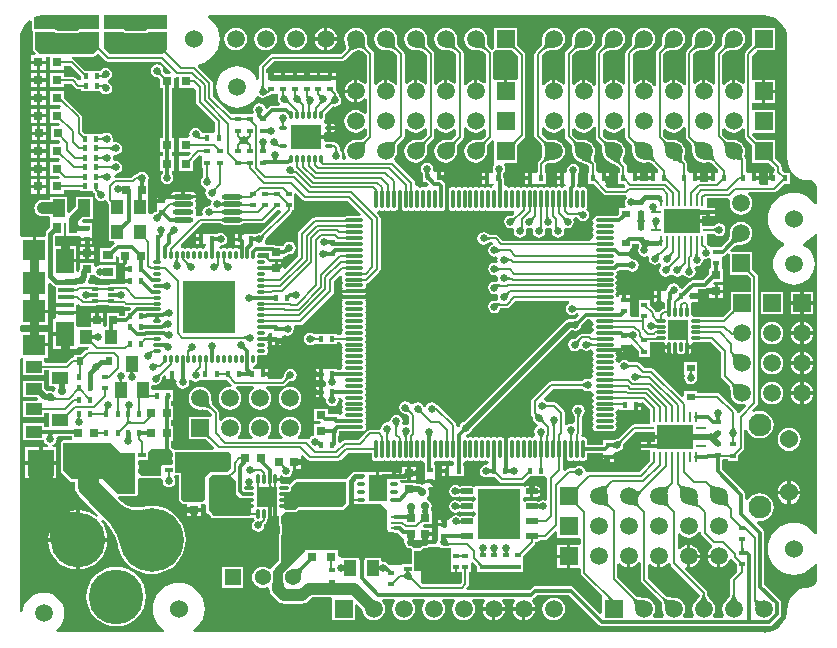
<source format=gtl>
G04 Layer_Physical_Order=1*
G04 Layer_Color=3952840*
%FSLAX44Y44*%
%MOMM*%
G71*
G01*
G75*
%ADD10R,0.5588X0.6858*%
%ADD11R,0.6858X0.5588*%
%ADD12O,0.3000X1.6500*%
%ADD13O,1.6500X0.3000*%
%ADD14R,1.0000X1.2000*%
%ADD15R,2.2000X2.2000*%
%ADD16R,1.6000X2.1000*%
%ADD17R,1.3500X0.4000*%
%ADD18R,1.9000X1.8000*%
%ADD19R,1.9000X1.9000*%
%ADD20R,1.6000X1.2000*%
%ADD21R,1.1000X1.2500*%
%ADD22R,0.8000X0.9000*%
%ADD23R,0.9000X0.8000*%
%ADD24R,1.0000X1.4000*%
%ADD25R,0.8000X0.8000*%
%ADD26R,1.4000X1.0000*%
G04:AMPARAMS|DCode=27|XSize=0.28mm|YSize=0.85mm|CornerRadius=0.098mm|HoleSize=0mm|Usage=FLASHONLY|Rotation=0.000|XOffset=0mm|YOffset=0mm|HoleType=Round|Shape=RoundedRectangle|*
%AMROUNDEDRECTD27*
21,1,0.2800,0.6540,0,0,0.0*
21,1,0.0840,0.8500,0,0,0.0*
1,1,0.1960,0.0420,-0.3270*
1,1,0.1960,-0.0420,-0.3270*
1,1,0.1960,-0.0420,0.3270*
1,1,0.1960,0.0420,0.3270*
%
%ADD27ROUNDEDRECTD27*%
G04:AMPARAMS|DCode=28|XSize=0.28mm|YSize=0.85mm|CornerRadius=0.098mm|HoleSize=0mm|Usage=FLASHONLY|Rotation=90.000|XOffset=0mm|YOffset=0mm|HoleType=Round|Shape=RoundedRectangle|*
%AMROUNDEDRECTD28*
21,1,0.2800,0.6540,0,0,90.0*
21,1,0.0840,0.8500,0,0,90.0*
1,1,0.1960,0.3270,0.0420*
1,1,0.1960,0.3270,-0.0420*
1,1,0.1960,-0.3270,-0.0420*
1,1,0.1960,-0.3270,0.0420*
%
%ADD28ROUNDEDRECTD28*%
%ADD29R,1.7000X1.7000*%
%ADD30R,0.5000X0.3000*%
%ADD31R,3.6000X4.3000*%
G04:AMPARAMS|DCode=32|XSize=0.45mm|YSize=1.05mm|CornerRadius=0.0675mm|HoleSize=0mm|Usage=FLASHONLY|Rotation=90.000|XOffset=0mm|YOffset=0mm|HoleType=Round|Shape=RoundedRectangle|*
%AMROUNDEDRECTD32*
21,1,0.4500,0.9150,0,0,90.0*
21,1,0.3150,1.0500,0,0,90.0*
1,1,0.1350,0.4575,0.1575*
1,1,0.1350,0.4575,-0.1575*
1,1,0.1350,-0.4575,-0.1575*
1,1,0.1350,-0.4575,0.1575*
%
%ADD32ROUNDEDRECTD32*%
%ADD33R,1.6000X1.0000*%
%ADD34R,0.8000X1.0000*%
%ADD35R,0.6500X0.8000*%
%ADD36R,1.0000X1.5000*%
%ADD37R,0.5000X0.4500*%
%ADD38C,1.5000*%
%ADD39R,0.4500X0.5000*%
%ADD40R,0.8000X0.6500*%
%ADD41R,1.2000X1.6000*%
%ADD42O,1.8000X0.4500*%
%ADD43R,0.4500X0.4000*%
%ADD44R,0.6500X0.4000*%
%ADD45R,1.6000X2.2500*%
G04:AMPARAMS|DCode=46|XSize=0.3mm|YSize=0.65mm|CornerRadius=0.045mm|HoleSize=0mm|Usage=FLASHONLY|Rotation=90.000|XOffset=0mm|YOffset=0mm|HoleType=Round|Shape=RoundedRectangle|*
%AMROUNDEDRECTD46*
21,1,0.3000,0.5600,0,0,90.0*
21,1,0.2100,0.6500,0,0,90.0*
1,1,0.0900,0.2800,0.1050*
1,1,0.0900,0.2800,-0.1050*
1,1,0.0900,-0.2800,-0.1050*
1,1,0.0900,-0.2800,0.1050*
%
%ADD46ROUNDEDRECTD46*%
%ADD47R,3.7000X0.9800*%
%ADD48R,0.8500X0.2800*%
%ADD49R,0.7500X0.2800*%
%ADD50O,0.7000X0.3000*%
%ADD51O,0.3000X0.7000*%
%ADD52R,2.5500X2.0500*%
%ADD53R,3.0500X2.0500*%
%ADD54R,0.2800X0.8500*%
%ADD55R,1.7000X1.7000*%
%ADD56O,0.8000X0.2800*%
%ADD57O,0.2800X0.8000*%
%ADD58R,4.5000X4.5000*%
%ADD59C,0.3000*%
%ADD60C,0.2000*%
%ADD61C,0.5000*%
%ADD62C,0.4000*%
%ADD63C,0.7500*%
%ADD64C,1.0000*%
%ADD65C,2.0000*%
%ADD66C,1.8000*%
%ADD67C,1.5000*%
%ADD68R,1.5000X1.5000*%
%ADD69R,1.5000X1.5000*%
%ADD70C,4.6200*%
%ADD71C,5.3800*%
%ADD72C,1.5400*%
%ADD73C,1.9300*%
%ADD74C,1.3700*%
%ADD75R,1.3700X1.3700*%
%ADD76C,1.5240*%
%ADD77C,0.7400*%
%ADD78C,0.6400*%
%ADD79C,0.8000*%
G36*
X150529Y243882D02*
X150367Y243907D01*
X150199Y243906D01*
X150026Y243881D01*
X149848Y243830D01*
X149664Y243755D01*
X149476Y243654D01*
X149282Y243529D01*
X149082Y243379D01*
X148877Y243203D01*
X148667Y243003D01*
X147253Y244417D01*
X147453Y244627D01*
X147628Y244832D01*
X147779Y245032D01*
X147904Y245226D01*
X148005Y245415D01*
X148080Y245598D01*
X148131Y245776D01*
X148156Y245949D01*
X148157Y246117D01*
X148132Y246279D01*
X150529Y243882D01*
D02*
G37*
G36*
X170059Y245350D02*
X169934Y245174D01*
X169823Y244979D01*
X169726Y244763D01*
X169645Y244527D01*
X169578Y244270D01*
X169527Y243994D01*
X169490Y243697D01*
X169467Y243380D01*
X169460Y243043D01*
X166460D01*
X166453Y243380D01*
X166393Y243994D01*
X166342Y244270D01*
X166275Y244527D01*
X166194Y244763D01*
X166097Y244979D01*
X165986Y245174D01*
X165861Y245350D01*
X165720Y245505D01*
X170200D01*
X170059Y245350D01*
D02*
G37*
G36*
X195960Y248509D02*
X195995Y248296D01*
X196055Y248079D01*
X196140Y247858D01*
X196249Y247634D01*
X196383Y247406D01*
X196542Y247174D01*
X196726Y246938D01*
X196934Y246698D01*
X197167Y246454D01*
X195046Y244333D01*
X194802Y244566D01*
X194326Y244958D01*
X194094Y245117D01*
X193866Y245251D01*
X193642Y245360D01*
X193421Y245445D01*
X193204Y245505D01*
X192991Y245540D01*
X192782Y245550D01*
X195950Y248718D01*
X195960Y248509D01*
D02*
G37*
G36*
X487331Y251204D02*
X487581Y250994D01*
X487836Y250808D01*
X488097Y250646D01*
X488362Y250510D01*
X488632Y250398D01*
X488906Y250312D01*
X489186Y250250D01*
X489470Y250212D01*
X489760Y250200D01*
Y248200D01*
X489470Y248188D01*
X489186Y248150D01*
X488906Y248088D01*
X488632Y248002D01*
X488362Y247890D01*
X488097Y247754D01*
X487836Y247592D01*
X487581Y247406D01*
X487331Y247196D01*
X487085Y246960D01*
Y251440D01*
X487331Y251204D01*
D02*
G37*
G36*
X127581Y246443D02*
X127513Y246615D01*
X127413Y246769D01*
X127284Y246905D01*
X127124Y247023D01*
X126934Y247123D01*
X126714Y247205D01*
X126463Y247268D01*
X126183Y247314D01*
X125871Y247341D01*
X125530Y247350D01*
X125903Y250350D01*
X129585Y250368D01*
X127581Y246443D01*
D02*
G37*
G36*
X598941Y242733D02*
Y222600D01*
X598941Y222600D01*
X599174Y221430D01*
X599837Y220437D01*
X606101Y214173D01*
X606121Y214149D01*
X606264Y213918D01*
X606422Y213571D01*
X606580Y213109D01*
X606725Y212532D01*
X606849Y211847D01*
X606945Y211078D01*
X607056Y209159D01*
X607060Y208318D01*
X607018Y208000D01*
X607345Y205520D01*
X608302Y203209D01*
X609825Y201224D01*
X611809Y199702D01*
X614120Y198745D01*
X616600Y198418D01*
X619080Y198745D01*
X620208Y197047D01*
X614341Y191180D01*
X613088Y191486D01*
X612284Y191952D01*
X612108Y192839D01*
X611445Y193831D01*
X611445Y193831D01*
X598041Y207235D01*
X597049Y207898D01*
X595878Y208131D01*
X595878Y208131D01*
X578582D01*
Y209866D01*
X567724D01*
Y205215D01*
X565876Y204449D01*
X542163Y228163D01*
X541171Y228826D01*
X540000Y229059D01*
X540000Y229059D01*
X534267D01*
X530163Y233163D01*
X529170Y233826D01*
X528000Y234059D01*
X528000Y234059D01*
X521748D01*
X521740Y234060D01*
X521635Y234083D01*
X521530Y234116D01*
X521419Y234162D01*
X521302Y234223D01*
X521175Y234301D01*
X521040Y234400D01*
X520909Y234510D01*
X520749Y234749D01*
X519029Y235898D01*
X517000Y236302D01*
X514971Y235898D01*
X513251Y234749D01*
X512519Y233654D01*
X510967Y234093D01*
X510563Y234327D01*
X510317Y235566D01*
X509559Y236700D01*
X510317Y237834D01*
X510589Y239200D01*
X510317Y240566D01*
X509559Y241700D01*
X510317Y242834D01*
X510500Y243755D01*
X512500Y243558D01*
Y243000D01*
X515500D01*
Y247250D01*
X517000D01*
Y248750D01*
X521500D01*
Y249103D01*
X523500Y249932D01*
X529500Y243932D01*
Y239000D01*
X538500D01*
Y246500D01*
X538500Y247500D01*
X538500D01*
Y248500D01*
X538500Y248500D01*
Y251120D01*
X543694D01*
X544698Y250920D01*
X549824D01*
X551348Y250509D01*
X551759Y248985D01*
Y248629D01*
X555218D01*
Y247129D01*
X556718D01*
Y241543D01*
X556726Y241199D01*
X556740Y241040D01*
X556800Y241052D01*
X557718Y241665D01*
X558635Y241052D01*
X558718Y241035D01*
Y247129D01*
X561718D01*
Y241035D01*
X561800Y241052D01*
X562718Y241665D01*
X563635Y241052D01*
X564798Y240820D01*
X565638D01*
X566800Y241052D01*
X567718Y241665D01*
X568635Y241052D01*
X568718Y241035D01*
Y247129D01*
X570218D01*
Y248629D01*
X573676D01*
Y248985D01*
X574087Y250509D01*
X575611Y250920D01*
X580738D01*
X581900Y251152D01*
X582152Y251320D01*
X590354D01*
X598941Y242733D01*
D02*
G37*
G36*
X119313Y232821D02*
X120267Y232504D01*
X120568Y232426D01*
X121144Y232313D01*
X121420Y232278D01*
X121945Y232250D01*
X122860Y230250D01*
X122556Y230236D01*
X122271Y230193D01*
X122007Y230122D01*
X121763Y230023D01*
X121540Y229895D01*
X121337Y229739D01*
X121155Y229555D01*
X120992Y229342D01*
X120850Y229100D01*
X120729Y228831D01*
X118979Y232955D01*
X119313Y232821D01*
D02*
G37*
G36*
X519531Y233004D02*
X519781Y232794D01*
X520037Y232608D01*
X520297Y232446D01*
X520562Y232310D01*
X520831Y232198D01*
X521106Y232112D01*
X521386Y232050D01*
X521670Y232012D01*
X521960Y232000D01*
Y230000D01*
X521670Y229988D01*
X521386Y229950D01*
X521106Y229888D01*
X520831Y229802D01*
X520562Y229690D01*
X520297Y229554D01*
X520037Y229392D01*
X519781Y229206D01*
X519531Y228996D01*
X519285Y228760D01*
Y233240D01*
X519531Y233004D01*
D02*
G37*
G36*
X74538Y231710D02*
X74283Y231451D01*
X73412Y230462D01*
X73319Y230324D01*
X73252Y230207D01*
X73213Y230109D01*
X73200Y230032D01*
X70032Y233200D01*
X70109Y233213D01*
X70207Y233252D01*
X70324Y233319D01*
X70462Y233412D01*
X70620Y233533D01*
X70995Y233854D01*
X71710Y234538D01*
X74538Y231710D01*
D02*
G37*
G36*
X117714Y242300D02*
X117518Y242087D01*
X117344Y241859D01*
X117190Y241618D01*
X117057Y241362D01*
X116945Y241092D01*
X116854Y240808D01*
X116784Y240510D01*
X116735Y240198D01*
X116707Y239872D01*
X116700Y239532D01*
X113532Y242700D01*
X113872Y242707D01*
X114198Y242735D01*
X114510Y242784D01*
X114808Y242854D01*
X115092Y242945D01*
X115362Y243057D01*
X115618Y243190D01*
X115859Y243344D01*
X116087Y243518D01*
X116300Y243714D01*
X117714Y242300D01*
D02*
G37*
G36*
X609253Y242222D02*
X609721Y241934D01*
X610274Y241681D01*
X610913Y241463D01*
X611636Y241281D01*
X612444Y241134D01*
X613337Y241023D01*
X615377Y240905D01*
X616525Y240900D01*
X609100Y233475D01*
X609095Y234623D01*
X608977Y236663D01*
X608866Y237556D01*
X608719Y238364D01*
X608537Y239088D01*
X608319Y239726D01*
X608066Y240279D01*
X607778Y240747D01*
X607455Y241131D01*
X608869Y242545D01*
X609253Y242222D01*
D02*
G37*
G36*
X128413Y259721D02*
X128607Y259562D01*
X128795Y259433D01*
X128976Y259336D01*
X129150Y259270D01*
X129317Y259234D01*
X129477Y259229D01*
X129630Y259255D01*
X129776Y259311D01*
X129915Y259399D01*
X129107Y255202D01*
X126266Y257613D01*
X128211Y259911D01*
X128413Y259721D01*
D02*
G37*
G36*
X521715Y254760D02*
X521560Y254901D01*
X521384Y255026D01*
X521189Y255137D01*
X520973Y255234D01*
X520737Y255315D01*
X520480Y255382D01*
X520204Y255433D01*
X519907Y255470D01*
X519590Y255493D01*
X519253Y255500D01*
Y258500D01*
X519590Y258507D01*
X520204Y258567D01*
X520480Y258618D01*
X520737Y258685D01*
X520973Y258766D01*
X521189Y258863D01*
X521384Y258974D01*
X521560Y259099D01*
X521715Y259240D01*
Y254760D01*
D02*
G37*
G36*
X609404Y256687D02*
X609373Y256747D01*
X609318Y256800D01*
X609239Y256847D01*
X609135Y256887D01*
X609007Y256922D01*
X608854Y256950D01*
X608677Y256972D01*
X608250Y256997D01*
X608000Y257000D01*
Y259000D01*
X608208Y259003D01*
X608561Y259030D01*
X608705Y259054D01*
X608827Y259085D01*
X608929Y259122D01*
X609008Y259166D01*
X609067Y259217D01*
X609104Y259274D01*
X609119Y259338D01*
X609404Y256687D01*
D02*
G37*
G36*
X489951Y269200D02*
X490223Y267834D01*
X490981Y266700D01*
X490223Y265566D01*
X489951Y264200D01*
X490223Y262834D01*
X490981Y261700D01*
X490223Y260566D01*
X490037Y259630D01*
X489503Y259130D01*
X488792Y258650D01*
X488088Y258316D01*
X487368Y258459D01*
X487368Y258459D01*
X481400D01*
X481400Y258459D01*
X480229Y258226D01*
X479237Y257563D01*
X479237Y257563D01*
X476195Y254520D01*
X476188Y254515D01*
X476097Y254457D01*
X475999Y254407D01*
X475889Y254361D01*
X475763Y254321D01*
X475619Y254286D01*
X475453Y254261D01*
X475282Y254246D01*
X475000Y254302D01*
X472971Y253898D01*
X471251Y252749D01*
X470102Y251029D01*
X469698Y249000D01*
X470102Y246971D01*
X471251Y245251D01*
X472971Y244102D01*
X475000Y243698D01*
X477029Y244102D01*
X478749Y245251D01*
X478764Y245274D01*
X481051Y245451D01*
X482771Y244302D01*
X484800Y243898D01*
X486829Y244302D01*
X488102Y245152D01*
X489801Y244312D01*
X489957Y244170D01*
X490223Y242834D01*
X490981Y241700D01*
X490223Y240566D01*
X489951Y239200D01*
X490223Y237834D01*
X490981Y236700D01*
X490223Y235566D01*
X489951Y234200D01*
X490223Y232834D01*
X490981Y231700D01*
X490223Y230566D01*
X489951Y229200D01*
X490223Y227834D01*
X490981Y226700D01*
X490223Y225566D01*
X489951Y224200D01*
X490223Y222834D01*
X490557Y222334D01*
X489759Y220650D01*
X488028Y219898D01*
X485999Y220301D01*
X483970Y219898D01*
X482250Y218749D01*
X482090Y218510D01*
X481959Y218399D01*
X481824Y218300D01*
X481697Y218222D01*
X481580Y218162D01*
X481469Y218116D01*
X481364Y218083D01*
X481260Y218060D01*
X481251Y218058D01*
X455000D01*
X455000Y218058D01*
X453829Y217826D01*
X452837Y217162D01*
X452837Y217162D01*
X438837Y203163D01*
X438174Y202171D01*
X437941Y201000D01*
X437941Y201000D01*
Y191000D01*
X437941Y191000D01*
X438174Y189830D01*
X438837Y188837D01*
X439480Y188195D01*
X439485Y188188D01*
X439543Y188097D01*
X439593Y187999D01*
X439639Y187889D01*
X439679Y187763D01*
X439714Y187619D01*
X439740Y187453D01*
X439754Y187282D01*
X439698Y187000D01*
X440102Y184971D01*
X441251Y183251D01*
X442971Y182102D01*
X443142Y182068D01*
X443547Y179948D01*
X442501Y179249D01*
X441352Y177529D01*
X440948Y175500D01*
X441352Y173471D01*
X441726Y172911D01*
X440815Y171002D01*
X438846Y170273D01*
X438136Y170747D01*
X436770Y171019D01*
X435404Y170747D01*
X434270Y169989D01*
X433136Y170747D01*
X431770Y171019D01*
X430404Y170747D01*
X429270Y169989D01*
X428136Y170747D01*
X426770Y171019D01*
X425404Y170747D01*
X424270Y169989D01*
X423136Y170747D01*
X421770Y171019D01*
X420404Y170747D01*
X419270Y169989D01*
X418270Y170657D01*
Y167797D01*
X418201Y167450D01*
Y160700D01*
X415339D01*
Y167450D01*
X415270Y167797D01*
Y170657D01*
X414270Y169989D01*
X413136Y170747D01*
X411770Y171019D01*
X410404Y170747D01*
X409270Y169989D01*
X408136Y170747D01*
X406770Y171019D01*
X405404Y170747D01*
X404270Y169989D01*
X403136Y170747D01*
X401770Y171019D01*
X400404Y170747D01*
X399270Y169989D01*
X398136Y170747D01*
X396770Y171019D01*
X395404Y170747D01*
X394270Y169989D01*
X393136Y170747D01*
X391770Y171019D01*
X390404Y170747D01*
X389270Y169989D01*
X388136Y170747D01*
X386770Y171019D01*
X385404Y170747D01*
X384270Y169989D01*
X383691Y170375D01*
X383157Y172313D01*
X383163Y172781D01*
X383795Y173656D01*
X384779Y173852D01*
X386499Y175001D01*
X387648Y176721D01*
X387757Y177269D01*
X471900Y261412D01*
X473007D01*
X473471Y261102D01*
X475500Y260698D01*
X477529Y261102D01*
X479249Y262251D01*
X480398Y263971D01*
X480648Y265224D01*
X480698Y265363D01*
X480713Y265459D01*
X480717Y265471D01*
X480731Y265511D01*
X480763Y265580D01*
X480816Y265675D01*
X480892Y265793D01*
X480979Y265913D01*
X481093Y266046D01*
X485678Y270631D01*
X488197D01*
X489951Y269200D01*
D02*
G37*
G36*
X229253Y260358D02*
X229134Y260527D01*
X228991Y260679D01*
X228823Y260813D01*
X228631Y260929D01*
X228415Y261027D01*
X228174Y261107D01*
X227910Y261170D01*
X227620Y261214D01*
X227307Y261241D01*
X226968Y261250D01*
X227805Y264250D01*
X228146Y264255D01*
X229048Y264324D01*
X229308Y264366D01*
X229767Y264477D01*
X229966Y264546D01*
X230145Y264625D01*
X230303Y264713D01*
X229253Y260358D01*
D02*
G37*
G36*
X525143Y256006D02*
X525113Y255905D01*
X525086Y255768D01*
X525064Y255592D01*
X525028Y255130D01*
X525000Y253757D01*
X523000D01*
X522998Y254156D01*
X522887Y255905D01*
X522857Y256006D01*
X522824Y256069D01*
X525176D01*
X525143Y256006D01*
D02*
G37*
G36*
X253531Y256004D02*
X253781Y255794D01*
X254036Y255608D01*
X254297Y255446D01*
X254562Y255310D01*
X254832Y255198D01*
X255106Y255112D01*
X255386Y255050D01*
X255670Y255012D01*
X255960Y255000D01*
Y253000D01*
X255670Y252988D01*
X255386Y252950D01*
X255106Y252888D01*
X254832Y252802D01*
X254562Y252690D01*
X254297Y252554D01*
X254036Y252392D01*
X253781Y252206D01*
X253531Y251996D01*
X253285Y251760D01*
Y256240D01*
X253531Y256004D01*
D02*
G37*
G36*
X479214Y251800D02*
X479018Y251587D01*
X478843Y251359D01*
X478690Y251118D01*
X478557Y250862D01*
X478445Y250592D01*
X478354Y250308D01*
X478284Y250010D01*
X478235Y249698D01*
X478207Y249372D01*
X478200Y249032D01*
X475032Y252200D01*
X475372Y252207D01*
X475698Y252235D01*
X476010Y252284D01*
X476308Y252354D01*
X476592Y252445D01*
X476862Y252557D01*
X477118Y252690D01*
X477359Y252843D01*
X477587Y253018D01*
X477800Y253214D01*
X479214Y251800D01*
D02*
G37*
G36*
X62991Y255513D02*
X63055Y255435D01*
X63309Y255156D01*
X65089Y253345D01*
X63675Y251931D01*
X61469Y254050D01*
X62970Y255551D01*
X62991Y255513D01*
D02*
G37*
G36*
X69265Y253310D02*
X69110Y253451D01*
X68934Y253576D01*
X68739Y253687D01*
X68523Y253784D01*
X68287Y253865D01*
X68031Y253932D01*
X67754Y253983D01*
X67457Y254020D01*
X67140Y254043D01*
X66803Y254050D01*
Y257050D01*
X67140Y257057D01*
X67754Y257117D01*
X68031Y257168D01*
X68287Y257235D01*
X68523Y257316D01*
X68739Y257413D01*
X68934Y257524D01*
X69110Y257649D01*
X69265Y257790D01*
Y253310D01*
D02*
G37*
G36*
X197714Y252760D02*
X197468Y252995D01*
X197218Y253206D01*
X196963Y253392D01*
X196703Y253554D01*
X196438Y253690D01*
X196168Y253802D01*
X195893Y253888D01*
X195614Y253950D01*
X195329Y253988D01*
X195040Y254000D01*
X195040Y256000D01*
X195329Y256012D01*
X195614Y256050D01*
X195893Y256112D01*
X196168Y256198D01*
X196438Y256310D01*
X196703Y256446D01*
X196963Y256607D01*
X197219Y256793D01*
X197469Y257004D01*
X197715Y257240D01*
X197714Y252760D01*
D02*
G37*
G36*
X165428Y202748D02*
X165760Y199770D01*
X165929Y198955D01*
X166127Y198228D01*
X166354Y197589D01*
X166610Y197039D01*
X166895Y196578D01*
X167209Y196205D01*
X165854Y194732D01*
X165461Y195063D01*
X164987Y195353D01*
X164432Y195602D01*
X163795Y195810D01*
X163076Y195977D01*
X162277Y196103D01*
X161396Y196187D01*
X159389Y196232D01*
X158264Y196192D01*
X165375Y203918D01*
X165428Y202748D01*
D02*
G37*
G36*
X99299Y195719D02*
X99088Y195469D01*
X98902Y195214D01*
X98741Y194953D01*
X98604Y194688D01*
X98493Y194419D01*
X98406Y194144D01*
X98344Y193864D01*
X98307Y193580D01*
X98294Y193290D01*
X96294D01*
X96282Y193580D01*
X96245Y193864D01*
X96183Y194144D01*
X96096Y194419D01*
X95984Y194688D01*
X95848Y194953D01*
X95687Y195214D01*
X95501Y195469D01*
X95290Y195719D01*
X95055Y195965D01*
X99535D01*
X99299Y195719D01*
D02*
G37*
G36*
X449781Y199254D02*
X450031Y199044D01*
X450286Y198858D01*
X450547Y198696D01*
X450812Y198560D01*
X451082Y198448D01*
X451356Y198362D01*
X451636Y198300D01*
X451920Y198262D01*
X452210Y198250D01*
Y196250D01*
X451920Y196238D01*
X451636Y196200D01*
X451356Y196138D01*
X451082Y196052D01*
X450812Y195940D01*
X450547Y195804D01*
X450286Y195642D01*
X450031Y195456D01*
X449781Y195246D01*
X449535Y195010D01*
Y199490D01*
X449781Y199254D01*
D02*
G37*
G36*
X271257Y206660D02*
X271317Y206046D01*
X271368Y205770D01*
X271435Y205513D01*
X271516Y205277D01*
X271613Y205061D01*
X271724Y204866D01*
X271849Y204690D01*
X271990Y204535D01*
X267510D01*
X267651Y204690D01*
X267776Y204866D01*
X267887Y205061D01*
X267984Y205277D01*
X268065Y205513D01*
X268132Y205770D01*
X268183Y206046D01*
X268220Y206343D01*
X268243Y206660D01*
X268250Y206997D01*
X271250D01*
X271257Y206660D01*
D02*
G37*
G36*
X33870Y205747D02*
X34078Y205443D01*
X34302Y205175D01*
X34541Y204943D01*
X34797Y204747D01*
X35068Y204586D01*
X35354Y204461D01*
X35657Y204371D01*
X35975Y204318D01*
X36309Y204300D01*
X36146Y202300D01*
X35774Y202288D01*
X35396Y202253D01*
X35011Y202195D01*
X34621Y202114D01*
X34225Y202009D01*
X33414Y201730D01*
X32999Y201555D01*
X32152Y201136D01*
X33678Y206087D01*
X33870Y205747D01*
D02*
G37*
G36*
X80907Y194931D02*
X80640Y194836D01*
X80401Y194718D01*
X80190Y194576D01*
X80007Y194410D01*
X79852Y194220D01*
X79725Y194007D01*
X79627Y193771D01*
X79556Y193510D01*
X79514Y193227D01*
X79500Y192919D01*
X77500Y194083D01*
X77495Y194360D01*
X77453Y194921D01*
X77417Y195204D01*
X77246Y196062D01*
X77169Y196352D01*
X76982Y196935D01*
X80907Y194931D01*
D02*
G37*
G36*
X442413Y191018D02*
X442641Y190844D01*
X442882Y190690D01*
X443138Y190557D01*
X443408Y190445D01*
X443692Y190354D01*
X443990Y190284D01*
X444302Y190235D01*
X444628Y190207D01*
X444968Y190200D01*
X441800Y187032D01*
X441793Y187372D01*
X441765Y187698D01*
X441716Y188010D01*
X441646Y188308D01*
X441555Y188592D01*
X441443Y188862D01*
X441310Y189118D01*
X441157Y189359D01*
X440982Y189587D01*
X440786Y189800D01*
X442200Y191214D01*
X442413Y191018D01*
D02*
G37*
G36*
X598099Y188560D02*
X597974Y188384D01*
X597863Y188189D01*
X597766Y187973D01*
X597685Y187737D01*
X597618Y187481D01*
X597567Y187204D01*
X597530Y186907D01*
X597507Y186590D01*
X597500Y186253D01*
X594500D01*
X594493Y186590D01*
X594433Y187204D01*
X594382Y187481D01*
X594315Y187737D01*
X594234Y187973D01*
X594137Y188189D01*
X594026Y188384D01*
X593901Y188560D01*
X593760Y188715D01*
X598240D01*
X598099Y188560D01*
D02*
G37*
G36*
X480204Y190469D02*
X479994Y190219D01*
X479808Y189964D01*
X479646Y189703D01*
X479510Y189438D01*
X479398Y189168D01*
X479312Y188894D01*
X479250Y188614D01*
X479212Y188330D01*
X479200Y188040D01*
X477200D01*
X477188Y188330D01*
X477150Y188614D01*
X477088Y188894D01*
X477002Y189168D01*
X476890Y189438D01*
X476754Y189703D01*
X476592Y189964D01*
X476406Y190219D01*
X476196Y190469D01*
X475960Y190715D01*
X480440D01*
X480204Y190469D01*
D02*
G37*
G36*
X334957Y195378D02*
X334985Y195052D01*
X335034Y194740D01*
X335104Y194442D01*
X335195Y194158D01*
X335307Y193888D01*
X335440Y193633D01*
X335593Y193391D01*
X335768Y193163D01*
X335964Y192950D01*
X334550Y191536D01*
X334337Y191732D01*
X334109Y191907D01*
X333867Y192060D01*
X333612Y192193D01*
X333342Y192305D01*
X333058Y192396D01*
X332760Y192466D01*
X332448Y192515D01*
X332122Y192543D01*
X331782Y192550D01*
X334950Y195718D01*
X334957Y195378D01*
D02*
G37*
G36*
X345207Y194628D02*
X345235Y194302D01*
X345284Y193990D01*
X345354Y193692D01*
X345445Y193408D01*
X345557Y193138D01*
X345690Y192882D01*
X345844Y192641D01*
X346018Y192413D01*
X346214Y192200D01*
X344800Y190786D01*
X344587Y190982D01*
X344359Y191157D01*
X344118Y191310D01*
X343862Y191443D01*
X343592Y191555D01*
X343308Y191646D01*
X343010Y191716D01*
X342698Y191765D01*
X342372Y191793D01*
X342032Y191800D01*
X345200Y194968D01*
X345207Y194628D01*
D02*
G37*
G36*
X528531Y224004D02*
X528781Y223794D01*
X529036Y223608D01*
X529297Y223446D01*
X529562Y223310D01*
X529832Y223198D01*
X530106Y223112D01*
X530386Y223050D01*
X530670Y223012D01*
X530960Y223000D01*
Y221000D01*
X530670Y220988D01*
X530386Y220950D01*
X530106Y220888D01*
X529832Y220802D01*
X529562Y220690D01*
X529297Y220554D01*
X529036Y220392D01*
X528781Y220206D01*
X528531Y219996D01*
X528285Y219760D01*
Y224240D01*
X528531Y224004D01*
D02*
G37*
G36*
X271257Y221660D02*
X271317Y221046D01*
X271368Y220770D01*
X271435Y220513D01*
X271516Y220277D01*
X271613Y220061D01*
X271724Y219866D01*
X271849Y219690D01*
X271990Y219535D01*
X267510D01*
X267651Y219690D01*
X267776Y219866D01*
X267887Y220061D01*
X267984Y220277D01*
X268065Y220513D01*
X268132Y220770D01*
X268183Y221046D01*
X268220Y221343D01*
X268243Y221660D01*
X268250Y221997D01*
X271250D01*
X271257Y221660D01*
D02*
G37*
G36*
X124464Y223050D02*
X124268Y222837D01*
X124094Y222609D01*
X123940Y222368D01*
X123807Y222112D01*
X123695Y221842D01*
X123604Y221558D01*
X123534Y221260D01*
X123485Y220948D01*
X123457Y220622D01*
X123450Y220282D01*
X120282Y223450D01*
X120622Y223457D01*
X120948Y223485D01*
X121260Y223534D01*
X121558Y223604D01*
X121842Y223695D01*
X122112Y223807D01*
X122367Y223940D01*
X122609Y224093D01*
X122837Y224268D01*
X123050Y224464D01*
X124464Y223050D01*
D02*
G37*
G36*
X69968Y226800D02*
X69891Y226787D01*
X69793Y226748D01*
X69676Y226681D01*
X69538Y226588D01*
X69380Y226467D01*
X69005Y226146D01*
X68290Y225462D01*
X65462Y228290D01*
X65717Y228549D01*
X66588Y229538D01*
X66681Y229676D01*
X66748Y229793D01*
X66787Y229891D01*
X66800Y229968D01*
X69968Y226800D01*
D02*
G37*
G36*
X101012Y226670D02*
X101050Y226386D01*
X101112Y226106D01*
X101198Y225832D01*
X101310Y225562D01*
X101446Y225297D01*
X101608Y225036D01*
X101794Y224781D01*
X102004Y224531D01*
X102240Y224285D01*
X97760D01*
X97996Y224531D01*
X98206Y224781D01*
X98392Y225036D01*
X98554Y225297D01*
X98690Y225562D01*
X98802Y225832D01*
X98888Y226106D01*
X98950Y226386D01*
X98988Y226670D01*
X99000Y226960D01*
X101000D01*
X101012Y226670D01*
D02*
G37*
G36*
X144667Y221569D02*
X144726Y220956D01*
X144778Y220679D01*
X144845Y220423D01*
X144926Y220187D01*
X145022Y219971D01*
X145133Y219776D01*
X145259Y219600D01*
X145400Y219445D01*
X140920D01*
X141060Y219600D01*
X141186Y219776D01*
X141297Y219971D01*
X141393Y220187D01*
X141475Y220423D01*
X141542Y220679D01*
X141593Y220956D01*
X141630Y221253D01*
X141652Y221569D01*
X141660Y221907D01*
X144660D01*
X144667Y221569D01*
D02*
G37*
G36*
X43590Y212642D02*
X38410D01*
X38427Y212681D01*
X38442Y212763D01*
X38456Y212887D01*
X38486Y213515D01*
X38500Y214948D01*
X43500D01*
X43590Y212642D01*
D02*
G37*
G36*
X609253Y216822D02*
X609721Y216534D01*
X610274Y216281D01*
X610913Y216063D01*
X611636Y215881D01*
X612444Y215734D01*
X613337Y215623D01*
X615377Y215505D01*
X616525Y215500D01*
X609100Y208075D01*
X609095Y209223D01*
X608977Y211263D01*
X608866Y212156D01*
X608719Y212964D01*
X608537Y213687D01*
X608319Y214326D01*
X608066Y214879D01*
X607778Y215347D01*
X607455Y215731D01*
X608869Y217145D01*
X609253Y216822D01*
D02*
G37*
G36*
X483714Y212760D02*
X483468Y212995D01*
X483218Y213206D01*
X482963Y213392D01*
X482702Y213553D01*
X482437Y213690D01*
X482168Y213801D01*
X481893Y213888D01*
X481613Y213950D01*
X481329Y213987D01*
X481039Y214000D01*
Y216000D01*
X481329Y216012D01*
X481613Y216049D01*
X481893Y216111D01*
X482168Y216198D01*
X482437Y216310D01*
X482702Y216446D01*
X482963Y216607D01*
X483218Y216793D01*
X483468Y217004D01*
X483714Y217240D01*
Y212760D01*
D02*
G37*
G36*
X234218Y220050D02*
X233878Y220043D01*
X233552Y220015D01*
X233240Y219966D01*
X232942Y219896D01*
X232658Y219805D01*
X232388Y219693D01*
X232132Y219560D01*
X231891Y219407D01*
X231663Y219232D01*
X231450Y219036D01*
X230036Y220450D01*
X230232Y220663D01*
X230406Y220891D01*
X230560Y221133D01*
X230693Y221388D01*
X230805Y221658D01*
X230896Y221942D01*
X230966Y222240D01*
X231015Y222552D01*
X231043Y222878D01*
X231050Y223218D01*
X234218Y220050D01*
D02*
G37*
G36*
X92767Y220478D02*
X92527Y220241D01*
X92311Y219999D01*
X92121Y219750D01*
X91956Y219496D01*
X91817Y219235D01*
X91703Y218968D01*
X91614Y218696D01*
X91551Y218417D01*
X91513Y218132D01*
X91500Y217841D01*
X89500Y217907D01*
X89488Y218195D01*
X89452Y218479D01*
X89391Y218759D01*
X89306Y219036D01*
X89197Y219309D01*
X89064Y219578D01*
X88907Y219843D01*
X88725Y220105D01*
X88520Y220363D01*
X88290Y220618D01*
X92767Y220478D01*
D02*
G37*
G36*
X565924Y261507D02*
X565952Y261180D01*
X566002Y260868D01*
X566072Y260571D01*
X566153Y260315D01*
X566409Y260233D01*
X566707Y260163D01*
X567019Y260114D01*
X567345Y260086D01*
X567686Y260079D01*
X566814Y259207D01*
X566932Y259079D01*
X565518Y257665D01*
X565389Y257782D01*
X564518Y256911D01*
X564511Y257251D01*
X564483Y257577D01*
X564434Y257889D01*
X564364Y258187D01*
X564282Y258443D01*
X564026Y258525D01*
X563728Y258595D01*
X563416Y258644D01*
X563090Y258672D01*
X562750Y258679D01*
X563621Y259550D01*
X563503Y259679D01*
X564918Y261093D01*
X565046Y260975D01*
X565918Y261847D01*
X565924Y261507D01*
D02*
G37*
G36*
X138972Y320710D02*
X139010Y320426D01*
X139072Y320146D01*
X139158Y319872D01*
X139270Y319602D01*
X139406Y319337D01*
X139568Y319076D01*
X139754Y318821D01*
X139964Y318571D01*
X140200Y318325D01*
X135720D01*
X135956Y318571D01*
X136166Y318821D01*
X136352Y319076D01*
X136514Y319337D01*
X136650Y319602D01*
X136762Y319872D01*
X136848Y320146D01*
X136910Y320426D01*
X136948Y320710D01*
X136960Y321000D01*
X138960D01*
X138972Y320710D01*
D02*
G37*
G36*
X173667Y316753D02*
X173495Y316579D01*
X172865Y315853D01*
X172827Y315785D01*
X172808Y315732D01*
X172808Y315694D01*
X171342Y317526D01*
X171382Y317515D01*
X171433Y317520D01*
X171496Y317542D01*
X171570Y317581D01*
X171655Y317637D01*
X171752Y317710D01*
X171980Y317905D01*
X172253Y318167D01*
X173667Y316753D01*
D02*
G37*
G36*
X417388Y323004D02*
X417639Y322793D01*
X417894Y322607D01*
X418154Y322446D01*
X418419Y322310D01*
X418689Y322198D01*
X418964Y322112D01*
X419244Y322050D01*
X419528Y322012D01*
X419818Y322000D01*
X419819Y320000D01*
X419530Y319988D01*
X419245Y319950D01*
X418965Y319888D01*
X418691Y319802D01*
X418421Y319690D01*
X418156Y319553D01*
X417896Y319392D01*
X417641Y319206D01*
X417391Y318995D01*
X417145Y318759D01*
X417142Y323239D01*
X417388Y323004D01*
D02*
G37*
G36*
X546818Y325404D02*
X546617Y325183D01*
X546444Y324952D01*
X546301Y324710D01*
X546187Y324459D01*
X546102Y324197D01*
X546046Y323926D01*
X546019Y323644D01*
X546022Y323352D01*
X546053Y323050D01*
X546114Y322738D01*
X542324Y325128D01*
X542671Y325210D01*
X543315Y325410D01*
X543613Y325528D01*
X543895Y325657D01*
X544161Y325798D01*
X544411Y325951D01*
X544645Y326115D01*
X544863Y326291D01*
X545064Y326479D01*
X546818Y325404D01*
D02*
G37*
G36*
X557213Y324799D02*
X557017Y324586D01*
X556842Y324358D01*
X556688Y324117D01*
X556556Y323861D01*
X556444Y323591D01*
X556353Y323308D01*
X556283Y323010D01*
X556234Y322698D01*
X556206Y322372D01*
X556199Y322031D01*
X553031Y325199D01*
X553371Y325206D01*
X553697Y325234D01*
X554009Y325283D01*
X554307Y325353D01*
X554591Y325444D01*
X554861Y325556D01*
X555116Y325689D01*
X555358Y325843D01*
X555586Y326018D01*
X555799Y326213D01*
X557213Y324799D01*
D02*
G37*
G36*
X179163Y319018D02*
X179391Y318843D01*
X179632Y318690D01*
X179888Y318557D01*
X180158Y318445D01*
X180442Y318354D01*
X180740Y318284D01*
X181052Y318235D01*
X181378Y318207D01*
X181718Y318200D01*
X178550Y315032D01*
X178543Y315372D01*
X178515Y315698D01*
X178466Y316010D01*
X178396Y316308D01*
X178305Y316592D01*
X178193Y316862D01*
X178060Y317118D01*
X177907Y317359D01*
X177732Y317587D01*
X177536Y317800D01*
X178950Y319214D01*
X179163Y319018D01*
D02*
G37*
G36*
X566213Y314799D02*
X566017Y314586D01*
X565842Y314359D01*
X565689Y314117D01*
X565555Y313861D01*
X565444Y313591D01*
X565353Y313308D01*
X565283Y313010D01*
X565234Y312698D01*
X565206Y312372D01*
X565199Y312031D01*
X562031Y315199D01*
X562371Y315206D01*
X562697Y315234D01*
X563009Y315283D01*
X563307Y315353D01*
X563591Y315444D01*
X563861Y315556D01*
X564116Y315689D01*
X564358Y315843D01*
X564585Y316018D01*
X564799Y316213D01*
X566213Y314799D01*
D02*
G37*
G36*
X556213D02*
X556017Y314586D01*
X555842Y314359D01*
X555689Y314117D01*
X555556Y313861D01*
X555444Y313591D01*
X555353Y313308D01*
X555283Y313010D01*
X555234Y312698D01*
X555206Y312372D01*
X555199Y312031D01*
X552031Y315199D01*
X552371Y315206D01*
X552697Y315234D01*
X553009Y315283D01*
X553307Y315353D01*
X553591Y315444D01*
X553861Y315556D01*
X554116Y315689D01*
X554358Y315843D01*
X554585Y316018D01*
X554799Y316213D01*
X556213Y314799D01*
D02*
G37*
G36*
X573012Y315670D02*
X573050Y315386D01*
X573112Y315106D01*
X573198Y314832D01*
X573310Y314562D01*
X573446Y314297D01*
X573608Y314036D01*
X573794Y313781D01*
X574004Y313531D01*
X574240Y313285D01*
X569760D01*
X569996Y313531D01*
X570206Y313781D01*
X570392Y314036D01*
X570554Y314297D01*
X570690Y314562D01*
X570802Y314832D01*
X570888Y315106D01*
X570950Y315386D01*
X570988Y315670D01*
X571000Y315960D01*
X573000D01*
X573012Y315670D01*
D02*
G37*
G36*
X147093Y318827D02*
X147324Y318653D01*
X147566Y318505D01*
X147820Y318382D01*
X148087Y318284D01*
X148366Y318212D01*
X148658Y318165D01*
X148961Y318143D01*
X149277Y318147D01*
X149606Y318176D01*
X146817Y314669D01*
X146772Y315016D01*
X146711Y315347D01*
X146633Y315662D01*
X146539Y315963D01*
X146429Y316248D01*
X146302Y316517D01*
X146159Y316772D01*
X145999Y317010D01*
X145824Y317234D01*
X145632Y317442D01*
X146876Y319026D01*
X147093Y318827D01*
D02*
G37*
G36*
X521465Y314010D02*
X521310Y314151D01*
X521134Y314276D01*
X520939Y314387D01*
X520723Y314484D01*
X520487Y314565D01*
X520230Y314632D01*
X519954Y314683D01*
X519657Y314720D01*
X519340Y314743D01*
X519003Y314750D01*
Y317750D01*
X519340Y317757D01*
X519954Y317817D01*
X520230Y317868D01*
X520487Y317935D01*
X520723Y318016D01*
X520939Y318113D01*
X521134Y318224D01*
X521310Y318349D01*
X521465Y318490D01*
Y314010D01*
D02*
G37*
G36*
X265131Y337789D02*
X265306Y337664D01*
X265501Y337553D01*
X265717Y337456D01*
X265953Y337375D01*
X266210Y337308D01*
X266486Y337257D01*
X266783Y337220D01*
X267100Y337197D01*
X267437Y337190D01*
Y334190D01*
X267100Y334183D01*
X266486Y334123D01*
X266210Y334072D01*
X265953Y334005D01*
X265717Y333924D01*
X265501Y333827D01*
X265306Y333716D01*
X265131Y333591D01*
X264975Y333450D01*
Y337930D01*
X265131Y337789D01*
D02*
G37*
G36*
X532913Y339206D02*
X533443Y338795D01*
X534006Y338433D01*
X534599Y338119D01*
X535225Y337854D01*
X535882Y337636D01*
X536571Y337467D01*
X537292Y337346D01*
X538044Y337274D01*
X538828Y337250D01*
X540000Y333250D01*
X539240Y333210D01*
X538560Y333090D01*
X537960Y332890D01*
X537440Y332610D01*
X537000Y332250D01*
X536640Y331810D01*
X536360Y331290D01*
X536160Y330690D01*
X536040Y330010D01*
X536000Y329250D01*
X532000Y330422D01*
X531976Y331206D01*
X531968Y331285D01*
X531760D01*
X531806Y331349D01*
X531846Y331446D01*
X531882Y331576D01*
X531914Y331739D01*
X531920Y331787D01*
X531903Y331958D01*
X531783Y332679D01*
X531614Y333368D01*
X531396Y334025D01*
X531131Y334651D01*
X530817Y335244D01*
X530455Y335807D01*
X530045Y336337D01*
X529586Y336836D01*
X532414Y339664D01*
X532913Y339206D01*
D02*
G37*
G36*
X615625Y335779D02*
X614608Y335770D01*
X612768Y335627D01*
X611946Y335494D01*
X611189Y335321D01*
X610497Y335107D01*
X609871Y334851D01*
X609310Y334555D01*
X608814Y334218D01*
X608383Y333840D01*
X606261Y335962D01*
X606639Y336393D01*
X606976Y336889D01*
X607272Y337450D01*
X607528Y338076D01*
X607742Y338768D01*
X607915Y339525D01*
X608048Y340347D01*
X608140Y341234D01*
X608200Y343204D01*
X615625Y335779D01*
D02*
G37*
G36*
X173135Y336180D02*
X172980Y336321D01*
X172804Y336446D01*
X172609Y336557D01*
X172393Y336654D01*
X172157Y336735D01*
X171901Y336802D01*
X171624Y336853D01*
X171327Y336890D01*
X171010Y336913D01*
X170673Y336920D01*
Y339920D01*
X171010Y339927D01*
X171624Y339987D01*
X171901Y340038D01*
X172157Y340105D01*
X172393Y340186D01*
X172609Y340283D01*
X172804Y340394D01*
X172980Y340519D01*
X173135Y340660D01*
Y336180D01*
D02*
G37*
G36*
X205855Y335900D02*
X205700Y336041D01*
X205524Y336166D01*
X205329Y336277D01*
X205113Y336374D01*
X204877Y336455D01*
X204620Y336522D01*
X204344Y336573D01*
X204047Y336610D01*
X203730Y336633D01*
X203393Y336640D01*
Y339640D01*
X203730Y339647D01*
X204344Y339707D01*
X204620Y339758D01*
X204877Y339825D01*
X205113Y339906D01*
X205329Y340003D01*
X205524Y340114D01*
X205700Y340239D01*
X205855Y340380D01*
Y335900D01*
D02*
G37*
G36*
X233115Y327823D02*
X232904Y327835D01*
X232690Y327820D01*
X232472Y327777D01*
X232250Y327707D01*
X232024Y327611D01*
X231795Y327486D01*
X231562Y327335D01*
X231325Y327157D01*
X231085Y326952D01*
X230841Y326719D01*
X228987Y329108D01*
X229222Y329352D01*
X229623Y329824D01*
X229790Y330053D01*
X229934Y330276D01*
X230056Y330495D01*
X230155Y330709D01*
X230231Y330918D01*
X230285Y331122D01*
X230316Y331322D01*
X233115Y327823D01*
D02*
G37*
G36*
X264630Y328289D02*
X264806Y328164D01*
X265001Y328053D01*
X265217Y327956D01*
X265453Y327875D01*
X265709Y327808D01*
X265986Y327757D01*
X266283Y327720D01*
X266600Y327697D01*
X266937Y327690D01*
Y324690D01*
X266600Y324683D01*
X265986Y324623D01*
X265709Y324572D01*
X265453Y324505D01*
X265217Y324424D01*
X265001Y324327D01*
X264806Y324216D01*
X264630Y324091D01*
X264475Y323950D01*
Y328430D01*
X264630Y328289D01*
D02*
G37*
G36*
X579230Y325453D02*
X579267Y325168D01*
X579329Y324889D01*
X579416Y324614D01*
X579528Y324344D01*
X579664Y324079D01*
X579825Y323819D01*
X580011Y323564D01*
X580222Y323313D01*
X580457Y323068D01*
X575978D01*
X576213Y323313D01*
X576424Y323564D01*
X576610Y323819D01*
X576771Y324079D01*
X576908Y324344D01*
X577019Y324614D01*
X577106Y324889D01*
X577168Y325168D01*
X577205Y325453D01*
X577217Y325742D01*
X579217D01*
X579230Y325453D01*
D02*
G37*
G36*
X244837Y371837D02*
X244837Y371837D01*
X245830Y371174D01*
X247000Y370941D01*
X282733D01*
X293906Y359769D01*
X293077Y357769D01*
X281520D01*
X280154Y357497D01*
X279334Y356949D01*
X255151D01*
X253981Y356716D01*
X252988Y356053D01*
X252988Y356053D01*
X241827Y344892D01*
X241164Y343899D01*
X240931Y342729D01*
X240931Y342729D01*
Y323914D01*
X230288Y313270D01*
X228440Y314036D01*
Y315219D01*
X228424Y315208D01*
X228188Y315024D01*
X227948Y314816D01*
X227704Y314583D01*
X225583Y316704D01*
X225816Y316948D01*
X226208Y317424D01*
X226367Y317656D01*
X226501Y317884D01*
X226610Y318108D01*
X226695Y318329D01*
X226755Y318546D01*
X226790Y318759D01*
X226800Y318960D01*
X223940D01*
Y313710D01*
X220940D01*
Y318960D01*
X216440D01*
X215108Y320408D01*
X214511Y321301D01*
X213387Y322053D01*
X212060Y322317D01*
X208379D01*
X206781Y322671D01*
X206427Y324269D01*
Y324837D01*
X206528Y325350D01*
Y326330D01*
X206630Y326431D01*
X216440D01*
Y321960D01*
X228440D01*
Y323642D01*
X229210D01*
X230576Y323913D01*
X231734Y324687D01*
X232645Y325598D01*
X232731Y325663D01*
X232837Y325732D01*
X232913Y325773D01*
X232953Y325790D01*
X233001Y325787D01*
X233031Y325791D01*
X233500Y325698D01*
X235529Y326102D01*
X237249Y327251D01*
X238398Y328971D01*
X238802Y331000D01*
X238398Y333029D01*
X237249Y334749D01*
X235529Y335898D01*
X233500Y336302D01*
X231471Y335898D01*
X229751Y334749D01*
X228602Y333029D01*
X228440Y332460D01*
X228440Y332460D01*
X222237D01*
X222173Y332523D01*
X221016Y333297D01*
X219650Y333569D01*
X213745D01*
X212676Y335569D01*
X213038Y336111D01*
X213442Y338140D01*
X213386Y338422D01*
X213400Y338593D01*
X213426Y338758D01*
X213460Y338903D01*
X213501Y339029D01*
X213547Y339139D01*
X213597Y339237D01*
X213655Y339328D01*
X213660Y339335D01*
X235163Y360837D01*
X235163Y360837D01*
X235826Y361829D01*
X236059Y363000D01*
X236059Y363000D01*
X237500D01*
Y370500D01*
X237500Y371500D01*
X237500D01*
Y372500D01*
X237500Y372500D01*
Y376561D01*
X239348Y377327D01*
X244837Y371837D01*
D02*
G37*
G36*
X526500Y334000D02*
X529168D01*
X529288Y333774D01*
X529487Y333306D01*
X529652Y332804D01*
X529784Y332267D01*
X529813Y332094D01*
X529102Y331029D01*
X528698Y329000D01*
X529102Y326971D01*
X530251Y325251D01*
X531971Y324102D01*
X534000Y323698D01*
X536029Y324102D01*
X536084Y324139D01*
X537884Y322936D01*
X537698Y322000D01*
X538102Y319971D01*
X539251Y318251D01*
X540971Y317102D01*
X543000Y316698D01*
X545029Y317102D01*
X546749Y318251D01*
X547769Y317442D01*
X548250Y315748D01*
X547101Y314028D01*
X546697Y311999D01*
X547101Y309970D01*
X548250Y308250D01*
X549970Y307101D01*
X551999Y306698D01*
X554028Y307101D01*
X555748Y308250D01*
X555796Y308323D01*
X558202D01*
X558250Y308250D01*
X559970Y307101D01*
X561999Y306698D01*
X564028Y307101D01*
X565480Y308072D01*
X565788Y308242D01*
X567868Y307824D01*
X568251Y307251D01*
X569971Y306102D01*
X572000Y305698D01*
X574029Y306102D01*
X575749Y307251D01*
X576898Y308971D01*
X577302Y311000D01*
X576898Y313029D01*
X576378Y313807D01*
X577581Y315607D01*
X578218Y315481D01*
X580246Y315884D01*
X581967Y317034D01*
X583116Y318754D01*
X583428Y320326D01*
X583578Y320816D01*
X585351Y321827D01*
X586000Y321698D01*
X588029Y322102D01*
X588500Y322416D01*
X590500Y321347D01*
Y314000D01*
X589000Y313000D01*
X589000D01*
Y308532D01*
X584037Y303569D01*
X575000D01*
X573634Y303297D01*
X572477Y302523D01*
X565998Y296045D01*
X563828Y296703D01*
X563644Y297628D01*
X562495Y299348D01*
X560774Y300498D01*
X558745Y300901D01*
X556717Y300498D01*
X554996Y299348D01*
X553847Y297628D01*
X553444Y295599D01*
X551856Y294500D01*
X549500Y294500D01*
X547750D01*
Y290000D01*
Y287997D01*
X547757Y287660D01*
X547817Y287046D01*
X547868Y286770D01*
X547935Y286513D01*
X548016Y286277D01*
X548113Y286061D01*
X548224Y285866D01*
X548349Y285690D01*
X548490Y285535D01*
X547750D01*
Y285500D01*
X549500D01*
X550500Y285500D01*
X551649Y283976D01*
Y279688D01*
X550629D01*
X549458Y279455D01*
X548466Y278792D01*
X545986Y276312D01*
X545148Y276357D01*
X543849Y276804D01*
X543826Y276921D01*
X543163Y277913D01*
X543163Y277913D01*
X538500Y282576D01*
Y287000D01*
X529500D01*
Y279500D01*
X529500Y278500D01*
X529500D01*
Y277500D01*
X529500Y277500D01*
Y272259D01*
X523193D01*
X521500Y273000D01*
X521500Y282000D01*
X521500Y283500D01*
Y285250D01*
X517000D01*
Y286750D01*
X515500D01*
Y289253D01*
X515493Y289590D01*
X515433Y290204D01*
X515382Y290480D01*
X515315Y290737D01*
X515234Y290973D01*
X515221Y291000D01*
X512500D01*
Y289842D01*
X510500Y289645D01*
X510317Y290566D01*
X509559Y291700D01*
X510317Y292834D01*
X510589Y294200D01*
X510317Y295566D01*
X509559Y296700D01*
X510317Y297834D01*
X510589Y299200D01*
X510317Y300566D01*
X509559Y301700D01*
X510317Y302834D01*
X510589Y304200D01*
X510317Y305566D01*
X509559Y306700D01*
X510317Y307834D01*
X510589Y309200D01*
X510317Y310566D01*
X511259Y311372D01*
X512500Y312000D01*
X520751D01*
X521721Y311352D01*
X523750Y310948D01*
X525779Y311352D01*
X527499Y312501D01*
X528648Y314221D01*
X529052Y316250D01*
X528648Y318279D01*
X527499Y319999D01*
X525779Y321148D01*
X523750Y321552D01*
X523500Y321502D01*
X521500Y323144D01*
Y324250D01*
X521465D01*
Y323510D01*
X521310Y323651D01*
X521134Y323776D01*
X520939Y323887D01*
X520723Y323984D01*
X520487Y324065D01*
X520230Y324132D01*
X519954Y324183D01*
X519657Y324220D01*
X519340Y324243D01*
X519003Y324250D01*
X517000D01*
Y327250D01*
X519003D01*
X519340Y327257D01*
X519954Y327317D01*
X520230Y327368D01*
X520487Y327435D01*
X520723Y327516D01*
X520939Y327613D01*
X521134Y327724D01*
X521310Y327849D01*
X521465Y327990D01*
Y327250D01*
X521500D01*
Y330000D01*
X523197Y330731D01*
X523550D01*
Y334681D01*
X526500D01*
Y334000D01*
D02*
G37*
G36*
X409419Y330985D02*
X409675Y330778D01*
X409936Y330596D01*
X410201Y330438D01*
X410469Y330304D01*
X410742Y330195D01*
X411018Y330109D01*
X411298Y330049D01*
X411582Y330012D01*
X411870Y330000D01*
X411925Y328000D01*
X411634Y327987D01*
X411349Y327949D01*
X411070Y327886D01*
X410797Y327798D01*
X410530Y327684D01*
X410269Y327545D01*
X410013Y327381D01*
X409763Y327192D01*
X409519Y326977D01*
X409281Y326737D01*
X409166Y331216D01*
X409419Y330985D01*
D02*
G37*
G36*
X475453Y281266D02*
X475679Y281042D01*
X475914Y280845D01*
X476157Y280674D01*
X476408Y280529D01*
X476668Y280410D01*
X476937Y280318D01*
X477213Y280253D01*
X477499Y280213D01*
X477793Y280200D01*
X477594Y278200D01*
X477310Y278188D01*
X477027Y278154D01*
X476746Y278097D01*
X476466Y278017D01*
X476187Y277914D01*
X475910Y277788D01*
X475634Y277639D01*
X475360Y277468D01*
X475087Y277273D01*
X474815Y277056D01*
X475235Y281516D01*
X475453Y281266D01*
D02*
G37*
G36*
X611959Y276730D02*
X611803Y276844D01*
X611620Y276900D01*
X611407D01*
X611167Y276844D01*
X610898Y276730D01*
X610601Y276561D01*
X610276Y276334D01*
X609922Y276052D01*
X609131Y275316D01*
X607716Y276730D01*
X608112Y277141D01*
X608735Y277876D01*
X608961Y278201D01*
X609131Y278498D01*
X609244Y278767D01*
X609300Y279007D01*
Y279219D01*
X609244Y279403D01*
X609131Y279559D01*
X611959Y276730D01*
D02*
G37*
G36*
X407948Y284168D02*
X408185Y284128D01*
X408774Y284062D01*
X409945Y283999D01*
X411462Y283978D01*
X411941Y281978D01*
X411629Y281964D01*
X411346Y281924D01*
X411091Y281856D01*
X410865Y281761D01*
X410666Y281639D01*
X410497Y281490D01*
X410355Y281314D01*
X410242Y281111D01*
X410157Y280881D01*
X410101Y280624D01*
X407749Y284213D01*
X407948Y284168D01*
D02*
G37*
G36*
X201537Y290982D02*
X201708Y290849D01*
X201899Y290732D01*
X202111Y290631D01*
X202344Y290545D01*
X202598Y290475D01*
X202873Y290420D01*
X203168Y290381D01*
X203484Y290358D01*
X203821Y290350D01*
X203662Y287350D01*
X203325Y287343D01*
X202709Y287288D01*
X202431Y287239D01*
X202173Y287176D01*
X201934Y287100D01*
X201715Y287010D01*
X201516Y286905D01*
X201337Y286787D01*
X201178Y286655D01*
X201388Y291130D01*
X201537Y290982D01*
D02*
G37*
G36*
X565251Y288500D02*
X565213Y288479D01*
X565135Y288415D01*
X564856Y288161D01*
X563045Y286381D01*
X561631Y287795D01*
X563750Y290001D01*
X565251Y288500D01*
D02*
G37*
G36*
X554158Y275567D02*
X554116Y275579D01*
X554016Y275590D01*
X553639Y275607D01*
X551100Y275629D01*
Y277629D01*
X554158Y277690D01*
Y275567D01*
D02*
G37*
G36*
X129034Y263494D02*
X128871Y263571D01*
X128700Y263616D01*
X128521Y263628D01*
X128335Y263607D01*
X128142Y263553D01*
X127941Y263466D01*
X127732Y263346D01*
X127516Y263194D01*
X127292Y263008D01*
X127061Y262789D01*
X125151Y265123D01*
X127804Y267694D01*
X129034Y263494D01*
D02*
G37*
G36*
X542127Y266601D02*
X542378Y266390D01*
X542633Y266204D01*
X542893Y266043D01*
X543158Y265907D01*
X543428Y265795D01*
X543703Y265708D01*
X543982Y265646D01*
X544267Y265609D01*
X544556Y265597D01*
Y263597D01*
X544267Y263584D01*
X543982Y263547D01*
X543703Y263485D01*
X543428Y263398D01*
X543158Y263286D01*
X542893Y263150D01*
X542633Y262989D01*
X542378Y262803D01*
X542127Y262592D01*
X541882Y262356D01*
Y266837D01*
X542127Y266601D01*
D02*
G37*
G36*
X480013Y267892D02*
X479778Y267648D01*
X479377Y267176D01*
X479210Y266947D01*
X479066Y266723D01*
X478944Y266504D01*
X478845Y266291D01*
X478769Y266082D01*
X478715Y265877D01*
X478684Y265678D01*
X475885Y269177D01*
X476096Y269165D01*
X476310Y269180D01*
X476528Y269223D01*
X476750Y269293D01*
X476976Y269389D01*
X477205Y269513D01*
X477438Y269665D01*
X477675Y269843D01*
X477915Y270048D01*
X478159Y270281D01*
X480013Y267892D01*
D02*
G37*
G36*
X32924Y299308D02*
X32924Y299308D01*
X34247Y298424D01*
X35625Y298150D01*
Y291692D01*
Y285192D01*
Y284192D01*
X44375D01*
Y281192D01*
X35625D01*
Y278692D01*
Y277692D01*
X53125D01*
Y282953D01*
X55125Y283781D01*
X56139Y282767D01*
X56139Y282767D01*
X57131Y282104D01*
X58302Y281871D01*
X58302Y281871D01*
X67540D01*
X67540Y281871D01*
X68710Y282104D01*
X69498Y282630D01*
X73240D01*
Y283071D01*
X78240D01*
Y282630D01*
X80588D01*
X81569Y281974D01*
X82740Y281741D01*
X92933D01*
X92987Y281687D01*
X93979Y281024D01*
X95150Y280791D01*
X95150Y280791D01*
X98182D01*
X98947Y278944D01*
X97503Y277500D01*
X94000D01*
Y273797D01*
X93862Y273659D01*
X89370D01*
Y276090D01*
X78870D01*
Y265251D01*
X77392Y264370D01*
X75870Y265276D01*
Y268590D01*
X66837D01*
X66500Y268583D01*
X65886Y268523D01*
X65609Y268472D01*
X65370Y268409D01*
X65370Y264090D01*
X63490Y263800D01*
X53970Y263800D01*
X53125Y265450D01*
Y270192D01*
X53125Y270692D01*
Y272192D01*
X53125Y272692D01*
Y274692D01*
X35625D01*
Y272692D01*
X35625Y272192D01*
X34418Y270692D01*
X33125D01*
Y259692D01*
X43125D01*
Y258192D01*
X44625D01*
Y245692D01*
X53024D01*
X53024Y245692D01*
X53125D01*
X54071Y247300D01*
X55125Y247300D01*
X63786D01*
X63947Y247059D01*
X62969Y245059D01*
X62969Y245059D01*
X61799Y244826D01*
X60806Y244163D01*
X60806Y244163D01*
X57194Y240550D01*
X51296D01*
Y239415D01*
X50000Y238059D01*
X48829Y237826D01*
X47837Y237163D01*
X44233Y233559D01*
X27414D01*
X26000Y234973D01*
X26000Y237500D01*
X27713Y238192D01*
X29125D01*
Y247692D01*
X17625D01*
Y249192D01*
X16125D01*
Y260192D01*
X7373D01*
X6125Y260192D01*
X5373Y261881D01*
Y264003D01*
X6125Y265692D01*
X7373Y265692D01*
X16125D01*
Y277192D01*
X17625D01*
Y278692D01*
X29125D01*
Y287692D01*
X29125Y289192D01*
X29125Y290692D01*
Y300494D01*
X30973Y301260D01*
X32924Y299308D01*
D02*
G37*
G36*
X129705Y273475D02*
X129582Y273563D01*
X129447Y273616D01*
X129299Y273635D01*
X129138Y273618D01*
X128965Y273567D01*
X128779Y273481D01*
X128581Y273360D01*
X128370Y273205D01*
X128147Y273014D01*
X127911Y272789D01*
X126238Y275359D01*
X129199Y277643D01*
X129705Y273475D01*
D02*
G37*
G36*
X417703Y307066D02*
X417929Y306842D01*
X418164Y306645D01*
X418407Y306474D01*
X418658Y306329D01*
X418918Y306210D01*
X419187Y306118D01*
X419464Y306053D01*
X419749Y306013D01*
X420042Y306000D01*
X419844Y304000D01*
X419560Y303988D01*
X419277Y303954D01*
X418996Y303897D01*
X418716Y303817D01*
X418437Y303714D01*
X418160Y303588D01*
X417884Y303439D01*
X417610Y303268D01*
X417337Y303073D01*
X417065Y302856D01*
X417485Y307316D01*
X417703Y307066D01*
D02*
G37*
G36*
X407948Y300290D02*
X408185Y300250D01*
X408774Y300184D01*
X409945Y300121D01*
X411462Y300100D01*
X411941Y298100D01*
X411629Y298086D01*
X411346Y298046D01*
X411091Y297978D01*
X410865Y297883D01*
X410666Y297761D01*
X410497Y297612D01*
X410355Y297436D01*
X410242Y297233D01*
X410157Y297003D01*
X410101Y296746D01*
X407749Y300335D01*
X407948Y300290D01*
D02*
G37*
G36*
X75440Y313099D02*
X75616Y312974D01*
X75811Y312863D01*
X76027Y312766D01*
X76263Y312685D01*
X76519Y312618D01*
X76796Y312567D01*
X77093Y312530D01*
X77410Y312507D01*
X77747Y312500D01*
Y309500D01*
X77410Y309493D01*
X76796Y309433D01*
X76519Y309382D01*
X76263Y309315D01*
X76027Y309234D01*
X75811Y309137D01*
X75616Y309026D01*
X75440Y308901D01*
X75285Y308760D01*
Y313240D01*
X75440Y313099D01*
D02*
G37*
G36*
X409739Y315051D02*
X409972Y314830D01*
X410212Y314636D01*
X410460Y314467D01*
X410715Y314324D01*
X410978Y314208D01*
X411248Y314117D01*
X411526Y314052D01*
X411811Y314013D01*
X412104Y314000D01*
X411959Y312000D01*
X411673Y311988D01*
X411390Y311953D01*
X411109Y311894D01*
X410830Y311812D01*
X410554Y311707D01*
X410280Y311578D01*
X410008Y311426D01*
X409739Y311250D01*
X409471Y311051D01*
X409207Y310828D01*
X409514Y315298D01*
X409739Y315051D01*
D02*
G37*
G36*
X623056Y313083D02*
X623000Y312899D01*
Y312687D01*
X623056Y312446D01*
X623170Y312177D01*
X623339Y311880D01*
X623565Y311555D01*
X623848Y311202D01*
X624584Y310410D01*
X623170Y308995D01*
X622759Y309391D01*
X622024Y310014D01*
X621699Y310240D01*
X621402Y310410D01*
X621133Y310523D01*
X620893Y310579D01*
X620681D01*
X620497Y310523D01*
X620341Y310410D01*
X623170Y313238D01*
X623056Y313083D01*
D02*
G37*
G36*
X127565Y296610D02*
X127410Y296751D01*
X127234Y296876D01*
X127039Y296987D01*
X126823Y297084D01*
X126587Y297165D01*
X126330Y297232D01*
X126054Y297283D01*
X125757Y297320D01*
X125440Y297343D01*
X125103Y297350D01*
Y300350D01*
X125440Y300357D01*
X126054Y300417D01*
X126330Y300468D01*
X126587Y300535D01*
X126823Y300616D01*
X127039Y300713D01*
X127234Y300824D01*
X127410Y300949D01*
X127565Y301090D01*
Y296610D01*
D02*
G37*
G36*
X63310Y293229D02*
X63486Y293104D01*
X63681Y292993D01*
X63897Y292896D01*
X64133Y292815D01*
X64390Y292748D01*
X64666Y292697D01*
X64963Y292660D01*
X65279Y292637D01*
X65617Y292630D01*
Y289630D01*
X65279Y289623D01*
X64666Y289563D01*
X64390Y289512D01*
X64133Y289445D01*
X63897Y289364D01*
X63681Y289267D01*
X63486Y289156D01*
X63310Y289031D01*
X63155Y288890D01*
Y293370D01*
X63310Y293229D01*
D02*
G37*
G36*
X88626Y288855D02*
X88475Y289002D01*
X88304Y289134D01*
X88112Y289250D01*
X87899Y289351D01*
X87666Y289436D01*
X87412Y289506D01*
X87137Y289560D01*
X86841Y289599D01*
X86525Y289622D01*
X86188Y289630D01*
X86326Y292630D01*
X86664Y292637D01*
X87279Y292693D01*
X87556Y292742D01*
X87815Y292805D01*
X88053Y292882D01*
X88271Y292973D01*
X88470Y293079D01*
X88649Y293198D01*
X88808Y293331D01*
X88626Y288855D01*
D02*
G37*
G36*
X236438Y289083D02*
X236325Y289210D01*
X236186Y289323D01*
X236021Y289423D01*
X235830Y289510D01*
X235612Y289583D01*
X235369Y289643D01*
X235099Y289690D01*
X234804Y289723D01*
X234134Y289750D01*
X234401Y292750D01*
X234750Y292755D01*
X235374Y292799D01*
X235648Y292837D01*
X235897Y292886D01*
X236121Y292945D01*
X236320Y293016D01*
X236495Y293097D01*
X236644Y293190D01*
X236768Y293293D01*
X236438Y289083D01*
D02*
G37*
G36*
X606200Y325904D02*
Y308379D01*
X620297D01*
X620341Y308370D01*
X620385Y308379D01*
X620799D01*
X621289Y307964D01*
X624041Y305212D01*
Y293700D01*
X607100D01*
Y279603D01*
X607091Y279559D01*
X607100Y279515D01*
Y279101D01*
X606685Y278611D01*
X600512Y272438D01*
X582152D01*
X581900Y272606D01*
X580738Y272837D01*
X575611D01*
X574087Y273248D01*
X573676Y274773D01*
Y279899D01*
X573445Y281061D01*
X573276Y281313D01*
Y282782D01*
X573134Y283500D01*
X573970Y285023D01*
X574334Y285443D01*
X574415Y285500D01*
X579000D01*
Y288500D01*
X574750D01*
Y291500D01*
X579000D01*
Y294500D01*
X579000Y294500D01*
X579000D01*
X579165Y296431D01*
X585515D01*
X586880Y296703D01*
X587000Y296783D01*
X588933Y295750D01*
X593500D01*
Y299500D01*
X593380D01*
X592522Y301437D01*
X593370Y302500D01*
X601000D01*
Y313000D01*
X601000D01*
X599500Y314000D01*
Y322500D01*
X599500Y322500D01*
X600237Y324195D01*
X601537Y324453D01*
X602694Y325227D01*
X604200Y326732D01*
X606200Y325904D01*
D02*
G37*
G36*
X419214Y291978D02*
X419018Y291765D01*
X418843Y291537D01*
X418690Y291296D01*
X418557Y291040D01*
X418445Y290770D01*
X418354Y290486D01*
X418284Y290188D01*
X418235Y289876D01*
X418207Y289550D01*
X418200Y289210D01*
X415032Y292378D01*
X415372Y292385D01*
X415698Y292413D01*
X416010Y292462D01*
X416308Y292532D01*
X416592Y292623D01*
X416862Y292735D01*
X417118Y292868D01*
X417359Y293021D01*
X417587Y293196D01*
X417800Y293392D01*
X419214Y291978D01*
D02*
G37*
G36*
X211214Y98800D02*
X211018Y98587D01*
X210843Y98359D01*
X210690Y98118D01*
X210557Y97862D01*
X210445Y97592D01*
X210354Y97308D01*
X210284Y97010D01*
X210235Y96698D01*
X210207Y96372D01*
X210200Y96032D01*
X207032Y99200D01*
X207372Y99207D01*
X207698Y99235D01*
X208010Y99284D01*
X208308Y99354D01*
X208592Y99445D01*
X208862Y99557D01*
X209118Y99690D01*
X209359Y99844D01*
X209587Y100018D01*
X209800Y100214D01*
X211214Y98800D01*
D02*
G37*
G36*
X315750Y108729D02*
Y92250D01*
X316717D01*
Y90061D01*
X321620D01*
X322467Y89893D01*
X325357D01*
X329705Y85545D01*
X330121Y83717D01*
X330126Y83702D01*
X330706Y81960D01*
X331102Y79971D01*
X332251Y78251D01*
X333971Y77102D01*
X336000Y76698D01*
X337000Y75877D01*
Y63500D01*
X328500D01*
Y62279D01*
X317918D01*
X317887Y62310D01*
X317377Y62651D01*
X316786Y63536D01*
X315066Y64685D01*
X313037Y65089D01*
X312712Y65024D01*
X311166Y66293D01*
Y68787D01*
X297166D01*
Y66558D01*
X292166D01*
Y68787D01*
X278166D01*
X278165Y68787D01*
Y68787D01*
X276206Y69035D01*
X274453Y70788D01*
Y75453D01*
X274894Y75894D01*
X274296Y75610D01*
Y75610D01*
X274296Y75610D01*
X262295D01*
Y75000D01*
X258295D01*
Y75610D01*
X246296D01*
Y74296D01*
X235750Y63750D01*
X227648Y63750D01*
X226750Y64648D01*
X226750Y87570D01*
X227380Y88200D01*
X227380D01*
Y97200D01*
X226750D01*
Y103750D01*
X230000Y107000D01*
X239000D01*
X241500Y109500D01*
X281000Y109500D01*
X281000Y95837D01*
X281000Y111000D01*
X284442Y114442D01*
X310036D01*
X315750Y108729D01*
D02*
G37*
G36*
X377163Y101372D02*
X377413Y101161D01*
X377669Y100975D01*
X377929Y100814D01*
X378194Y100678D01*
X378464Y100566D01*
X378739Y100479D01*
X379018Y100417D01*
X379303Y100380D01*
X379592Y100368D01*
Y98368D01*
X379303Y98355D01*
X379018Y98318D01*
X378739Y98256D01*
X378464Y98169D01*
X378194Y98058D01*
X377929Y97921D01*
X377669Y97760D01*
X377413Y97574D01*
X377163Y97363D01*
X376918Y97128D01*
Y101608D01*
X377163Y101372D01*
D02*
G37*
G36*
X183000Y139000D02*
X188000Y134000D01*
X188000Y123000D01*
X192000Y119000D01*
X201000D01*
Y106000D01*
X199000Y104000D01*
X169000D01*
X167000Y107000D01*
X165000Y108000D01*
Y136000D01*
X167961Y138961D01*
X181000D01*
X181197Y139000D01*
X183000D01*
D02*
G37*
G36*
X348122Y100467D02*
X347983Y100440D01*
X347800Y100357D01*
X347574Y100219D01*
X347305Y100026D01*
X346635Y99473D01*
X345305Y98231D01*
X344775Y97707D01*
X343361Y99121D01*
X343885Y99651D01*
X345872Y101921D01*
X346011Y102147D01*
X346093Y102329D01*
X346121Y102469D01*
X348122Y100467D01*
D02*
G37*
G36*
X581789Y90066D02*
X581941Y90000D01*
X582174Y88829D01*
X582837Y87837D01*
X590837Y79837D01*
X590837Y79837D01*
X590962Y79754D01*
X591161Y77449D01*
X591146Y77409D01*
X590125Y76625D01*
X588602Y74641D01*
X587645Y72330D01*
X587515Y71350D01*
X596900D01*
Y69850D01*
X598400D01*
Y60465D01*
X599380Y60595D01*
X601691Y61552D01*
X603675Y63075D01*
X605198Y65059D01*
X606156Y67370D01*
X606203Y67735D01*
X607816Y68017D01*
X608251Y67964D01*
X608837Y67087D01*
X612500Y63424D01*
Y59000D01*
X612500D01*
X612674Y57000D01*
X607437Y51763D01*
X606774Y50771D01*
X606541Y49600D01*
X606541Y49600D01*
Y37189D01*
X606539Y37158D01*
X606475Y36893D01*
X606343Y36537D01*
X606127Y36098D01*
X605822Y35588D01*
X605426Y35015D01*
X604950Y34403D01*
X603671Y32968D01*
X603079Y32371D01*
X602825Y32175D01*
X601302Y30191D01*
X600345Y27880D01*
X600018Y25400D01*
X600345Y22920D01*
X601302Y20609D01*
X601793Y19969D01*
X600807Y17969D01*
X592993D01*
X592007Y19969D01*
X592498Y20609D01*
X593456Y22920D01*
X593782Y25400D01*
X593456Y27880D01*
X592498Y30191D01*
X590975Y32175D01*
X590721Y32371D01*
X590129Y32968D01*
X588850Y34403D01*
X588374Y35015D01*
X587978Y35588D01*
X587673Y36098D01*
X587458Y36537D01*
X587324Y36893D01*
X587261Y37158D01*
X587259Y37189D01*
Y38800D01*
X587026Y39971D01*
X586363Y40963D01*
X568653Y58673D01*
X569641Y60513D01*
X570000Y60465D01*
Y69850D01*
Y79234D01*
X569020Y79106D01*
X566709Y78148D01*
X564725Y76625D01*
X564059Y75758D01*
X562059Y76437D01*
Y88663D01*
X564059Y89342D01*
X564725Y88475D01*
X566709Y86952D01*
X569020Y85995D01*
X571500Y85668D01*
X573980Y85995D01*
X576291Y86952D01*
X578275Y88475D01*
X579798Y90459D01*
X581789Y90066D01*
D02*
G37*
G36*
X90443Y114441D02*
X92403Y112952D01*
X94429Y111710D01*
X96521Y110715D01*
X98679Y109969D01*
X100902Y109470D01*
X103191Y109219D01*
X105547Y109215D01*
X107968Y109459D01*
X110455Y109951D01*
X90586Y77959D01*
X89916Y80668D01*
X88249Y85767D01*
X87253Y88157D01*
X86149Y90441D01*
X84936Y92619D01*
X83616Y94691D01*
X82186Y96657D01*
X80649Y98516D01*
X79003Y100269D01*
X88549Y116179D01*
X90443Y114441D01*
D02*
G37*
G36*
X361971Y77102D02*
X364000Y76698D01*
X364740Y76845D01*
X364771Y76840D01*
X367853Y76941D01*
X370106D01*
Y74750D01*
X370088D01*
Y66250D01*
X370106D01*
Y56533D01*
X379425D01*
Y47751D01*
X377953Y46279D01*
X346587D01*
X345000Y47866D01*
Y57500D01*
X339200D01*
Y74500D01*
X345000D01*
Y75609D01*
X347000Y76921D01*
X348121Y76698D01*
X350150Y77102D01*
X351494Y78000D01*
X360627D01*
X361971Y77102D01*
D02*
G37*
G36*
X367226Y82070D02*
X367298Y81845D01*
X367399Y81647D01*
X367532Y81475D01*
X367694Y81330D01*
X367887Y81211D01*
X368110Y81119D01*
X368363Y81053D01*
X368646Y81013D01*
X368960Y81000D01*
X368418Y79000D01*
X364704Y78878D01*
X367184Y82320D01*
X367226Y82070D01*
D02*
G37*
G36*
X365507Y86410D02*
X365567Y85796D01*
X365618Y85520D01*
X365685Y85263D01*
X365766Y85027D01*
X365863Y84811D01*
X365974Y84616D01*
X366099Y84440D01*
X366240Y84285D01*
X361760D01*
X361901Y84440D01*
X362026Y84616D01*
X362137Y84811D01*
X362234Y85027D01*
X362315Y85263D01*
X362382Y85520D01*
X362433Y85796D01*
X362470Y86093D01*
X362493Y86410D01*
X362500Y86747D01*
X365500D01*
X365507Y86410D01*
D02*
G37*
G36*
X460400Y90461D02*
Y85750D01*
X479400D01*
X479941Y83974D01*
Y81126D01*
X479400Y79350D01*
X477941Y79350D01*
X471400D01*
Y69850D01*
Y60350D01*
X477941D01*
X479400Y60350D01*
X479941Y58574D01*
Y56000D01*
X479941Y56000D01*
X480174Y54830D01*
X480837Y53837D01*
X497927Y36747D01*
X498500Y34900D01*
X498500D01*
X498500Y34900D01*
Y21910D01*
X496652Y21144D01*
X474523Y43273D01*
X473366Y44047D01*
X472000Y44319D01*
X441500D01*
X440134Y44047D01*
X438977Y43273D01*
X436772Y41069D01*
X384007D01*
X383242Y42916D01*
X384646Y44321D01*
X384646Y44321D01*
X385309Y45313D01*
X385542Y46483D01*
X385542Y46484D01*
Y56770D01*
X386983D01*
Y64112D01*
X388983Y64941D01*
X392500Y61424D01*
Y57000D01*
X401500D01*
Y57000D01*
X402500D01*
Y57000D01*
X411500D01*
Y57000D01*
X412500D01*
Y57000D01*
X421500D01*
Y57000D01*
X422500D01*
Y57000D01*
X431500D01*
Y65500D01*
X431500D01*
Y66500D01*
X431500D01*
Y70174D01*
X440784Y79458D01*
X440784Y79458D01*
X441447Y80450D01*
X441680Y81621D01*
Y82365D01*
X443196D01*
X444240Y82573D01*
X445125Y83164D01*
X445422Y83609D01*
X449668D01*
X449668Y83609D01*
X450838Y83842D01*
X451830Y84505D01*
X458552Y91227D01*
X460400Y90461D01*
D02*
G37*
G36*
X578988Y119329D02*
X579080Y117300D01*
X579182Y116411D01*
X579322Y115605D01*
X579499Y114884D01*
X579713Y114246D01*
X579964Y113692D01*
X580253Y113221D01*
X580580Y112835D01*
X579145Y111441D01*
X578765Y111761D01*
X578299Y112048D01*
X577747Y112302D01*
X577108Y112523D01*
X576384Y112710D01*
X575573Y112865D01*
X574676Y112986D01*
X572624Y113128D01*
X571469Y113150D01*
X578998Y120469D01*
X578988Y119329D01*
D02*
G37*
G36*
X222640Y110862D02*
X219640Y110504D01*
X219632Y110792D01*
X219607Y111051D01*
X219566Y111281D01*
X219509Y111483D01*
X219435Y111657D01*
X219345Y111802D01*
X219238Y111918D01*
X219115Y112006D01*
X218976Y112065D01*
X218820Y112096D01*
X222262Y114576D01*
X222640Y110862D01*
D02*
G37*
G36*
X502805Y119427D02*
X502923Y117387D01*
X503034Y116494D01*
X503181Y115686D01*
X503363Y114963D01*
X503581Y114324D01*
X503834Y113771D01*
X504122Y113303D01*
X504445Y112919D01*
X503031Y111505D01*
X502647Y111828D01*
X502179Y112116D01*
X501626Y112369D01*
X500988Y112587D01*
X500264Y112769D01*
X499456Y112916D01*
X498563Y113027D01*
X496523Y113145D01*
X495375Y113150D01*
X502800Y120575D01*
X502805Y119427D01*
D02*
G37*
G36*
X553605D02*
X553723Y117387D01*
X553834Y116494D01*
X553981Y115686D01*
X554163Y114963D01*
X554381Y114324D01*
X554634Y113771D01*
X554922Y113303D01*
X555245Y112919D01*
X553831Y111505D01*
X553447Y111828D01*
X552979Y112116D01*
X552426Y112369D01*
X551787Y112587D01*
X551064Y112769D01*
X550256Y112916D01*
X549363Y113027D01*
X547323Y113145D01*
X546175Y113150D01*
X553600Y120575D01*
X553605Y119427D01*
D02*
G37*
G36*
X525713Y126338D02*
X526425Y125956D01*
X527103Y125670D01*
X527750Y125480D01*
X528363Y125386D01*
X528945Y125388D01*
X529493Y125486D01*
X530009Y125681D01*
X530493Y125971D01*
X530944Y126358D01*
X531381Y123967D01*
X531257Y123815D01*
X531069Y123541D01*
X529669Y121228D01*
X528245Y118737D01*
X528323Y117387D01*
X528434Y116494D01*
X528581Y115686D01*
X528763Y114963D01*
X528981Y114324D01*
X529234Y113771D01*
X529522Y113303D01*
X529845Y112919D01*
X528431Y111505D01*
X528047Y111828D01*
X527579Y112116D01*
X527026Y112369D01*
X526387Y112587D01*
X525664Y112769D01*
X524856Y112916D01*
X523963Y113027D01*
X521923Y113145D01*
X520775Y113150D01*
X526738Y119114D01*
X524969Y126816D01*
X525713Y126338D01*
D02*
G37*
G36*
X218753Y112104D02*
X218636Y112099D01*
X218532Y112056D01*
X218440Y111974D01*
X218361Y111854D01*
X218293Y111695D01*
X218238Y111497D01*
X218195Y111261D01*
X218165Y110986D01*
X218146Y110673D01*
X218140Y110320D01*
X215140Y111362D01*
X215951Y115016D01*
X218753Y112104D01*
D02*
G37*
G36*
X350599Y109356D02*
X350499Y109194D01*
X350410Y109002D01*
X350333Y108778D01*
X350269Y108525D01*
X350215Y108240D01*
X350174Y107925D01*
X350127Y107203D01*
X350121Y106796D01*
X346121D01*
X346115Y107203D01*
X346027Y108240D01*
X345974Y108525D01*
X345909Y108778D01*
X345832Y109002D01*
X345743Y109194D01*
X345643Y109356D01*
X345531Y109487D01*
X350711D01*
X350599Y109356D01*
D02*
G37*
G36*
X338570Y109312D02*
X338476Y109150D01*
X338392Y108958D01*
X338321Y108734D01*
X338260Y108480D01*
X338210Y108195D01*
X338143Y107533D01*
X338127Y107156D01*
X338121Y106748D01*
X334121Y106593D01*
X334115Y106999D01*
X334065Y107720D01*
X334021Y108034D01*
X333965Y108318D01*
X333897Y108571D01*
X333816Y108793D01*
X333722Y108984D01*
X333616Y109144D01*
X333498Y109274D01*
X338675Y109444D01*
X338570Y109312D01*
D02*
G37*
G36*
X281632Y132368D02*
Y118000D01*
Y114899D01*
X278732Y112000D01*
X241000D01*
X238039Y109039D01*
X230961D01*
X229000Y111000D01*
X228890Y122780D01*
X230432Y124322D01*
X232160D01*
X233323Y124553D01*
X234308Y125212D01*
X234967Y126197D01*
X235198Y127360D01*
Y128200D01*
X235051Y128941D01*
X239110Y133000D01*
X281000D01*
X281632Y132368D01*
D02*
G37*
G36*
X445782Y109828D02*
X445627Y109968D01*
X445452Y110094D01*
X445256Y110205D01*
X445040Y110301D01*
X444804Y110383D01*
X444548Y110449D01*
X444272Y110501D01*
X443975Y110538D01*
X443658Y110560D01*
X443321Y110568D01*
Y113568D01*
X443658Y113575D01*
X444272Y113634D01*
X444548Y113686D01*
X444804Y113753D01*
X445040Y113834D01*
X445256Y113930D01*
X445452Y114041D01*
X445627Y114167D01*
X445782Y114308D01*
Y109828D01*
D02*
G37*
G36*
X376598Y114072D02*
X376849Y113861D01*
X377104Y113675D01*
X377364Y113514D01*
X377629Y113378D01*
X377899Y113266D01*
X378174Y113179D01*
X378453Y113117D01*
X378738Y113080D01*
X379027Y113068D01*
Y111068D01*
X378738Y111055D01*
X378453Y111018D01*
X378174Y110956D01*
X377899Y110869D01*
X377629Y110758D01*
X377364Y110621D01*
X377104Y110460D01*
X376849Y110274D01*
X376598Y110063D01*
X376353Y109828D01*
Y114308D01*
X376598Y114072D01*
D02*
G37*
G36*
X227360Y48385D02*
X219680D01*
X219697Y48493D01*
X219712Y48772D01*
X219770Y57189D01*
X227270D01*
X227360Y48385D01*
D02*
G37*
G36*
X506419Y34009D02*
X506706Y33764D01*
X506992Y33547D01*
X507276Y33359D01*
X507560Y33200D01*
X507842Y33070D01*
X508123Y32969D01*
X508403Y32897D01*
X508682Y32854D01*
X508959Y32839D01*
X503302D01*
X503562Y32854D01*
X503764Y32897D01*
X503909Y32969D01*
X503996Y33070D01*
X504024Y33200D01*
X503996Y33359D01*
X503909Y33547D01*
X503764Y33764D01*
X503562Y34009D01*
X503302Y34284D01*
X506130D01*
X506419Y34009D01*
D02*
G37*
G36*
X336995Y53523D02*
X337185Y52877D01*
X337298Y52579D01*
X337425Y52296D01*
X337563Y52029D01*
X337714Y51778D01*
X337878Y51543D01*
X338054Y51325D01*
X338242Y51122D01*
X337139Y49397D01*
X336919Y49598D01*
X336688Y49770D01*
X336446Y49914D01*
X336194Y50030D01*
X335932Y50117D01*
X335658Y50175D01*
X335375Y50205D01*
X335081Y50206D01*
X334776Y50179D01*
X334462Y50124D01*
X336918Y53870D01*
X336995Y53523D01*
D02*
G37*
G36*
X244913Y58642D02*
X244555Y58236D01*
X244235Y57777D01*
X243953Y57263D01*
X243711Y56694D01*
X243507Y56071D01*
X243342Y55394D01*
X243216Y54661D01*
X243129Y53875D01*
X243080Y53034D01*
X243070Y52139D01*
X236289Y58920D01*
X237184Y58930D01*
X238811Y59066D01*
X239544Y59192D01*
X240221Y59357D01*
X240844Y59561D01*
X241413Y59804D01*
X241927Y60085D01*
X242386Y60405D01*
X242792Y60763D01*
X244913Y58642D01*
D02*
G37*
G36*
X331494Y51010D02*
X331248Y51246D01*
X330998Y51456D01*
X330742Y51642D01*
X330482Y51804D01*
X330217Y51940D01*
X329947Y52052D01*
X329673Y52138D01*
X329393Y52200D01*
X329109Y52238D01*
X328819Y52250D01*
Y54250D01*
X329109Y54262D01*
X329393Y54300D01*
X329673Y54362D01*
X329947Y54448D01*
X330217Y54560D01*
X330482Y54696D01*
X330742Y54858D01*
X330998Y55044D01*
X331248Y55254D01*
X331494Y55490D01*
Y51010D01*
D02*
G37*
G36*
X610643Y36833D02*
X610770Y36298D01*
X610983Y35728D01*
X611280Y35123D01*
X611662Y34483D01*
X612130Y33808D01*
X612682Y33098D01*
X614043Y31572D01*
X614850Y30756D01*
X604350D01*
X605158Y31572D01*
X606517Y33098D01*
X607070Y33808D01*
X607537Y34483D01*
X607920Y35123D01*
X608218Y35728D01*
X608430Y36298D01*
X608558Y36833D01*
X608600Y37333D01*
X610600D01*
X610643Y36833D01*
D02*
G37*
G36*
X526053Y34222D02*
X526521Y33934D01*
X527074Y33681D01*
X527713Y33463D01*
X528436Y33281D01*
X529244Y33134D01*
X530137Y33023D01*
X532177Y32905D01*
X533325Y32900D01*
X525900Y25475D01*
X525895Y26623D01*
X525777Y28663D01*
X525666Y29556D01*
X525519Y30364D01*
X525337Y31088D01*
X525119Y31726D01*
X524866Y32279D01*
X524578Y32747D01*
X524255Y33131D01*
X525669Y34545D01*
X526053Y34222D01*
D02*
G37*
G36*
X304725Y32900D02*
X297300Y25475D01*
X297269Y25573D01*
X297175Y25728D01*
X297017Y25939D01*
X296509Y26531D01*
X294733Y28393D01*
X294130Y28999D01*
X301201Y36070D01*
X304725Y32900D01*
D02*
G37*
G36*
X551453Y34222D02*
X551921Y33934D01*
X552474Y33681D01*
X553112Y33463D01*
X553836Y33281D01*
X554644Y33134D01*
X555537Y33023D01*
X557577Y32905D01*
X558725Y32900D01*
X551300Y25475D01*
X551295Y26623D01*
X551177Y28663D01*
X551066Y29556D01*
X550919Y30364D01*
X550737Y31088D01*
X550519Y31726D01*
X550266Y32279D01*
X549978Y32747D01*
X549655Y33131D01*
X551069Y34545D01*
X551453Y34222D01*
D02*
G37*
G36*
X585243Y36833D02*
X585370Y36298D01*
X585583Y35728D01*
X585880Y35123D01*
X586263Y34483D01*
X586730Y33808D01*
X587282Y33098D01*
X588643Y31572D01*
X589450Y30756D01*
X578950D01*
X579757Y31572D01*
X581118Y33098D01*
X581670Y33808D01*
X582137Y34483D01*
X582520Y35123D01*
X582817Y35728D01*
X583030Y36298D01*
X583158Y36833D01*
X583200Y37333D01*
X585200D01*
X585243Y36833D01*
D02*
G37*
G36*
X628584Y33267D02*
X628982Y32981D01*
X629401Y32747D01*
X629841Y32567D01*
X630302Y32440D01*
X630783Y32367D01*
X631286Y32347D01*
X631810Y32380D01*
X632354Y32466D01*
X632920Y32606D01*
X627794Y27480D01*
X627934Y28046D01*
X628020Y28590D01*
X628053Y29114D01*
X628033Y29617D01*
X627960Y30098D01*
X627833Y30559D01*
X627653Y30999D01*
X627419Y31418D01*
X627133Y31816D01*
X626793Y32193D01*
X628207Y33607D01*
X628584Y33267D01*
D02*
G37*
G36*
X399004Y74469D02*
X398794Y74219D01*
X398608Y73964D01*
X398446Y73703D01*
X398310Y73438D01*
X398198Y73169D01*
X398112Y72894D01*
X398050Y72614D01*
X398012Y72330D01*
X398000Y72040D01*
X396000D01*
X395988Y72330D01*
X395950Y72614D01*
X395888Y72894D01*
X395802Y73169D01*
X395690Y73438D01*
X395554Y73703D01*
X395392Y73964D01*
X395206Y74219D01*
X394996Y74469D01*
X394760Y74715D01*
X399240D01*
X399004Y74469D01*
D02*
G37*
G36*
X397001Y62750D02*
X395500Y61249D01*
X395479Y61287D01*
X395415Y61365D01*
X395161Y61644D01*
X393381Y63455D01*
X394795Y64869D01*
X397001Y62750D01*
D02*
G37*
G36*
X409004Y74469D02*
X408794Y74219D01*
X408608Y73964D01*
X408446Y73703D01*
X408310Y73438D01*
X408198Y73169D01*
X408112Y72894D01*
X408050Y72614D01*
X408012Y72330D01*
X408000Y72040D01*
X406000D01*
X405988Y72330D01*
X405950Y72614D01*
X405888Y72894D01*
X405802Y73169D01*
X405690Y73438D01*
X405554Y73703D01*
X405392Y73964D01*
X405206Y74219D01*
X404996Y74469D01*
X404760Y74715D01*
X409240D01*
X409004Y74469D01*
D02*
G37*
G36*
X618061Y73810D02*
X615939D01*
X615950Y73852D01*
X615961Y73952D01*
X615978Y74329D01*
X616000Y76868D01*
X618000D01*
X618061Y73810D01*
D02*
G37*
G36*
X419004Y74469D02*
X418794Y74219D01*
X418608Y73964D01*
X418446Y73703D01*
X418310Y73438D01*
X418198Y73169D01*
X418112Y72894D01*
X418050Y72614D01*
X418012Y72330D01*
X418000Y72040D01*
X416000D01*
X415988Y72330D01*
X415950Y72614D01*
X415888Y72894D01*
X415802Y73169D01*
X415690Y73438D01*
X415554Y73703D01*
X415392Y73964D01*
X415206Y74219D01*
X414996Y74469D01*
X414760Y74715D01*
X419240D01*
X419004Y74469D01*
D02*
G37*
G36*
X547600Y60465D02*
X548580Y60595D01*
X550891Y61552D01*
X552875Y63075D01*
X553941Y64464D01*
X555494Y64104D01*
X555975Y63829D01*
X556174Y62829D01*
X556837Y61837D01*
X581141Y37533D01*
Y37189D01*
X581139Y37158D01*
X581076Y36893D01*
X580942Y36537D01*
X580727Y36098D01*
X580422Y35588D01*
X580026Y35015D01*
X579550Y34403D01*
X578271Y32968D01*
X577679Y32371D01*
X577425Y32175D01*
X575902Y30191D01*
X574944Y27880D01*
X574618Y25400D01*
X574944Y22920D01*
X575902Y20609D01*
X576393Y19969D01*
X575407Y17969D01*
X567593D01*
X566607Y19969D01*
X567098Y20609D01*
X568055Y22920D01*
X568382Y25400D01*
X568055Y27880D01*
X567098Y30191D01*
X565575Y32175D01*
X563591Y33698D01*
X561280Y34655D01*
X558800Y34982D01*
X558482Y34940D01*
X557641Y34944D01*
X555722Y35055D01*
X554953Y35151D01*
X554267Y35275D01*
X553691Y35420D01*
X553229Y35578D01*
X552882Y35736D01*
X552651Y35879D01*
X552627Y35899D01*
X537059Y51467D01*
Y62742D01*
X539059Y63421D01*
X539324Y63075D01*
X541309Y61552D01*
X543620Y60595D01*
X544600Y60465D01*
Y69850D01*
X547600D01*
Y60465D01*
D02*
G37*
G36*
X318559Y58713D02*
X316758Y56272D01*
X316509Y56507D01*
X316270Y56708D01*
X316041Y56874D01*
X315822Y57005D01*
X315612Y57102D01*
X315412Y57163D01*
X315222Y57189D01*
X315042Y57181D01*
X314871Y57137D01*
X314710Y57059D01*
X315877Y61261D01*
X318559Y58713D01*
D02*
G37*
G36*
X334762Y57929D02*
X334800Y57645D01*
X334862Y57365D01*
X334950Y57091D01*
X335062Y56822D01*
X335199Y56558D01*
X335362Y56300D01*
X335549Y56047D01*
X335761Y55798D01*
X335998Y55555D01*
X331518Y55515D01*
X331752Y55763D01*
X331962Y56016D01*
X332146Y56273D01*
X332307Y56535D01*
X332442Y56801D01*
X332553Y57072D01*
X332639Y57347D01*
X332701Y57627D01*
X332738Y57911D01*
X332750Y58200D01*
X334750Y58219D01*
X334762Y57929D01*
D02*
G37*
G36*
X279536Y61791D02*
X279786Y61580D01*
X280041Y61394D01*
X280301Y61233D01*
X280566Y61097D01*
X280836Y60985D01*
X281111Y60898D01*
X281391Y60836D01*
X281675Y60799D01*
X281965Y60787D01*
Y58787D01*
X281675Y58774D01*
X281391Y58737D01*
X281111Y58675D01*
X280836Y58588D01*
X280566Y58477D01*
X280301Y58340D01*
X280041Y58179D01*
X279786Y57993D01*
X279536Y57782D01*
X279290Y57547D01*
Y62027D01*
X279536Y61791D01*
D02*
G37*
G36*
X522200Y60465D02*
X523180Y60595D01*
X525491Y61552D01*
X527475Y63075D01*
X528941Y64985D01*
X529140Y65003D01*
X530941Y64432D01*
Y50200D01*
X530941Y50200D01*
X531174Y49029D01*
X531837Y48037D01*
X548301Y31573D01*
X548321Y31549D01*
X548464Y31318D01*
X548622Y30971D01*
X548779Y30509D01*
X548925Y29932D01*
X549049Y29247D01*
X549145Y28478D01*
X549256Y26559D01*
X549260Y25718D01*
X549218Y25400D01*
X549544Y22920D01*
X550502Y20609D01*
X550993Y19969D01*
X550007Y17969D01*
X542193D01*
X541207Y19969D01*
X541698Y20609D01*
X542655Y22920D01*
X542982Y25400D01*
X542655Y27880D01*
X541698Y30191D01*
X540175Y32175D01*
X538191Y33698D01*
X535880Y34655D01*
X533400Y34982D01*
X533082Y34940D01*
X532241Y34944D01*
X530322Y35055D01*
X529553Y35151D01*
X528867Y35275D01*
X528291Y35420D01*
X527829Y35578D01*
X527482Y35736D01*
X527251Y35879D01*
X527227Y35899D01*
X511059Y52067D01*
Y63524D01*
X513059Y64203D01*
X513924Y63075D01*
X515909Y61552D01*
X518220Y60595D01*
X519200Y60465D01*
Y69850D01*
X522200D01*
Y60465D01*
D02*
G37*
G36*
X310751Y57547D02*
X310596Y57687D01*
X310421Y57813D01*
X310225Y57924D01*
X310009Y58020D01*
X309773Y58102D01*
X309517Y58168D01*
X309241Y58220D01*
X308944Y58257D01*
X308627Y58279D01*
X308290Y58287D01*
Y61287D01*
X308627Y61294D01*
X309241Y61353D01*
X309517Y61405D01*
X309773Y61472D01*
X310009Y61553D01*
X310225Y61649D01*
X310421Y61760D01*
X310596Y61886D01*
X310751Y62027D01*
Y57547D01*
D02*
G37*
G36*
X604405Y119427D02*
X604523Y117387D01*
X604634Y116494D01*
X604781Y115686D01*
X604963Y114963D01*
X605181Y114324D01*
X605434Y113771D01*
X605722Y113303D01*
X606045Y112919D01*
X604631Y111505D01*
X604247Y111828D01*
X603779Y112116D01*
X603226Y112369D01*
X602588Y112587D01*
X601864Y112769D01*
X601056Y112916D01*
X600163Y113027D01*
X598123Y113145D01*
X596975Y113150D01*
X604400Y120575D01*
X604405Y119427D01*
D02*
G37*
G36*
X98752Y171305D02*
X98836Y169989D01*
X98868Y169826D01*
X98904Y169696D01*
X98944Y169599D01*
X98990Y169535D01*
X94510D01*
X94556Y169599D01*
X94596Y169696D01*
X94632Y169826D01*
X94663Y169989D01*
X94690Y170186D01*
X94728Y170679D01*
X94750Y171668D01*
X98750D01*
X98752Y171305D01*
D02*
G37*
G36*
X611387Y172022D02*
X611142Y171793D01*
X610923Y171557D01*
X610729Y171315D01*
X610562Y171065D01*
X610420Y170808D01*
X610304Y170544D01*
X610214Y170273D01*
X610149Y169995D01*
X610111Y169710D01*
X610098Y169418D01*
X608098Y169539D01*
X608086Y169825D01*
X608050Y170109D01*
X607991Y170390D01*
X607908Y170668D01*
X607802Y170943D01*
X607672Y171216D01*
X607518Y171486D01*
X607340Y171753D01*
X607139Y172017D01*
X606914Y172279D01*
X611387Y172022D01*
D02*
G37*
G36*
X107300Y172898D02*
X107289Y172798D01*
X107272Y172421D01*
X107250Y169882D01*
X105250D01*
X105189Y172940D01*
X107311D01*
X107300Y172898D01*
D02*
G37*
G36*
X448630Y173320D02*
X448290Y172744D01*
X448152Y172458D01*
X448035Y172173D01*
X447940Y171889D01*
X447865Y171606D01*
X447812Y171324D01*
X447781Y171044D01*
X447770Y170764D01*
X445770Y170416D01*
X445756Y170713D01*
X445716Y170998D01*
X445648Y171273D01*
X445553Y171536D01*
X445430Y171788D01*
X445281Y172029D01*
X445104Y172258D01*
X444900Y172477D01*
X444669Y172685D01*
X444411Y172881D01*
X448832Y173609D01*
X448630Y173320D01*
D02*
G37*
G36*
X353869Y172330D02*
X353744Y172154D01*
X353633Y171959D01*
X353536Y171743D01*
X353455Y171507D01*
X353388Y171250D01*
X353337Y170974D01*
X353300Y170677D01*
X353277Y170360D01*
X353270Y170023D01*
X350270D01*
X350263Y170360D01*
X350203Y170974D01*
X350152Y171250D01*
X350085Y171507D01*
X350004Y171743D01*
X349907Y171959D01*
X349796Y172154D01*
X349671Y172330D01*
X349530Y172485D01*
X354010D01*
X353869Y172330D01*
D02*
G37*
G36*
X165236Y173486D02*
X165179Y173302D01*
Y173090D01*
X165236Y172849D01*
X165349Y172581D01*
X165518Y172284D01*
X165745Y171958D01*
X166027Y171605D01*
X166763Y170813D01*
X165349Y169399D01*
X164939Y169795D01*
X164203Y170417D01*
X163878Y170643D01*
X163581Y170813D01*
X163312Y170926D01*
X163072Y170983D01*
X162860D01*
X162676Y170926D01*
X162520Y170813D01*
X165349Y173641D01*
X165236Y173486D01*
D02*
G37*
G36*
X260507Y165865D02*
X258684Y163445D01*
X258436Y163680D01*
X258197Y163881D01*
X257967Y164047D01*
X257747Y164179D01*
X257535Y164276D01*
X257334Y164338D01*
X257141Y164365D01*
X256957Y164358D01*
X256784Y164316D01*
X256619Y164240D01*
X257858Y168439D01*
X260507Y165865D01*
D02*
G37*
G36*
X547952Y161951D02*
X547899Y161961D01*
X547805Y161969D01*
X547019Y161992D01*
X545580Y162000D01*
X543114Y165000D01*
X543497Y165012D01*
X543846Y165050D01*
X544159Y165112D01*
X544438Y165200D01*
X544682Y165313D01*
X544891Y165450D01*
X545064Y165613D01*
X545204Y165800D01*
X545308Y166013D01*
X545377Y166251D01*
X547952Y161951D01*
D02*
G37*
G36*
X514964Y166550D02*
X514768Y166337D01*
X514594Y166109D01*
X514440Y165868D01*
X514307Y165612D01*
X514195Y165342D01*
X514104Y165058D01*
X514034Y164760D01*
X513985Y164448D01*
X513957Y164122D01*
X513950Y163782D01*
X513099Y164633D01*
X512250Y163749D01*
X510749Y165250D01*
X510787Y165271D01*
X510865Y165335D01*
X511144Y165589D01*
X511647Y166084D01*
X510782Y166950D01*
X511122Y166957D01*
X511448Y166985D01*
X511760Y167034D01*
X512058Y167104D01*
X512342Y167195D01*
X512612Y167307D01*
X512868Y167440D01*
X513109Y167593D01*
X513337Y167768D01*
X513550Y167964D01*
X514964Y166550D01*
D02*
G37*
G36*
X481259Y211940D02*
X481364Y211917D01*
X481469Y211883D01*
X481580Y211838D01*
X481697Y211777D01*
X481824Y211699D01*
X481959Y211600D01*
X482090Y211490D01*
X482250Y211251D01*
X483970Y210101D01*
X485999Y209698D01*
X488028Y210101D01*
X488101Y210150D01*
X489220Y209576D01*
X489990Y209007D01*
X490223Y207834D01*
X490981Y206700D01*
X490223Y205566D01*
X489951Y204200D01*
X490223Y202834D01*
X490981Y201700D01*
X490223Y200566D01*
X489951Y199200D01*
X490223Y197834D01*
X490981Y196700D01*
X490223Y195566D01*
X489951Y194200D01*
X490223Y192834D01*
X490981Y191700D01*
X490223Y190566D01*
X489951Y189200D01*
X490223Y187834D01*
X490981Y186700D01*
X490223Y185566D01*
X489951Y184200D01*
X490223Y182834D01*
X490981Y181700D01*
X490223Y180566D01*
X489951Y179200D01*
X490223Y177834D01*
X490997Y176677D01*
X492154Y175903D01*
X493520Y175631D01*
X507020D01*
X508386Y175903D01*
X509543Y176677D01*
X510317Y177834D01*
X510589Y179200D01*
X510317Y180566D01*
X509559Y181700D01*
X510317Y182834D01*
X510589Y184200D01*
X510317Y185566D01*
X509559Y186700D01*
X510317Y187834D01*
X510589Y189200D01*
X510317Y190566D01*
X509559Y191700D01*
X510317Y192834D01*
X510318Y192839D01*
X512475Y194189D01*
X513000Y194004D01*
Y193500D01*
X521500D01*
Y193500D01*
X522500D01*
Y193500D01*
X525250D01*
Y198000D01*
X526750D01*
Y199500D01*
X531000D01*
Y199893D01*
X533000Y200390D01*
X539100Y194290D01*
Y182000D01*
X537141Y181900D01*
X531500D01*
Y181559D01*
X525500D01*
X524329Y181326D01*
X523337Y180663D01*
X511945Y169270D01*
X511938Y169265D01*
X511847Y169207D01*
X511749Y169157D01*
X511639Y169111D01*
X511513Y169070D01*
X511368Y169037D01*
X511203Y169010D01*
X511032Y168996D01*
X510750Y169052D01*
X508721Y168648D01*
X507751Y168000D01*
X499250D01*
Y164297D01*
X499222Y164269D01*
X485339D01*
Y167450D01*
X485067Y168816D01*
X484293Y169973D01*
X483136Y170747D01*
X481770Y171019D01*
X480755Y172856D01*
X481026Y173261D01*
X481259Y174432D01*
Y188252D01*
X481260Y188260D01*
X481283Y188365D01*
X481316Y188470D01*
X481362Y188580D01*
X481423Y188698D01*
X481501Y188825D01*
X481600Y188960D01*
X481710Y189091D01*
X481949Y189251D01*
X483098Y190971D01*
X483502Y193000D01*
X483098Y195029D01*
X481949Y196749D01*
X480229Y197898D01*
X478200Y198302D01*
X476171Y197898D01*
X474451Y196749D01*
X473302Y195029D01*
X472898Y193000D01*
X473302Y190971D01*
X474451Y189251D01*
X474690Y189091D01*
X474800Y188960D01*
X474899Y188825D01*
X474977Y188698D01*
X475038Y188580D01*
X475084Y188470D01*
X475117Y188365D01*
X475140Y188261D01*
X475141Y188252D01*
Y183377D01*
X473141Y182075D01*
X472000Y182302D01*
X469971Y181898D01*
X468509Y180921D01*
X467433Y181215D01*
X466509Y181742D01*
Y191550D01*
X466276Y192721D01*
X465613Y193713D01*
X459913Y199413D01*
X458921Y200076D01*
X457750Y200309D01*
X457750Y200309D01*
X451998D01*
X451990Y200310D01*
X451885Y200333D01*
X451780Y200366D01*
X451670Y200412D01*
X451552Y200473D01*
X451426Y200551D01*
X451290Y200650D01*
X451159Y200760D01*
X450999Y200999D01*
X449279Y202148D01*
X448640Y204314D01*
X456267Y211941D01*
X481251D01*
X481259Y211940D01*
D02*
G37*
G36*
X531500Y175100D02*
X542750D01*
Y172500D01*
X560000D01*
Y169500D01*
X559002D01*
X560001Y168500D01*
X559894Y168465D01*
X559724Y168360D01*
X559492Y168184D01*
X558839Y167622D01*
X556111Y164990D01*
X553990Y167111D01*
X556145Y169500D01*
X542750D01*
Y166900D01*
X539250D01*
Y163500D01*
X537750D01*
Y162000D01*
X531500D01*
Y160100D01*
X537141D01*
X539100Y160000D01*
Y150426D01*
X529733Y141059D01*
X487250D01*
X486263Y140862D01*
X485892Y140936D01*
X484162Y141951D01*
X483898Y143279D01*
X482749Y144999D01*
X481029Y146148D01*
X479000Y146552D01*
X476971Y146148D01*
X475251Y144999D01*
X475091Y144760D01*
X474960Y144649D01*
X474824Y144551D01*
X474698Y144473D01*
X474580Y144412D01*
X474470Y144366D01*
X474365Y144333D01*
X474261Y144310D01*
X474252Y144309D01*
X470250D01*
X470250Y144309D01*
X469080Y144076D01*
X468087Y143413D01*
X466725Y142051D01*
X465326Y142581D01*
X464829Y142983D01*
Y148815D01*
X465270Y149171D01*
Y153603D01*
X465339Y153950D01*
Y160700D01*
X468201D01*
Y153950D01*
X468270Y153603D01*
Y150743D01*
X469270Y151411D01*
X470404Y150653D01*
X471770Y150381D01*
X473136Y150653D01*
X474270Y151411D01*
X475404Y150653D01*
X476770Y150381D01*
X478136Y150653D01*
X479270Y151411D01*
X480404Y150653D01*
X481770Y150381D01*
X483136Y150653D01*
X484293Y151427D01*
X485067Y152584D01*
X485339Y153950D01*
Y157131D01*
X499250D01*
Y155750D01*
X505753D01*
X506090Y155757D01*
X506704Y155817D01*
X506980Y155868D01*
X507237Y155935D01*
X507473Y156016D01*
X507688Y156113D01*
X507884Y156224D01*
X508060Y156349D01*
X508215Y156490D01*
Y155750D01*
X508250D01*
Y156944D01*
X510229Y158552D01*
X510750Y158448D01*
X512779Y158852D01*
X514499Y160001D01*
X515648Y161721D01*
X516052Y163750D01*
X515996Y164032D01*
X516010Y164203D01*
X516036Y164368D01*
X516071Y164513D01*
X516111Y164639D01*
X516157Y164749D01*
X516208Y164847D01*
X516265Y164937D01*
X516270Y164945D01*
X526767Y175441D01*
X531500D01*
Y175100D01*
D02*
G37*
G36*
X459254Y182719D02*
X459044Y182469D01*
X458858Y182214D01*
X458696Y181953D01*
X458560Y181688D01*
X458448Y181418D01*
X458362Y181144D01*
X458300Y180864D01*
X458262Y180580D01*
X458250Y180290D01*
X456250D01*
X456238Y180580D01*
X456200Y180864D01*
X456138Y181144D01*
X456052Y181418D01*
X455940Y181688D01*
X455804Y181953D01*
X455642Y182214D01*
X455456Y182469D01*
X455246Y182719D01*
X455010Y182965D01*
X459490D01*
X459254Y182719D01*
D02*
G37*
G36*
X326004Y181719D02*
X325794Y181469D01*
X325608Y181214D01*
X325446Y180953D01*
X325310Y180688D01*
X325198Y180418D01*
X325112Y180144D01*
X325050Y179864D01*
X325012Y179580D01*
X325000Y179290D01*
X323000D01*
X322988Y179580D01*
X322950Y179864D01*
X322888Y180144D01*
X322802Y180418D01*
X322690Y180688D01*
X322554Y180953D01*
X322392Y181214D01*
X322206Y181469D01*
X321996Y181719D01*
X321760Y181965D01*
X326240D01*
X326004Y181719D01*
D02*
G37*
G36*
X97770Y185620D02*
X97830Y185280D01*
X97930Y184980D01*
X98070Y184720D01*
X98250Y184500D01*
X98470Y184320D01*
X98730Y184180D01*
X99030Y184080D01*
X99370Y184020D01*
X99750Y184000D01*
X99164Y182000D01*
X98770Y181986D01*
X98387Y181943D01*
X98017Y181873D01*
X97658Y181774D01*
X97310Y181646D01*
X96975Y181491D01*
X96651Y181307D01*
X96339Y181095D01*
X96039Y180854D01*
X95750Y180586D01*
X94336Y182000D01*
X94604Y182289D01*
X94845Y182589D01*
X95057Y182901D01*
X95241Y183225D01*
X95396Y183561D01*
X95524Y183908D01*
X95623Y184267D01*
X95693Y184638D01*
X95736Y185020D01*
X95750Y185414D01*
X97750Y186000D01*
X97770Y185620D01*
D02*
G37*
G36*
X56262Y187920D02*
X56300Y187636D01*
X56362Y187356D01*
X56448Y187082D01*
X56560Y186812D01*
X56696Y186547D01*
X56858Y186287D01*
X57044Y186031D01*
X57254Y185781D01*
X57490Y185535D01*
X53010D01*
X53246Y185781D01*
X53456Y186031D01*
X53642Y186287D01*
X53804Y186547D01*
X53940Y186812D01*
X54052Y187082D01*
X54138Y187356D01*
X54200Y187636D01*
X54238Y187920D01*
X54250Y188210D01*
X56250D01*
X56262Y187920D01*
D02*
G37*
G36*
X448207Y186628D02*
X448235Y186302D01*
X448284Y185990D01*
X448354Y185692D01*
X448445Y185408D01*
X448557Y185138D01*
X448690Y184883D01*
X448843Y184641D01*
X449018Y184413D01*
X449214Y184200D01*
X447800Y182786D01*
X447587Y182982D01*
X447359Y183157D01*
X447118Y183310D01*
X446862Y183443D01*
X446592Y183555D01*
X446308Y183646D01*
X446010Y183716D01*
X445698Y183765D01*
X445372Y183793D01*
X445032Y183800D01*
X448200Y186968D01*
X448207Y186628D01*
D02*
G37*
G36*
X382752Y176250D02*
X382644Y176215D01*
X382474Y176110D01*
X382294Y175974D01*
X382718Y175550D01*
X382509Y175540D01*
X382296Y175505D01*
X382079Y175445D01*
X381858Y175360D01*
X381634Y175251D01*
X381406Y175117D01*
X381174Y174958D01*
X381101Y174902D01*
X378861Y172740D01*
X376740Y174861D01*
X379262Y177657D01*
X379360Y177858D01*
X379445Y178079D01*
X379505Y178296D01*
X379540Y178509D01*
X379550Y178718D01*
X379902Y178366D01*
X380250Y178752D01*
X382752Y176250D01*
D02*
G37*
G36*
X35500Y174000D02*
X34930Y173970D01*
X34420Y173880D01*
X33970Y173730D01*
X33580Y173520D01*
X33250Y173250D01*
X32980Y172920D01*
X32770Y172530D01*
X32683Y172270D01*
X32685Y172263D01*
X32766Y172027D01*
X32863Y171811D01*
X32974Y171616D01*
X33099Y171440D01*
X33240Y171285D01*
X32515D01*
X32500Y171000D01*
X29500D01*
X29485Y171285D01*
X28760D01*
X28901Y171440D01*
X29026Y171616D01*
X29137Y171811D01*
X29234Y172027D01*
X29315Y172263D01*
X29317Y172270D01*
X29230Y172530D01*
X29020Y172920D01*
X28750Y173250D01*
X28420Y173520D01*
X28030Y173730D01*
X27580Y173880D01*
X27070Y173970D01*
X26500Y174000D01*
X31000Y177000D01*
X35500Y174000D01*
D02*
G37*
G36*
X333774Y173199D02*
X333564Y172949D01*
X333378Y172694D01*
X333216Y172433D01*
X333080Y172168D01*
X332968Y171898D01*
X332882Y171624D01*
X332820Y171344D01*
X332782Y171060D01*
X332770Y170770D01*
X330770D01*
X330758Y171060D01*
X330720Y171344D01*
X330658Y171624D01*
X330572Y171898D01*
X330460Y172168D01*
X330324Y172433D01*
X330162Y172694D01*
X329976Y172949D01*
X329766Y173199D01*
X329530Y173445D01*
X334010D01*
X333774Y173199D01*
D02*
G37*
G36*
X474004Y174469D02*
X473794Y174219D01*
X473608Y173964D01*
X473446Y173703D01*
X473310Y173438D01*
X473198Y173169D01*
X473112Y172894D01*
X473050Y172614D01*
X473012Y172330D01*
X473000Y172040D01*
X471000D01*
X470988Y172330D01*
X470950Y172614D01*
X470888Y172894D01*
X470802Y173169D01*
X470690Y173438D01*
X470554Y173703D01*
X470392Y173964D01*
X470206Y174219D01*
X469996Y174469D01*
X469760Y174715D01*
X474240D01*
X474004Y174469D01*
D02*
G37*
G36*
X610294Y179102D02*
X610331Y178818D01*
X610393Y178538D01*
X610480Y178263D01*
X610592Y177994D01*
X610728Y177729D01*
X610889Y177468D01*
X611075Y177213D01*
X611286Y176963D01*
X611522Y176717D01*
X607042D01*
X607277Y176963D01*
X607488Y177213D01*
X607674Y177468D01*
X607835Y177729D01*
X607972Y177994D01*
X608083Y178263D01*
X608170Y178538D01*
X608232Y178818D01*
X608269Y179102D01*
X608282Y179392D01*
X610282D01*
X610294Y179102D01*
D02*
G37*
G36*
X318504Y175469D02*
X318294Y175219D01*
X318108Y174964D01*
X317946Y174703D01*
X317810Y174438D01*
X317698Y174168D01*
X317612Y173894D01*
X317550Y173614D01*
X317512Y173330D01*
X317500Y173040D01*
X315500D01*
X315488Y173330D01*
X315450Y173614D01*
X315388Y173894D01*
X315302Y174168D01*
X315190Y174438D01*
X315054Y174703D01*
X314892Y174964D01*
X314706Y175219D01*
X314496Y175469D01*
X314260Y175715D01*
X318740D01*
X318504Y175469D01*
D02*
G37*
G36*
X90540Y157460D02*
X103080D01*
Y140460D01*
X103000D01*
Y123000D01*
X88000D01*
X77000Y134000D01*
X76000Y135000D01*
X49000D01*
X42000Y142000D01*
Y166000D01*
X82000D01*
X90540Y157460D01*
D02*
G37*
G36*
X376588Y126916D02*
X376755Y126780D01*
X376944Y126660D01*
X377154Y126556D01*
X377385Y126468D01*
X377637Y126396D01*
X377911Y126340D01*
X378205Y126300D01*
X378521Y126276D01*
X378858Y126268D01*
X378610Y123268D01*
X378273Y123261D01*
X377657Y123208D01*
X377378Y123161D01*
X377119Y123101D01*
X376879Y123027D01*
X376659Y122941D01*
X376459Y122840D01*
X376278Y122727D01*
X376117Y122600D01*
X376442Y127068D01*
X376588Y126916D01*
D02*
G37*
G36*
X217587Y129473D02*
X218220Y128919D01*
X218403Y128784D01*
X218571Y128673D01*
X218725Y128588D01*
X218865Y128527D01*
X218991Y128491D01*
X219102Y128480D01*
X216425Y126973D01*
X216477Y127078D01*
X216507Y127189D01*
X216514Y127306D01*
X216499Y127429D01*
X216461Y127558D01*
X216400Y127693D01*
X216317Y127834D01*
X216212Y127981D01*
X216084Y128134D01*
X215933Y128293D01*
X217347Y129707D01*
X217587Y129473D01*
D02*
G37*
G36*
X478784Y128119D02*
X478385Y127707D01*
X477756Y126968D01*
X477527Y126641D01*
X477354Y126344D01*
X477238Y126076D01*
X477178Y125836D01*
X477175Y125626D01*
X477229Y125444D01*
X477339Y125291D01*
X474541Y128089D01*
X474694Y127979D01*
X474876Y127925D01*
X475086Y127928D01*
X475326Y127988D01*
X475594Y128104D01*
X475891Y128277D01*
X476218Y128506D01*
X476573Y128792D01*
X477369Y129534D01*
X478784Y128119D01*
D02*
G37*
G36*
X201120Y129894D02*
X200967Y129733D01*
X200832Y129553D01*
X200715Y129355D01*
X200615Y129139D01*
X200534Y128904D01*
X200471Y128651D01*
X200426Y128379D01*
X200399Y128089D01*
X200390Y127780D01*
X198390D01*
X198381Y128089D01*
X198354Y128379D01*
X198309Y128651D01*
X198246Y128904D01*
X198165Y129139D01*
X198065Y129355D01*
X197948Y129553D01*
X197813Y129733D01*
X197660Y129894D01*
X197488Y130036D01*
X201292D01*
X201120Y129894D01*
D02*
G37*
G36*
X590539Y130179D02*
X590973Y129909D01*
X591506Y129647D01*
X592139Y129394D01*
X592871Y129150D01*
X594635Y128689D01*
X596797Y128264D01*
X598028Y128065D01*
X589509Y121926D01*
X589669Y122982D01*
X589820Y124880D01*
X589810Y125722D01*
X589743Y126493D01*
X589620Y127192D01*
X589440Y127820D01*
X589203Y128377D01*
X588910Y128862D01*
X588559Y129276D01*
X590206Y130459D01*
X590539Y130179D01*
D02*
G37*
G36*
X184000Y156000D02*
Y149295D01*
X183941Y149000D01*
X183941Y149000D01*
Y143941D01*
X181000Y141000D01*
X166000D01*
X162000Y137000D01*
Y118000D01*
X160000Y116000D01*
X144000D01*
X142000Y118000D01*
Y140820D01*
X136920D01*
Y157820D01*
X142000D01*
Y158000D01*
X182000D01*
X184000Y156000D01*
D02*
G37*
G36*
X477256Y115853D02*
X477200Y115669D01*
Y115457D01*
X477256Y115217D01*
X477369Y114948D01*
X477539Y114651D01*
X477766Y114326D01*
X478048Y113972D01*
X478784Y113181D01*
X477369Y111766D01*
X476959Y112162D01*
X476224Y112785D01*
X475899Y113011D01*
X475602Y113181D01*
X475333Y113294D01*
X475093Y113350D01*
X474880D01*
X474697Y113294D01*
X474541Y113181D01*
X477369Y116009D01*
X477256Y115853D01*
D02*
G37*
G36*
X555158Y128493D02*
X554830Y128105D01*
X554541Y127634D01*
X554290Y127080D01*
X554077Y126442D01*
X553902Y125721D01*
X553765Y124917D01*
X553666Y124029D01*
X553582Y122004D01*
X553597Y120866D01*
X546034Y128150D01*
X547191Y128177D01*
X550145Y128452D01*
X550957Y128609D01*
X551682Y128798D01*
X552320Y129020D01*
X552872Y129275D01*
X553338Y129561D01*
X553716Y129881D01*
X555158Y128493D01*
D02*
G37*
G36*
X503666Y129252D02*
X503317Y128839D01*
X503023Y128353D01*
X502786Y127797D01*
X502605Y127168D01*
X502480Y126468D01*
X502411Y125696D01*
X502398Y124852D01*
X502442Y123937D01*
X502541Y122950D01*
X502697Y121891D01*
X494207Y128070D01*
X495436Y128263D01*
X499357Y129133D01*
X500089Y129375D01*
X500723Y129627D01*
X501256Y129889D01*
X501691Y130160D01*
X502027Y130441D01*
X503666Y129252D01*
D02*
G37*
G36*
X564926Y130043D02*
X565369Y129768D01*
X565908Y129507D01*
X566543Y129261D01*
X567275Y129030D01*
X569028Y128613D01*
X570049Y128426D01*
X572380Y128098D01*
X564071Y121679D01*
X564199Y122755D01*
X564297Y124684D01*
X564267Y125538D01*
X564184Y126318D01*
X564049Y127023D01*
X563861Y127654D01*
X563621Y128211D01*
X563328Y128694D01*
X562983Y129103D01*
X564580Y130334D01*
X564926Y130043D01*
D02*
G37*
G36*
X229093Y146584D02*
X229307Y146408D01*
X229537Y146242D01*
X229784Y146084D01*
X230046Y145936D01*
X230620Y145668D01*
X230932Y145547D01*
X231603Y145334D01*
X227684Y143165D01*
X227759Y143466D01*
X227804Y143759D01*
X227818Y144044D01*
X227801Y144319D01*
X227753Y144586D01*
X227674Y144844D01*
X227564Y145092D01*
X227423Y145333D01*
X227252Y145564D01*
X227049Y145787D01*
X228895Y146769D01*
X229093Y146584D01*
D02*
G37*
G36*
X202531Y144754D02*
X202781Y144544D01*
X203036Y144358D01*
X203297Y144196D01*
X203562Y144060D01*
X203832Y143948D01*
X204106Y143862D01*
X204386Y143800D01*
X204670Y143762D01*
X204960Y143750D01*
Y141750D01*
X204670Y141738D01*
X204386Y141700D01*
X204106Y141638D01*
X203832Y141552D01*
X203562Y141440D01*
X203297Y141304D01*
X203036Y141142D01*
X202781Y140956D01*
X202531Y140746D01*
X202285Y140510D01*
Y144990D01*
X202531Y144754D01*
D02*
G37*
G36*
X303201Y153950D02*
X303473Y152584D01*
X304247Y151427D01*
X305404Y150653D01*
X306770Y150381D01*
X308136Y150653D01*
X309270Y151411D01*
X310404Y150653D01*
X311770Y150381D01*
X313136Y150653D01*
X314270Y151411D01*
X315404Y150653D01*
X316770Y150381D01*
X318136Y150653D01*
X319270Y151411D01*
X320404Y150653D01*
X321770Y150381D01*
X323136Y150653D01*
X324270Y151411D01*
X325404Y150653D01*
X326770Y150381D01*
X328136Y150653D01*
X329270Y151411D01*
X330404Y150653D01*
X331770Y150381D01*
X333136Y150653D01*
X334270Y151411D01*
X335404Y150653D01*
X336770Y150381D01*
X338136Y150653D01*
X339270Y151411D01*
X340404Y150653D01*
X341770Y150381D01*
X343136Y150653D01*
X344270Y151411D01*
X345404Y150653D01*
X346770Y150381D01*
X347966Y148916D01*
X348120Y146980D01*
X348120Y146980D01*
X348120Y146980D01*
Y144316D01*
X348011Y143770D01*
X348120Y143224D01*
Y138480D01*
X348120D01*
Y137480D01*
X348120D01*
Y134730D01*
X357120D01*
Y137480D01*
X357120D01*
Y138480D01*
X357120D01*
Y146980D01*
X356177D01*
X355701Y148710D01*
X356863Y150400D01*
X358136Y150653D01*
X359270Y151411D01*
X360404Y150653D01*
X361770Y150381D01*
X363136Y150653D01*
X364270Y151411D01*
X365404Y150653D01*
X366770Y150381D01*
X368136Y150653D01*
X369270Y151411D01*
X370404Y150653D01*
X371770Y150381D01*
X372843Y149066D01*
X372482Y146916D01*
X371500Y146500D01*
X370500Y146500D01*
X368750D01*
Y142000D01*
Y139497D01*
X368757Y139160D01*
X368817Y138546D01*
X368868Y138270D01*
X368935Y138013D01*
X369016Y137777D01*
X369113Y137561D01*
X369147Y137500D01*
X372000D01*
X373500Y137500D01*
X381000D01*
Y146500D01*
X380339D01*
Y148627D01*
X381770Y150381D01*
X383136Y150653D01*
X384270Y151411D01*
X385404Y150653D01*
X386770Y150381D01*
X388136Y150653D01*
X389270Y151411D01*
X390404Y150653D01*
X391770Y150381D01*
X393136Y150653D01*
X394270Y151411D01*
X395404Y150653D01*
X396770Y150381D01*
X398136Y150653D01*
X399270Y151411D01*
X400404Y150653D01*
X401770Y150381D01*
X402161Y149902D01*
X401950Y148737D01*
X400060Y147242D01*
X398031Y146838D01*
X396311Y145689D01*
X395162Y143969D01*
X394758Y141940D01*
X395162Y139911D01*
X396311Y138191D01*
X398031Y137042D01*
X400060Y136638D01*
X402089Y137042D01*
X402590Y137370D01*
X402590Y137370D01*
X407014D01*
X411547Y132837D01*
X411547Y132837D01*
X412539Y132174D01*
X413710Y131941D01*
X413710Y131941D01*
X430250D01*
X430250Y131941D01*
X431421Y132174D01*
X432413Y132837D01*
X437076Y137500D01*
X441500D01*
Y137500D01*
X442500D01*
Y137500D01*
X450095D01*
X451715Y135796D01*
X451709Y135768D01*
X451709Y135767D01*
Y118111D01*
X449709Y117043D01*
X448068Y117369D01*
X446039Y116966D01*
X444538Y115963D01*
X444240Y116162D01*
X443196Y116370D01*
X434046D01*
X433121Y116186D01*
X432965Y116185D01*
X431121Y117311D01*
Y119524D01*
X432965Y120650D01*
X433121Y120649D01*
X434046Y120465D01*
X437121D01*
Y124768D01*
Y127203D01*
X436621D01*
X436619Y127566D01*
X436535Y128882D01*
X436503Y129045D01*
X436497Y129070D01*
X434046D01*
X433121Y128886D01*
X432884Y128885D01*
X431121Y129218D01*
X430345Y129218D01*
X391898D01*
X391121Y129218D01*
X389358Y128885D01*
X389121Y128886D01*
X388196Y129070D01*
X379046D01*
X378002Y128862D01*
X377775Y128710D01*
X377749Y128749D01*
X376029Y129898D01*
X374000Y130302D01*
X371971Y129898D01*
X370251Y128749D01*
X369102Y127029D01*
X368698Y125000D01*
X369102Y122971D01*
X370251Y121251D01*
X371971Y120102D01*
X374000Y119698D01*
X376029Y120102D01*
X377344Y120980D01*
X377378Y120997D01*
X377423Y121033D01*
X377443Y121047D01*
X378002Y120673D01*
X379046Y120465D01*
X388196D01*
X389121Y120649D01*
X389277Y120650D01*
X391121Y119524D01*
Y117311D01*
X389277Y116185D01*
X389121Y116186D01*
X388196Y116370D01*
X379046D01*
X378002Y116162D01*
X377651Y115927D01*
X376097Y116966D01*
X374068Y117369D01*
X372039Y116966D01*
X370319Y115817D01*
X369169Y114097D01*
X368766Y112068D01*
X369169Y110039D01*
X370319Y108319D01*
X372039Y107169D01*
X374068Y106766D01*
X376097Y107169D01*
X377651Y108208D01*
X378002Y107973D01*
X379046Y107765D01*
X388196D01*
X389121Y107949D01*
X389277Y107950D01*
X391121Y106825D01*
Y104611D01*
X389277Y103485D01*
X389121Y103486D01*
X388196Y103670D01*
X379046D01*
X378002Y103462D01*
X377933Y103416D01*
X376661Y104266D01*
X374632Y104670D01*
X372603Y104266D01*
X370883Y103117D01*
X370106Y101952D01*
X368875Y101222D01*
X367777Y101000D01*
X365500D01*
Y100715D01*
X366240D01*
X366194Y100651D01*
X366154Y100554D01*
X366118Y100424D01*
X366086Y100261D01*
X366060Y100064D01*
X366022Y99571D01*
X366000Y98582D01*
X365500D01*
Y96750D01*
X364000D01*
Y95250D01*
X359500D01*
Y92000D01*
X359500Y90500D01*
Y84625D01*
X359102Y84029D01*
X358698Y82000D01*
X358781Y81585D01*
X357512Y80039D01*
X351494D01*
X351297Y80000D01*
X351096D01*
X350911Y79923D01*
X350714Y79884D01*
X350547Y79772D01*
X350362Y79696D01*
X349354Y79022D01*
X348121Y78777D01*
X347398Y78921D01*
X347011D01*
X346619Y78924D01*
X346611Y78921D01*
X346602D01*
X346243Y78773D01*
X345882Y78626D01*
X343881Y77314D01*
X343732Y77167D01*
X343558Y77051D01*
X343451Y76891D01*
X343314Y76756D01*
X343232Y76564D01*
X343216Y76539D01*
X340894D01*
X339200Y76539D01*
X339127Y76525D01*
X339000Y76500D01*
X338883Y76696D01*
X338798Y76839D01*
X338627Y77047D01*
X338442Y77319D01*
X338358Y77376D01*
X338294Y77453D01*
X338294Y77454D01*
X337294Y78274D01*
X337204Y78322D01*
X337133Y78394D01*
X336856Y78508D01*
X336592Y78650D01*
X336491Y78659D01*
X336398Y78698D01*
X334767Y79022D01*
X333721Y79721D01*
X333022Y80767D01*
X332833Y81717D01*
X333907Y83527D01*
X334133Y83717D01*
X334621D01*
Y88967D01*
X337621D01*
Y83717D01*
X340121D01*
X342121Y83717D01*
X342121Y83717D01*
X342121Y83717D01*
X346621D01*
Y84285D01*
X345881D01*
X345927Y84349D01*
X345967Y84446D01*
X346003Y84576D01*
X346035Y84739D01*
X346061Y84936D01*
X346100Y85429D01*
X346121Y86418D01*
X346621D01*
Y88967D01*
X348121D01*
Y90467D01*
X354121D01*
Y94217D01*
X347506D01*
X346651Y96152D01*
X347505Y97217D01*
X354121D01*
Y107717D01*
X354121D01*
X353365Y109717D01*
X353490Y109905D01*
X353933Y112129D01*
X353490Y114353D01*
X352230Y116238D01*
X350345Y117498D01*
X350179Y117531D01*
X349756Y119655D01*
X350109Y119890D01*
X351369Y121776D01*
X351812Y124000D01*
X351369Y126224D01*
X350864Y126980D01*
X351933Y128980D01*
X357120D01*
Y131730D01*
X355620D01*
X355401Y129133D01*
X352382Y131347D01*
X352601Y131730D01*
X348120D01*
Y131194D01*
X347785Y130857D01*
X346120Y130172D01*
X345223Y130772D01*
X343467Y131121D01*
X340879D01*
Y131783D01*
X328879D01*
X328879Y131783D01*
X328055Y132038D01*
X327449Y134219D01*
X328099Y135013D01*
X328879Y134783D01*
Y134783D01*
X333379D01*
Y140033D01*
Y145283D01*
X328879D01*
Y140834D01*
X327024Y139606D01*
X326879Y139623D01*
X326437Y140284D01*
X325627Y140825D01*
X324671Y141016D01*
X323371D01*
Y137468D01*
X320371D01*
Y141016D01*
X319071D01*
X318259Y140854D01*
X318121Y140968D01*
Y140968D01*
X309621D01*
Y127718D01*
X306621D01*
Y140968D01*
X298121D01*
X298121Y140968D01*
Y140968D01*
X296167Y141078D01*
X295932Y141236D01*
X294371Y141546D01*
X289261D01*
X287700Y141236D01*
X286377Y140351D01*
X286377Y140351D01*
X282826Y136801D01*
X281942Y135478D01*
X281853Y135030D01*
X281046D01*
X281000Y135039D01*
X239110D01*
X239110Y135039D01*
X238330Y134884D01*
X237668Y134442D01*
X237668Y134442D01*
X233869Y130642D01*
X233323Y131007D01*
X232160Y131238D01*
X227034D01*
X225509Y131649D01*
X225098Y133174D01*
Y133530D01*
X221640D01*
Y136530D01*
X225098D01*
Y137748D01*
X226885Y138455D01*
X227021Y138488D01*
X228721Y137352D01*
X230750Y136948D01*
X232779Y137352D01*
X234499Y138501D01*
X235648Y140221D01*
X236052Y142250D01*
X236011Y142454D01*
X236250Y142745D01*
Y150000D01*
X237750D01*
Y151500D01*
X243000D01*
Y154614D01*
X245000Y155442D01*
X248605Y151837D01*
X249598Y151174D01*
X250768Y150941D01*
X250768Y150941D01*
X275000D01*
X275000Y150941D01*
X276171Y151174D01*
X277163Y151837D01*
X282967Y157641D01*
X303201D01*
Y153950D01*
D02*
G37*
G36*
X508465Y161510D02*
X508310Y161651D01*
X508134Y161776D01*
X507939Y161887D01*
X507723Y161984D01*
X507487Y162065D01*
X507230Y162132D01*
X506954Y162183D01*
X506657Y162220D01*
X506340Y162243D01*
X506003Y162250D01*
Y165250D01*
X506340Y165257D01*
X506954Y165317D01*
X507230Y165368D01*
X507487Y165435D01*
X507723Y165516D01*
X507939Y165613D01*
X508134Y165724D01*
X508310Y165849D01*
X508465Y165990D01*
Y161510D01*
D02*
G37*
G36*
X195190Y151939D02*
X195148Y151950D01*
X195048Y151961D01*
X194671Y151978D01*
X192132Y152000D01*
Y154000D01*
X195190Y154061D01*
Y151939D01*
D02*
G37*
G36*
X402500Y144039D02*
X402676Y143914D01*
X402871Y143803D01*
X403087Y143707D01*
X403323Y143625D01*
X403579Y143559D01*
X403856Y143507D01*
X404153Y143470D01*
X404469Y143448D01*
X404807Y143440D01*
Y140440D01*
X404469Y140433D01*
X403856Y140373D01*
X403579Y140322D01*
X403323Y140255D01*
X403087Y140174D01*
X402871Y140077D01*
X402676Y139966D01*
X402500Y139841D01*
X402345Y139700D01*
Y144180D01*
X402500Y144039D01*
D02*
G37*
G36*
X132482Y138140D02*
X132520Y137856D01*
X132582Y137576D01*
X132668Y137302D01*
X132780Y137032D01*
X132916Y136767D01*
X133078Y136507D01*
X133264Y136251D01*
X133474Y136001D01*
X133710Y135755D01*
X129230D01*
X129466Y136001D01*
X129676Y136251D01*
X129862Y136507D01*
X130024Y136767D01*
X130160Y137032D01*
X130272Y137302D01*
X130358Y137576D01*
X130420Y137856D01*
X130458Y138140D01*
X130470Y138430D01*
X132470D01*
X132482Y138140D01*
D02*
G37*
G36*
X217690Y133928D02*
X217679Y133828D01*
X217662Y133451D01*
X217640Y130912D01*
X215640D01*
X215579Y133970D01*
X217701D01*
X217690Y133928D01*
D02*
G37*
G36*
X134000Y159000D02*
Y148000D01*
X133000Y147000D01*
X128000D01*
X126000Y147000D01*
X125000Y146000D01*
Y138000D01*
X117000Y138000D01*
X108000Y138000D01*
X106000Y140000D01*
Y151000D01*
X114000D01*
Y152000D01*
Y158000D01*
X117000Y161000D01*
X132000D01*
X134000Y159000D01*
D02*
G37*
G36*
X421585Y139630D02*
X421430Y139771D01*
X421254Y139896D01*
X421059Y140007D01*
X420843Y140104D01*
X420607Y140185D01*
X420350Y140252D01*
X420074Y140303D01*
X419777Y140340D01*
X419460Y140363D01*
X419123Y140370D01*
Y143370D01*
X419460Y143377D01*
X420074Y143437D01*
X420350Y143488D01*
X420607Y143555D01*
X420843Y143636D01*
X421059Y143733D01*
X421254Y143844D01*
X421430Y143969D01*
X421585Y144110D01*
Y139630D01*
D02*
G37*
G36*
X476715Y139010D02*
X476469Y139246D01*
X476219Y139456D01*
X475964Y139642D01*
X475703Y139804D01*
X475438Y139940D01*
X475168Y140052D01*
X474894Y140138D01*
X474614Y140200D01*
X474330Y140238D01*
X474040Y140250D01*
Y142250D01*
X474330Y142262D01*
X474614Y142300D01*
X474894Y142362D01*
X475168Y142448D01*
X475438Y142560D01*
X475703Y142696D01*
X475964Y142858D01*
X476219Y143044D01*
X476469Y143254D01*
X476715Y143490D01*
Y139010D01*
D02*
G37*
G36*
X400531Y341004D02*
X400781Y340794D01*
X401036Y340608D01*
X401297Y340446D01*
X401562Y340310D01*
X401832Y340198D01*
X402106Y340112D01*
X402386Y340050D01*
X402670Y340012D01*
X402960Y340000D01*
Y338000D01*
X402670Y337988D01*
X402386Y337950D01*
X402106Y337888D01*
X401832Y337802D01*
X401562Y337690D01*
X401297Y337554D01*
X401036Y337392D01*
X400781Y337206D01*
X400531Y336996D01*
X400285Y336760D01*
Y341240D01*
X400531Y341004D01*
D02*
G37*
G36*
X540995Y412263D02*
X541495Y409221D01*
X541698Y408396D01*
X541921Y407665D01*
X542162Y407029D01*
X542422Y406486D01*
X542701Y406038D01*
X542998Y405684D01*
X541735Y404119D01*
X541330Y404461D01*
X540849Y404753D01*
X540292Y404996D01*
X539659Y405189D01*
X538950Y405332D01*
X538165Y405425D01*
X537304Y405469D01*
X536367Y405462D01*
X534265Y405300D01*
X540866Y413466D01*
X540995Y412263D01*
D02*
G37*
G36*
X642312Y407016D02*
X642221Y406866D01*
X642197Y406679D01*
X642238Y406453D01*
X642347Y406189D01*
X642521Y405887D01*
X642762Y405547D01*
X643070Y405169D01*
X643884Y404299D01*
X641488Y403866D01*
X641122Y404218D01*
X640445Y404781D01*
X640135Y404993D01*
X639843Y405158D01*
X639569Y405276D01*
X639314Y405347D01*
X639077Y405372D01*
X638859Y405350D01*
X638659Y405280D01*
X642469Y407127D01*
X642312Y407016D01*
D02*
G37*
G36*
X15400Y523083D02*
Y516422D01*
X15556Y515642D01*
X15998Y514980D01*
X16283Y514790D01*
Y514111D01*
X16211Y513750D01*
Y499293D01*
X16366Y498513D01*
X16808Y497851D01*
X18811Y495848D01*
X18046Y494000D01*
X15000D01*
Y489500D01*
X27000D01*
Y493020D01*
X31000D01*
Y482000D01*
X43000D01*
Y484941D01*
X47890D01*
X56630Y476201D01*
Y473554D01*
X54836Y472760D01*
X54598Y472758D01*
X52193Y475163D01*
X51200Y475826D01*
X50030Y476059D01*
X50030Y476059D01*
X43000D01*
Y479000D01*
X31000D01*
Y467000D01*
X43000D01*
Y469941D01*
X48763D01*
X52587Y466117D01*
X52587Y466117D01*
X53580Y465454D01*
X54750Y465221D01*
X56598D01*
Y463780D01*
X65598Y463780D01*
X67098Y463780D01*
X73397D01*
X74251Y462501D01*
X75971Y461352D01*
X78000Y460948D01*
X80029Y461352D01*
X81749Y462501D01*
X82898Y464221D01*
X83302Y466250D01*
X82898Y468279D01*
X81749Y469999D01*
X80029Y471148D01*
X79616Y471230D01*
Y473270D01*
X80029Y473352D01*
X81749Y474501D01*
X82898Y476221D01*
X83302Y478250D01*
X82898Y480279D01*
X81749Y481999D01*
X80029Y483148D01*
X78000Y483552D01*
X75971Y483148D01*
X74251Y481999D01*
X73434Y480777D01*
X65630Y480777D01*
X64130Y480777D01*
X60706D01*
X51320Y490163D01*
X50328Y490826D01*
X49354Y491020D01*
X49551Y493020D01*
X67414D01*
X67414Y493020D01*
X68195Y493175D01*
X68856Y493617D01*
X70399Y495160D01*
X72399Y495160D01*
X77972Y489587D01*
X77972Y489587D01*
X78964Y488924D01*
X80134Y488691D01*
X124733D01*
X133470Y479954D01*
X132704Y478107D01*
X128416D01*
X126893Y479629D01*
X126890Y479633D01*
X126840Y479714D01*
X126797Y479799D01*
X126760Y479894D01*
X126729Y480002D01*
X126704Y480129D01*
X126687Y480277D01*
X126681Y480448D01*
X126688Y480626D01*
X126762Y481000D01*
X126358Y483029D01*
X125209Y484749D01*
X123489Y485898D01*
X121460Y486302D01*
X119431Y485898D01*
X117711Y484749D01*
X116562Y483029D01*
X116158Y481000D01*
X116562Y478971D01*
X117711Y477251D01*
X119431Y476102D01*
X121460Y475698D01*
X121601Y475726D01*
X121639Y475721D01*
X121821Y475684D01*
X121983Y475640D01*
X122125Y475589D01*
X122249Y475534D01*
X122360Y475475D01*
X122459Y475410D01*
X122468Y475403D01*
X124090Y473781D01*
Y466107D01*
X126524D01*
Y424290D01*
X124093D01*
Y412290D01*
X126524D01*
Y408410D01*
X124093D01*
Y396410D01*
X126073D01*
X126509Y394509D01*
X126482Y394379D01*
X126456Y394286D01*
X126434Y394230D01*
X126428Y394218D01*
X126427Y394217D01*
X126101Y393999D01*
X124952Y392279D01*
X124548Y390250D01*
X124952Y388221D01*
X126101Y386501D01*
X127821Y385352D01*
X129850Y384948D01*
X131879Y385352D01*
X133599Y386501D01*
X134748Y388221D01*
X135152Y390250D01*
X134748Y392279D01*
X133887Y393568D01*
X133863Y393615D01*
X133811Y393682D01*
X133798Y393701D01*
X133784Y393729D01*
X133759Y393792D01*
X133730Y393889D01*
X133700Y394018D01*
X133677Y394156D01*
X133661Y394340D01*
Y396410D01*
X136093D01*
Y408410D01*
X133661D01*
Y412290D01*
X136093D01*
Y424290D01*
X133661D01*
Y466107D01*
X136090D01*
Y474799D01*
X136469Y475205D01*
X138090Y476158D01*
X138643Y476048D01*
X140090D01*
Y466107D01*
X152090D01*
X152090Y466107D01*
Y466107D01*
X153774Y465319D01*
X154379Y464890D01*
Y454656D01*
X154379Y454656D01*
X154612Y453485D01*
X155275Y452493D01*
X170537Y437230D01*
Y430037D01*
X169346Y428530D01*
X168346D01*
X168346Y428530D01*
X159846Y428530D01*
X158692Y430052D01*
X157897Y431241D01*
X156177Y432390D01*
X154148Y432794D01*
X152119Y432390D01*
X150399Y431241D01*
X149250Y429521D01*
X148847Y427492D01*
X149086Y426290D01*
X147811Y424290D01*
X140093D01*
Y412290D01*
X149034D01*
X149799Y410442D01*
X147767Y408410D01*
X140093D01*
Y396410D01*
X152093D01*
Y404084D01*
X157280Y409272D01*
X159280Y408678D01*
X159280Y406500D01*
Y399000D01*
X160721D01*
Y391759D01*
X160720Y391751D01*
X160697Y391649D01*
X160664Y391545D01*
X160620Y391438D01*
X160560Y391323D01*
X160483Y391200D01*
X160384Y391068D01*
X160263Y390926D01*
X160258Y390921D01*
X160001Y390749D01*
X158852Y389029D01*
X158448Y387000D01*
X158852Y384971D01*
X160001Y383251D01*
X161721Y382102D01*
X161952Y382056D01*
X162872Y379834D01*
X162668Y379529D01*
X162265Y377500D01*
X162668Y375471D01*
X163818Y373751D01*
X165538Y372602D01*
X166533Y372404D01*
X167539Y370309D01*
X167252Y369879D01*
X166848Y367850D01*
X165122Y366277D01*
X165000Y366301D01*
X162971Y365898D01*
X161251Y364748D01*
X160101Y363028D01*
X159698Y360999D01*
X159925Y359858D01*
X158622Y357858D01*
X157799D01*
X157799Y357858D01*
X156629Y357625D01*
X154928Y358297D01*
X154538Y358662D01*
X154237Y359562D01*
X154323Y359692D01*
X154653Y361350D01*
X154323Y363008D01*
X153384Y364414D01*
Y364786D01*
X154323Y366192D01*
X154653Y367850D01*
X154323Y369508D01*
X153384Y370914D01*
Y371286D01*
X154323Y372692D01*
X154355Y372850D01*
X143570D01*
Y374350D01*
X142070D01*
Y378683D01*
X136820D01*
X135162Y378353D01*
X133756Y377414D01*
X132817Y376008D01*
X132487Y374350D01*
X132658Y373488D01*
X131988Y373018D01*
X131477Y373115D01*
X130628Y373716D01*
X130500Y373894D01*
Y375000D01*
X127500D01*
Y370750D01*
X126000D01*
Y369250D01*
X121500D01*
Y366500D01*
X121500Y366500D01*
Y365500D01*
X121500D01*
X121500Y364500D01*
Y363492D01*
X121000Y361552D01*
X118971Y361148D01*
X117251Y359999D01*
X115357Y359827D01*
X113880Y361176D01*
Y373480D01*
X113880Y373480D01*
X114000Y374340D01*
X114000D01*
X114000Y375430D01*
Y386340D01*
X114000Y386340D01*
X113972Y388340D01*
X114302Y390000D01*
X113898Y392029D01*
X112749Y393749D01*
X111029Y394898D01*
X109000Y395302D01*
X106971Y394898D01*
X105622Y393997D01*
X105598Y393984D01*
X105579Y393968D01*
X105251Y393749D01*
X105199Y393672D01*
X105043Y393572D01*
X104892Y393488D01*
X104750Y393422D01*
X104617Y393372D01*
X104492Y393335D01*
X104371Y393310D01*
X104359Y393309D01*
X103750D01*
X103750Y393309D01*
X102579Y393076D01*
X101587Y392413D01*
X101587Y392413D01*
X99733Y390559D01*
X85979D01*
X85523Y390740D01*
X85068Y391135D01*
X84990Y392258D01*
X86500Y393989D01*
X88529Y394393D01*
X90249Y395542D01*
X91398Y397262D01*
X91802Y399291D01*
X91398Y401320D01*
X90249Y403040D01*
X88529Y404189D01*
X86500Y404593D01*
X85382Y404370D01*
X85100Y404528D01*
X83817Y405974D01*
X84089Y407344D01*
X83866Y408466D01*
X85426Y410094D01*
X85426Y410095D01*
X86500Y409881D01*
X88529Y410285D01*
X90249Y411434D01*
X91398Y413154D01*
X91802Y415183D01*
X91398Y417212D01*
X90249Y418932D01*
X88529Y420081D01*
X86500Y420485D01*
X85352Y420257D01*
X84829Y420600D01*
X83784Y421844D01*
X84089Y423379D01*
X83686Y425408D01*
X82537Y427128D01*
X80816Y428277D01*
X78788Y428681D01*
X76759Y428277D01*
X76276Y427955D01*
X74348Y427783D01*
X74348Y427783D01*
X65348Y427783D01*
X63848Y427783D01*
X60035D01*
X58059Y429759D01*
Y441550D01*
X58059Y441550D01*
X57826Y442720D01*
X57163Y443713D01*
X43000Y457876D01*
Y464000D01*
X31000D01*
Y452000D01*
X39611D01*
X40384Y451000D01*
X39470Y449000D01*
X31000D01*
Y437000D01*
X38366D01*
X39214Y435937D01*
X38355Y434000D01*
X31230D01*
Y422000D01*
X38596D01*
X39444Y420937D01*
X38586Y419000D01*
X31000D01*
Y407000D01*
X38366D01*
X39214Y405937D01*
X38355Y404000D01*
X31000D01*
Y392000D01*
X38061D01*
X38835Y391000D01*
X37920Y389000D01*
X31000D01*
Y377000D01*
X43000D01*
Y379941D01*
X56390D01*
Y378790D01*
X63890D01*
X64890Y378790D01*
X67294Y378790D01*
X67314Y378689D01*
X67977Y377697D01*
X68480Y377195D01*
X68485Y377188D01*
X68542Y377097D01*
X68593Y376999D01*
X68639Y376889D01*
X68679Y376763D01*
X68713Y376618D01*
X68740Y376453D01*
X68754Y376282D01*
X68698Y376000D01*
X69102Y373971D01*
X70251Y372251D01*
X71971Y371102D01*
X74000Y370698D01*
X76029Y371102D01*
X76741Y371578D01*
X77074Y371575D01*
X78917Y370674D01*
X78974Y370390D01*
X79637Y369397D01*
X80880Y368154D01*
Y357480D01*
Y336480D01*
X84805D01*
X85428Y334666D01*
X85433Y334480D01*
X81671Y330718D01*
X73320D01*
Y318718D01*
X86320D01*
Y324102D01*
X86870Y324495D01*
X88870Y323466D01*
Y318180D01*
X92282D01*
X94000Y317500D01*
X94000Y316180D01*
Y315065D01*
X94184Y315320D01*
X94218Y315164D01*
X94286Y315025D01*
X94389Y314902D01*
X94527Y314795D01*
X94699Y314705D01*
X94906Y314631D01*
X95148Y314574D01*
X95424Y314533D01*
X95735Y314508D01*
X96081Y314500D01*
X98250D01*
Y311500D01*
X94000D01*
X94000Y308000D01*
X94000Y306500D01*
Y305208D01*
X94103Y305085D01*
X94258Y304948D01*
X94440Y304829D01*
X94648Y304728D01*
X94882Y304646D01*
X95142Y304582D01*
X95429Y304537D01*
X95742Y304509D01*
X96080Y304500D01*
X98250D01*
Y301500D01*
X94918D01*
X94572Y301497D01*
X94000Y301456D01*
Y300259D01*
X82740D01*
X81569Y300026D01*
X80977Y299630D01*
X78240D01*
Y299189D01*
X73240D01*
Y299630D01*
X69498D01*
X68710Y300156D01*
X67540Y300389D01*
X67540Y300389D01*
X64237D01*
X63033Y302389D01*
X63302Y303740D01*
X63297Y303765D01*
X63989Y304800D01*
X64338Y306556D01*
Y307740D01*
X67940D01*
Y307740D01*
X69632Y306996D01*
X70971Y306102D01*
X73000Y305698D01*
X73320Y305436D01*
Y304718D01*
X86320D01*
Y316718D01*
X73320D01*
Y316565D01*
X73000Y316302D01*
X70971Y315898D01*
X69940Y315209D01*
X67940Y316113D01*
Y318240D01*
X55940D01*
Y313198D01*
X55511Y312556D01*
X55162Y310800D01*
Y310569D01*
X55125Y310545D01*
X53125Y311614D01*
Y318692D01*
X43125D01*
Y320192D01*
X41625D01*
Y332692D01*
X35203D01*
Y341186D01*
X35358Y341340D01*
X42490D01*
Y352016D01*
X43490Y352586D01*
X44490Y352016D01*
Y341340D01*
X55440D01*
X56490Y341340D01*
X57424Y339760D01*
X66440D01*
Y343010D01*
X66440Y344510D01*
Y347304D01*
X66578Y348000D01*
X66440Y348695D01*
Y352010D01*
X62843D01*
X62500Y352078D01*
X62157Y352010D01*
X58498D01*
X57614Y353796D01*
X58238Y354648D01*
X58739Y355097D01*
X66972D01*
Y374097D01*
X52972D01*
Y366263D01*
X46972Y360263D01*
X44972Y361092D01*
Y374097D01*
X30972D01*
Y371829D01*
X24480Y371810D01*
X22653Y371564D01*
X20952Y370854D01*
X19493Y369728D01*
X18376Y368263D01*
X17675Y366558D01*
X17440Y364730D01*
X17686Y362903D01*
X18396Y361202D01*
X19522Y359743D01*
X20987Y358625D01*
X22692Y357925D01*
X24520Y357690D01*
X29556Y357704D01*
X30972Y356292D01*
Y356140D01*
X30490Y354340D01*
X30490Y353297D01*
Y348008D01*
X28241Y345759D01*
X27357Y344436D01*
X27047Y342875D01*
X27047Y342875D01*
Y341606D01*
X25632Y340192D01*
X19125D01*
Y329192D01*
X16125D01*
Y340192D01*
X6125D01*
X5373Y341881D01*
Y508000D01*
X5324Y508246D01*
X5686Y511921D01*
X6830Y515692D01*
X8688Y519167D01*
X11187Y522213D01*
X13400Y524029D01*
X15400Y523083D01*
D02*
G37*
G36*
X292638Y498345D02*
X293407Y498249D01*
X294093Y498125D01*
X294669Y497980D01*
X295131Y497822D01*
X295478Y497664D01*
X295709Y497521D01*
X295733Y497501D01*
X298941Y494293D01*
Y470215D01*
X296941Y469536D01*
X296335Y470325D01*
X294351Y471848D01*
X292040Y472805D01*
X291060Y472934D01*
Y463550D01*
Y454165D01*
X292040Y454295D01*
X294351Y455252D01*
X296335Y456774D01*
X296941Y457564D01*
X298941Y456885D01*
Y444815D01*
X296941Y444136D01*
X296335Y444925D01*
X294351Y446448D01*
X292040Y447406D01*
X289560Y447732D01*
X287080Y447406D01*
X284769Y446448D01*
X282785Y444925D01*
X281262Y442941D01*
X280305Y440630D01*
X279978Y438150D01*
X280305Y435670D01*
X281262Y433359D01*
X282785Y431375D01*
X284769Y429852D01*
X287080Y428895D01*
X289560Y428568D01*
X292040Y428895D01*
X294351Y429852D01*
X296335Y431375D01*
X296941Y432164D01*
X298941Y431485D01*
Y426457D01*
X295733Y423249D01*
X295709Y423229D01*
X295478Y423086D01*
X295131Y422928D01*
X294669Y422771D01*
X294092Y422625D01*
X293407Y422501D01*
X292638Y422405D01*
X290719Y422294D01*
X289878Y422290D01*
X289560Y422332D01*
X287080Y422006D01*
X284769Y421048D01*
X282785Y419525D01*
X281262Y417541D01*
X280305Y415230D01*
X279978Y412750D01*
X280305Y410270D01*
X281262Y407959D01*
X281761Y407309D01*
X280851Y405464D01*
X278932Y405457D01*
X277966Y407309D01*
X278302Y409000D01*
X277898Y411029D01*
X276749Y412749D01*
X276510Y412909D01*
X276399Y413040D01*
X276301Y413175D01*
X276222Y413302D01*
X276162Y413419D01*
X276116Y413530D01*
X276083Y413635D01*
X276060Y413739D01*
X276059Y413748D01*
Y416000D01*
X275826Y417171D01*
X275163Y418163D01*
X275163Y418163D01*
X273784Y419542D01*
X272792Y420205D01*
X271621Y420438D01*
X271621Y420438D01*
X270939D01*
X270583Y420676D01*
X269217Y420948D01*
X265217D01*
X264467Y420798D01*
X262847Y421750D01*
X262467Y422156D01*
Y423379D01*
X247717D01*
Y426379D01*
X262467D01*
Y427602D01*
X262847Y428008D01*
X264467Y428960D01*
X265217Y428811D01*
X265228D01*
X265244Y428833D01*
X265355Y429029D01*
X265451Y429245D01*
X265532Y429481D01*
X265599Y429737D01*
X265651Y430013D01*
X265688Y430310D01*
X265710Y430627D01*
X265717Y430964D01*
Y432379D01*
Y435948D01*
X265217D01*
X264467Y435798D01*
X262804Y436775D01*
X262467Y437129D01*
X262955Y438927D01*
X263514Y439763D01*
X263786Y441129D01*
Y444460D01*
X270185Y450859D01*
X270235Y450888D01*
X270280Y450909D01*
X270325Y450924D01*
X270377Y450934D01*
X270445Y450941D01*
X270533Y450940D01*
X270649Y450928D01*
X270873Y450885D01*
X271059Y450885D01*
X272000Y450698D01*
X274029Y451102D01*
X275749Y452251D01*
X276898Y453971D01*
X277302Y456000D01*
X276898Y458029D01*
X275749Y459749D01*
X275510Y459909D01*
X275399Y460040D01*
X275301Y460176D01*
X275222Y460302D01*
X275162Y460420D01*
X275116Y460530D01*
X275083Y460635D01*
X275060Y460739D01*
X275059Y460748D01*
Y461250D01*
X274826Y462421D01*
X274163Y463413D01*
X274163Y463413D01*
X272500Y465076D01*
X272500Y470000D01*
X272500Y471500D01*
Y473250D01*
X268000D01*
Y474750D01*
X266500D01*
Y479000D01*
X263000D01*
X261500Y479000D01*
X259500D01*
Y474750D01*
X256500D01*
Y479000D01*
X254500D01*
X252500Y479000D01*
X251500Y479000D01*
X249500D01*
Y474750D01*
X246500D01*
Y479000D01*
X244500D01*
X243500Y479000D01*
X241500Y479000D01*
X239500D01*
Y474750D01*
X236500D01*
Y479000D01*
X233000D01*
X231500Y479000D01*
X229500D01*
Y474750D01*
X226500D01*
Y479000D01*
X223000D01*
X221500Y479000D01*
X219500D01*
Y474750D01*
X216500D01*
Y479000D01*
X213879D01*
Y482553D01*
X220267Y488941D01*
X278000D01*
X278000Y488941D01*
X279170Y489174D01*
X280163Y489837D01*
X286129Y495804D01*
X291591Y498406D01*
X292638Y498345D01*
D02*
G37*
G36*
X627943Y421235D02*
X628682Y420606D01*
X629009Y420377D01*
X629306Y420204D01*
X629574Y420088D01*
X629814Y420028D01*
X630024Y420025D01*
X630206Y420079D01*
X630359Y420189D01*
X627561Y417391D01*
X627671Y417544D01*
X627725Y417726D01*
X627721Y417936D01*
X627662Y418176D01*
X627546Y418444D01*
X627373Y418741D01*
X627144Y419068D01*
X626858Y419423D01*
X626116Y420219D01*
X627531Y421634D01*
X627943Y421235D01*
D02*
G37*
G36*
X223610Y420929D02*
X223810Y420285D01*
X223928Y419987D01*
X224057Y419705D01*
X224198Y419439D01*
X224351Y419189D01*
X224515Y418955D01*
X224691Y418737D01*
X224879Y418536D01*
X223804Y416782D01*
X223583Y416983D01*
X223351Y417156D01*
X223110Y417299D01*
X222859Y417413D01*
X222597Y417498D01*
X222326Y417554D01*
X222044Y417581D01*
X221752Y417578D01*
X221450Y417547D01*
X221138Y417486D01*
X223528Y421276D01*
X223610Y420929D01*
D02*
G37*
G36*
X213099Y418560D02*
X212974Y418384D01*
X212863Y418189D01*
X212766Y417973D01*
X212685Y417737D01*
X212618Y417481D01*
X212567Y417204D01*
X212530Y416907D01*
X212507Y416590D01*
X212500Y416253D01*
X209500D01*
X209493Y416590D01*
X209433Y417204D01*
X209382Y417481D01*
X209315Y417737D01*
X209234Y417973D01*
X209137Y418189D01*
X209026Y418384D01*
X208901Y418560D01*
X208760Y418715D01*
X213240D01*
X213099Y418560D01*
D02*
G37*
G36*
X551453Y421572D02*
X551921Y421284D01*
X552474Y421031D01*
X553112Y420813D01*
X553836Y420631D01*
X554644Y420484D01*
X555537Y420373D01*
X557577Y420255D01*
X558725Y420250D01*
X551300Y412825D01*
X551295Y413973D01*
X551177Y416013D01*
X551066Y416906D01*
X550919Y417714D01*
X550737Y418438D01*
X550519Y419076D01*
X550266Y419629D01*
X549978Y420097D01*
X549655Y420481D01*
X551069Y421895D01*
X551453Y421572D01*
D02*
G37*
G36*
X77275Y475133D02*
X77127Y475160D01*
X76929Y475185D01*
X76038Y475241D01*
X73561Y475277D01*
X73032Y477277D01*
X73345Y477290D01*
X73628Y477330D01*
X73881Y477396D01*
X74105Y477489D01*
X74299Y477609D01*
X74463Y477755D01*
X74597Y477927D01*
X74701Y478126D01*
X74775Y478352D01*
X74820Y478604D01*
X77275Y475133D01*
D02*
G37*
G36*
X526053Y421572D02*
X526521Y421284D01*
X527074Y421031D01*
X527713Y420813D01*
X528436Y420631D01*
X529244Y420484D01*
X530137Y420373D01*
X532177Y420255D01*
X533325Y420250D01*
X525900Y412825D01*
X525895Y413973D01*
X525777Y416013D01*
X525666Y416906D01*
X525519Y417714D01*
X525337Y418438D01*
X525119Y419076D01*
X524866Y419629D01*
X524578Y420097D01*
X524255Y420481D01*
X525669Y421895D01*
X526053Y421572D01*
D02*
G37*
G36*
X576853D02*
X577321Y421284D01*
X577874Y421031D01*
X578512Y420813D01*
X579236Y420631D01*
X580044Y420484D01*
X580937Y420373D01*
X582977Y420255D01*
X584125Y420250D01*
X576700Y412825D01*
X576695Y413973D01*
X576577Y416013D01*
X576466Y416906D01*
X576319Y417714D01*
X576137Y418438D01*
X575919Y419076D01*
X575666Y419629D01*
X575378Y420097D01*
X575055Y420481D01*
X576469Y421895D01*
X576853Y421572D01*
D02*
G37*
G36*
X124641Y480447D02*
X124652Y480126D01*
X124687Y479817D01*
X124745Y479522D01*
X124826Y479240D01*
X124931Y478972D01*
X125059Y478716D01*
X125210Y478474D01*
X125384Y478245D01*
X125581Y478029D01*
X124080Y476702D01*
X123870Y476896D01*
X123644Y477071D01*
X123404Y477228D01*
X123148Y477366D01*
X122878Y477486D01*
X122593Y477587D01*
X122294Y477669D01*
X121979Y477733D01*
X121650Y477777D01*
X121306Y477804D01*
X124653Y480782D01*
X124641Y480447D01*
D02*
G37*
G36*
X84144Y413017D02*
X83908Y413258D01*
X83666Y413474D01*
X83417Y413664D01*
X83163Y413829D01*
X82902Y413968D01*
X82636Y414082D01*
X82363Y414171D01*
X82084Y414235D01*
X81799Y414273D01*
X81508Y414285D01*
X81576Y416285D01*
X81864Y416297D01*
X82148Y416334D01*
X82428Y416394D01*
X82705Y416479D01*
X82978Y416588D01*
X83247Y416721D01*
X83513Y416878D01*
X83775Y417060D01*
X84033Y417265D01*
X84288Y417495D01*
X84144Y413017D01*
D02*
G37*
G36*
X602253Y421572D02*
X602721Y421284D01*
X603274Y421031D01*
X603913Y420813D01*
X604636Y420631D01*
X605444Y420484D01*
X606337Y420373D01*
X608377Y420255D01*
X609525Y420250D01*
X602100Y412825D01*
X602095Y413973D01*
X601977Y416013D01*
X601866Y416906D01*
X601719Y417714D01*
X601537Y418438D01*
X601319Y419076D01*
X601066Y419629D01*
X600778Y420097D01*
X600455Y420481D01*
X601869Y421895D01*
X602253Y421572D01*
D02*
G37*
G36*
X616611Y409971D02*
X616523Y409468D01*
X616487Y408982D01*
X616504Y408513D01*
X616573Y408061D01*
X616695Y407626D01*
X616869Y407208D01*
X617096Y406807D01*
X617375Y406424D01*
X617707Y406057D01*
X616293Y404643D01*
X615926Y404975D01*
X615543Y405254D01*
X615142Y405481D01*
X614724Y405655D01*
X614289Y405777D01*
X613837Y405846D01*
X613368Y405863D01*
X612882Y405827D01*
X612379Y405739D01*
X611859Y405598D01*
X616752Y410491D01*
X616611Y409971D01*
D02*
G37*
G36*
X591804Y412395D02*
X592354Y409335D01*
X592569Y408507D01*
X593044Y407140D01*
X593305Y406601D01*
X593581Y406157D01*
X593872Y405810D01*
X592637Y404217D01*
X592229Y404562D01*
X591746Y404855D01*
X591189Y405095D01*
X590557Y405284D01*
X589851Y405420D01*
X589071Y405504D01*
X588217Y405536D01*
X587288Y405515D01*
X585206Y405318D01*
X591651Y413608D01*
X591804Y412395D01*
D02*
G37*
G36*
X422149Y498085D02*
X426941Y493293D01*
Y474685D01*
X426060Y473050D01*
X424941Y473050D01*
X418060D01*
Y463550D01*
X415060D01*
Y473050D01*
X408059D01*
X407060Y473050D01*
X406059Y474635D01*
Y496160D01*
X405895Y496982D01*
X406925Y498122D01*
X407450Y498500D01*
X421157D01*
X421201Y498491D01*
X421245Y498500D01*
X421659D01*
X422149Y498085D01*
D02*
G37*
G36*
X322465Y506777D02*
X322583Y504737D01*
X322694Y503844D01*
X322841Y503036D01*
X323023Y502313D01*
X323241Y501674D01*
X323494Y501121D01*
X323782Y500653D01*
X324105Y500269D01*
X322691Y498855D01*
X322307Y499178D01*
X321839Y499466D01*
X321286Y499719D01*
X320648Y499937D01*
X319924Y500119D01*
X319116Y500266D01*
X318223Y500377D01*
X316183Y500495D01*
X315035Y500500D01*
X322460Y507925D01*
X322465Y506777D01*
D02*
G37*
G36*
X199386Y423929D02*
X199200Y423730D01*
X199024Y423515D01*
X198858Y423284D01*
X198702Y423036D01*
X198557Y422772D01*
X198421Y422492D01*
X198221Y421986D01*
X198295Y421767D01*
X198417Y421470D01*
X198695Y420925D01*
X198850Y420676D01*
X199015Y420444D01*
X199191Y420228D01*
X199378Y420028D01*
X198344Y418233D01*
X198122Y418436D01*
X197890Y418608D01*
X197650Y418750D01*
X197399Y418862D01*
X197139Y418944D01*
X196870Y418996D01*
X196591Y419019D01*
X196302Y419011D01*
X196004Y418974D01*
X195697Y418906D01*
X197530Y421985D01*
X195732Y425084D01*
X196038Y425014D01*
X196334Y424973D01*
X196621Y424963D01*
X196899Y424984D01*
X197167Y425034D01*
X197426Y425116D01*
X197676Y425227D01*
X197917Y425368D01*
X198148Y425541D01*
X198370Y425743D01*
X199386Y423929D01*
D02*
G37*
G36*
X157309Y426866D02*
X157318Y426622D01*
X157353Y426380D01*
X157414Y426139D01*
X157500Y425901D01*
X157612Y425664D01*
X157750Y425429D01*
X157913Y425197D01*
X158102Y424966D01*
X158317Y424737D01*
X156903Y423323D01*
X156674Y423538D01*
X156444Y423727D01*
X156211Y423891D01*
X155976Y424028D01*
X155740Y424140D01*
X155501Y424227D01*
X155261Y424287D01*
X155018Y424322D01*
X154774Y424331D01*
X154528Y424314D01*
X157326Y427113D01*
X157309Y426866D01*
D02*
G37*
G36*
X347865Y506777D02*
X347983Y504737D01*
X348094Y503844D01*
X348241Y503036D01*
X348423Y502313D01*
X348641Y501674D01*
X348894Y501121D01*
X349182Y500653D01*
X349505Y500269D01*
X348091Y498855D01*
X347707Y499178D01*
X347239Y499466D01*
X346686Y499719D01*
X346048Y499937D01*
X345324Y500119D01*
X344516Y500266D01*
X343623Y500377D01*
X341583Y500495D01*
X340435Y500500D01*
X347860Y507925D01*
X347865Y506777D01*
D02*
G37*
G36*
X164780Y391950D02*
X164792Y391661D01*
X164829Y391376D01*
X164891Y391097D01*
X164977Y390821D01*
X165088Y390550D01*
X165223Y390284D01*
X165383Y390022D01*
X165568Y389765D01*
X165777Y389512D01*
X166011Y389264D01*
X161532Y389306D01*
X161769Y389549D01*
X161981Y389797D01*
X162168Y390050D01*
X162330Y390309D01*
X162468Y390573D01*
X162580Y390841D01*
X162668Y391116D01*
X162730Y391395D01*
X162768Y391680D01*
X162780Y391969D01*
X164780Y391950D01*
D02*
G37*
G36*
X425444Y420219D02*
X425045Y419807D01*
X424416Y419068D01*
X424187Y418741D01*
X424014Y418444D01*
X423898Y418176D01*
X423839Y417936D01*
X423835Y417726D01*
X423889Y417544D01*
X423999Y417391D01*
X421201Y420189D01*
X421354Y420079D01*
X421536Y420025D01*
X421746Y420028D01*
X421986Y420088D01*
X422254Y420204D01*
X422551Y420377D01*
X422878Y420606D01*
X423233Y420892D01*
X424030Y421634D01*
X425444Y420219D01*
D02*
G37*
G36*
X191637Y425564D02*
X191869Y425392D01*
X192109Y425250D01*
X192360Y425138D01*
X192620Y425056D01*
X192889Y425004D01*
X193168Y424981D01*
X193457Y424989D01*
X193755Y425026D01*
X194062Y425094D01*
X192220Y422000D01*
X194062Y418906D01*
X193755Y418974D01*
X193457Y419011D01*
X193168Y419019D01*
X192889Y418996D01*
X192620Y418944D01*
X192360Y418862D01*
X192109Y418750D01*
X191869Y418608D01*
X191637Y418436D01*
X191415Y418233D01*
X190381Y420028D01*
X190568Y420228D01*
X190744Y420444D01*
X190909Y420676D01*
X191064Y420925D01*
X191208Y421189D01*
X191342Y421470D01*
X191544Y421995D01*
X191465Y422233D01*
X191342Y422530D01*
X191064Y423075D01*
X190909Y423324D01*
X190744Y423556D01*
X190568Y423772D01*
X190381Y423972D01*
X191415Y425767D01*
X191637Y425564D01*
D02*
G37*
G36*
X76502Y389070D02*
X76257Y389305D01*
X76006Y389516D01*
X75751Y389702D01*
X75491Y389864D01*
X75226Y390000D01*
X74956Y390112D01*
X74681Y390198D01*
X74402Y390260D01*
X74117Y390298D01*
X73828Y390310D01*
Y392310D01*
X74117Y392322D01*
X74402Y392360D01*
X74681Y392421D01*
X74956Y392508D01*
X75226Y392620D01*
X75491Y392756D01*
X75751Y392918D01*
X76006Y393103D01*
X76257Y393314D01*
X76502Y393550D01*
Y389070D01*
D02*
G37*
G36*
X106547Y387945D02*
X106324Y388193D01*
X106094Y388415D01*
X105856Y388611D01*
X105610Y388780D01*
X105356Y388924D01*
X105094Y389041D01*
X104825Y389133D01*
X104547Y389198D01*
X104262Y389237D01*
X103969Y389250D01*
X104134Y391250D01*
X104419Y391262D01*
X104703Y391296D01*
X104984Y391354D01*
X105263Y391436D01*
X105540Y391540D01*
X105815Y391668D01*
X106089Y391819D01*
X106360Y391993D01*
X106629Y392191D01*
X106897Y392412D01*
X106547Y387945D01*
D02*
G37*
G36*
X638921Y527714D02*
X642692Y526570D01*
X646167Y524712D01*
X649213Y522213D01*
X651712Y519167D01*
X653570Y515692D01*
X654714Y511921D01*
X655076Y508246D01*
X655027Y508000D01*
Y406400D01*
X655027Y406400D01*
X655027Y406400D01*
X655027Y406334D01*
X655040Y406271D01*
X655232Y404482D01*
X655390Y402877D01*
X656417Y399490D01*
X658086Y396368D01*
X660332Y393632D01*
X663068Y391386D01*
X666190Y389717D01*
X669577Y388690D01*
X672937Y388359D01*
X673100Y388326D01*
X673219Y388350D01*
X675006Y388115D01*
X676783Y387379D01*
X678308Y386208D01*
X679479Y384683D01*
X680215Y382906D01*
X680427Y381000D01*
X680427Y379003D01*
X680427Y379000D01*
Y368358D01*
X678427Y368093D01*
X675932Y371132D01*
X672604Y373864D01*
X668806Y375894D01*
X664685Y377144D01*
X660400Y377566D01*
X656115Y377144D01*
X651994Y375894D01*
X648196Y373864D01*
X644868Y371132D01*
X642136Y367804D01*
X640106Y364006D01*
X638856Y359885D01*
X638434Y355600D01*
X638856Y351315D01*
X640106Y347194D01*
X642136Y343396D01*
X644868Y340068D01*
X648196Y337336D01*
X651994Y335306D01*
X652339Y335201D01*
X652551Y333047D01*
X650823Y332123D01*
X648150Y329930D01*
X645957Y327257D01*
X644327Y324209D01*
X643324Y320900D01*
X642985Y317460D01*
X643324Y314020D01*
X644327Y310711D01*
X645957Y307663D01*
X648150Y304990D01*
X650823Y302797D01*
X653871Y301168D01*
X657180Y300164D01*
X660620Y299825D01*
X664060Y300164D01*
X667369Y301168D01*
X670417Y302797D01*
X673090Y304990D01*
X675283Y307663D01*
X676913Y310711D01*
X677916Y314020D01*
X678255Y317460D01*
X677916Y320900D01*
X676913Y324209D01*
X675283Y327257D01*
X673090Y329930D01*
X670417Y332123D01*
X668529Y333132D01*
X668741Y335286D01*
X668806Y335306D01*
X672604Y337336D01*
X675932Y340068D01*
X678427Y343107D01*
X680427Y342842D01*
Y88958D01*
X678427Y88693D01*
X675932Y91732D01*
X672604Y94464D01*
X668806Y96494D01*
X664685Y97744D01*
X660400Y98166D01*
X656115Y97744D01*
X651994Y96494D01*
X648196Y94464D01*
X644868Y91732D01*
X642136Y88404D01*
X640106Y84606D01*
X638856Y80485D01*
X638434Y76200D01*
X638856Y71915D01*
X640106Y67794D01*
X642136Y63996D01*
X644868Y60668D01*
X648196Y57936D01*
X651994Y55906D01*
X656115Y54656D01*
X660400Y54234D01*
X664685Y54656D01*
X668806Y55906D01*
X672604Y57936D01*
X675932Y60668D01*
X678427Y63707D01*
X680427Y63442D01*
Y50801D01*
X680427Y50800D01*
X680427Y50800D01*
X680215Y48894D01*
X679479Y47117D01*
X678308Y45592D01*
X676783Y44421D01*
X675006Y43685D01*
X673100Y43473D01*
X673034Y43473D01*
X672865Y43437D01*
X671180Y43268D01*
X669577Y43110D01*
X666190Y42082D01*
X663068Y40414D01*
X660332Y38168D01*
X658086Y35432D01*
X656418Y32310D01*
X655390Y28923D01*
X655232Y27320D01*
X655052Y25528D01*
X655027Y25400D01*
X655027D01*
X654908Y23449D01*
X654714Y21479D01*
X653570Y17708D01*
X651712Y14233D01*
X649213Y11187D01*
X646167Y8688D01*
X642692Y6830D01*
X638921Y5686D01*
X635246Y5324D01*
X635000Y5373D01*
X152458D01*
X152193Y7373D01*
X155232Y9868D01*
X157964Y13196D01*
X159994Y16994D01*
X161244Y21115D01*
X161666Y25400D01*
X161244Y29685D01*
X159994Y33806D01*
X157964Y37604D01*
X155232Y40932D01*
X151904Y43664D01*
X148106Y45694D01*
X143985Y46944D01*
X139700Y47366D01*
X135415Y46944D01*
X131294Y45694D01*
X127496Y43664D01*
X124168Y40932D01*
X121436Y37604D01*
X119406Y33806D01*
X118156Y29685D01*
X117734Y25400D01*
X118156Y21115D01*
X119406Y16994D01*
X121436Y13196D01*
X124168Y9868D01*
X127207Y7373D01*
X126942Y5373D01*
X36440D01*
X35741Y7373D01*
X37870Y9120D01*
X40063Y11793D01*
X41693Y14841D01*
X42696Y18150D01*
X43035Y21590D01*
X42696Y25030D01*
X41693Y28339D01*
X40063Y31387D01*
X37870Y34060D01*
X35197Y36253D01*
X32149Y37882D01*
X28840Y38886D01*
X25400Y39225D01*
X21960Y38886D01*
X18651Y37882D01*
X15603Y36253D01*
X12930Y34060D01*
X10737Y31387D01*
X9107Y28339D01*
X8104Y25030D01*
X7973Y23700D01*
X5875Y22803D01*
X5529Y23073D01*
X5324Y25155D01*
X5373Y25400D01*
Y236503D01*
X6125Y238192D01*
X6287D01*
X8000Y237500D01*
X8000Y236192D01*
Y223500D01*
X26000D01*
Y227441D01*
X30000D01*
Y214000D01*
X34412D01*
X35473Y212454D01*
X35586Y212000D01*
X35266Y210392D01*
X34071Y209595D01*
X33286Y209310D01*
X32614Y209759D01*
X30390Y210202D01*
X28166Y209759D01*
X27904Y209584D01*
X26000Y211489D01*
Y218500D01*
X8000D01*
Y204500D01*
X19702D01*
X20550Y203437D01*
X19692Y201500D01*
X8000D01*
Y187500D01*
X26000D01*
Y191441D01*
X30000D01*
Y179069D01*
X26000D01*
Y182500D01*
X8000D01*
Y168500D01*
X25798D01*
X26102Y166971D01*
X27251Y165251D01*
X28971Y164102D01*
X29181Y164060D01*
X28984Y162060D01*
X24480D01*
Y150560D01*
X35980D01*
Y162060D01*
X33016D01*
X32819Y164060D01*
X33029Y164102D01*
X34749Y165251D01*
X35898Y166971D01*
X36302Y169000D01*
X36117Y169931D01*
X37518Y171931D01*
X49500D01*
Y168039D01*
X42000D01*
X41220Y167884D01*
X40558Y167442D01*
X40116Y166780D01*
X39961Y166000D01*
Y142000D01*
X40116Y141220D01*
X40558Y140558D01*
X47558Y133558D01*
X48220Y133116D01*
X49000Y132961D01*
X51885D01*
Y129020D01*
X52263Y126148D01*
X53372Y123472D01*
X55135Y121175D01*
X71581Y104728D01*
X70237Y103244D01*
X68352Y104791D01*
X63992Y107122D01*
X59261Y108557D01*
X55840Y108894D01*
Y85320D01*
X79414D01*
X79077Y88741D01*
X77642Y93472D01*
X75311Y97832D01*
X73765Y99717D01*
X75248Y101061D01*
X78747Y97562D01*
X79118Y97167D01*
X80574Y95406D01*
X81930Y93542D01*
X83184Y91574D01*
X84338Y89501D01*
X85393Y87321D01*
X86335Y85057D01*
X87954Y80105D01*
X88607Y77469D01*
X88682Y77309D01*
X89270Y74862D01*
X91010Y70659D01*
X93387Y66781D01*
X96341Y63321D01*
X99801Y60367D01*
X103679Y57990D01*
X107882Y56249D01*
X112305Y55188D01*
X116840Y54831D01*
X121375Y55188D01*
X125798Y56249D01*
X130001Y57990D01*
X133879Y60367D01*
X137339Y63321D01*
X140293Y66781D01*
X142670Y70659D01*
X144410Y74862D01*
X145472Y79285D01*
X145829Y83820D01*
X145472Y88355D01*
X144410Y92778D01*
X142670Y96981D01*
X140293Y100859D01*
X137339Y104319D01*
X133879Y107273D01*
X130001Y109650D01*
X125798Y111390D01*
X121375Y112452D01*
X116840Y112809D01*
X112305Y112452D01*
X110218Y111951D01*
X110059Y111952D01*
X107667Y111479D01*
X105446Y111255D01*
X103305Y111258D01*
X101238Y111484D01*
X99237Y111933D01*
X97295Y112605D01*
X95403Y113505D01*
X93556Y114637D01*
X91752Y116008D01*
X90912Y116779D01*
X88730Y118961D01*
X89558Y120961D01*
X103000D01*
X103780Y121116D01*
X104442Y121558D01*
X104884Y122220D01*
X105039Y123000D01*
Y135505D01*
X107039Y136237D01*
X107220Y136116D01*
X108000Y135961D01*
X117000Y135961D01*
X124658Y135961D01*
X125623Y135160D01*
X126325Y134257D01*
X126168Y133470D01*
X126572Y131441D01*
X127721Y129721D01*
X129441Y128572D01*
X131470Y128168D01*
X133499Y128572D01*
X135219Y129721D01*
X136368Y131441D01*
X136772Y133470D01*
X136368Y135499D01*
X135486Y136820D01*
X135633Y137266D01*
X136720Y138820D01*
X136843Y138796D01*
X136920Y138781D01*
X139961Y138781D01*
Y118000D01*
X140116Y117220D01*
X140558Y116558D01*
X142558Y114558D01*
X143220Y114116D01*
X144000Y113961D01*
X147000D01*
Y111756D01*
X148695Y111750D01*
X148788Y110750D01*
X159000D01*
Y113961D01*
X160000D01*
X160780Y114116D01*
X160961Y114237D01*
X162961Y113505D01*
Y108000D01*
X163025Y107680D01*
X163065Y107355D01*
X163102Y107291D01*
X163116Y107220D01*
X163298Y106948D01*
X163459Y106664D01*
X163517Y106619D01*
X163558Y106558D01*
X163830Y106376D01*
X163960Y106275D01*
Y105390D01*
X165623D01*
X167303Y102869D01*
X167446Y102726D01*
X167558Y102558D01*
X167724Y102447D01*
X167865Y102306D01*
X168052Y102228D01*
X168220Y102116D01*
X168416Y102077D01*
X168600Y102000D01*
X168802Y102000D01*
X169000Y101961D01*
X199000D01*
X199780Y102116D01*
X200348Y102495D01*
X200470Y102471D01*
X200470Y102471D01*
X203182D01*
Y102260D01*
X203413Y101097D01*
X203986Y100240D01*
X203251Y99749D01*
X202570Y98730D01*
X202102Y98029D01*
X201698Y96000D01*
X202102Y93971D01*
X203251Y92251D01*
X204971Y91102D01*
X207000Y90698D01*
X209029Y91102D01*
X210749Y92251D01*
X211898Y93971D01*
X212302Y96000D01*
X212246Y96282D01*
X212260Y96453D01*
X212286Y96618D01*
X212320Y96763D01*
X212361Y96889D01*
X212407Y96999D01*
X212457Y97097D01*
X212515Y97188D01*
X212520Y97195D01*
X213803Y98477D01*
X214466Y99469D01*
X214699Y100640D01*
Y100845D01*
X214867Y101097D01*
X215058Y102058D01*
X215140Y102140D01*
Y105530D01*
X218140D01*
Y104000D01*
X224506D01*
X224711Y103750D01*
Y97200D01*
X224866Y96420D01*
X225308Y95758D01*
X225341Y95736D01*
Y89045D01*
X225308Y89012D01*
X224866Y88350D01*
X224711Y87570D01*
Y86351D01*
X224640Y86280D01*
X224640D01*
D01*
Y66600D01*
X223099Y65059D01*
X219375Y61335D01*
X218402Y59878D01*
X216648Y59292D01*
X216024Y59232D01*
X215283Y59801D01*
X213130Y60692D01*
X210820Y60996D01*
X208510Y60692D01*
X206357Y59801D01*
X204508Y58382D01*
X203090Y56533D01*
X202198Y54380D01*
X201894Y52070D01*
X202198Y49760D01*
X203090Y47607D01*
X204508Y45758D01*
X206357Y44339D01*
X208510Y43448D01*
X210820Y43144D01*
X213130Y43448D01*
X214460Y43998D01*
X216261Y43012D01*
X216460Y42742D01*
Y42430D01*
X216700Y40603D01*
X217405Y38900D01*
X218528Y37438D01*
X224208Y31758D01*
X225670Y30635D01*
X227373Y29930D01*
X229200Y29690D01*
X244361D01*
X246189Y29930D01*
X247892Y30635D01*
X249354Y31758D01*
X252786Y35190D01*
X268020D01*
X269900Y34900D01*
Y15900D01*
X288900D01*
Y28702D01*
X290748Y29467D01*
X293827Y26388D01*
X294996Y25163D01*
X295295Y24814D01*
X295544Y22920D01*
X296502Y20609D01*
X298025Y18625D01*
X300009Y17102D01*
X302320Y16144D01*
X304800Y15818D01*
X307280Y16144D01*
X309591Y17102D01*
X311575Y18625D01*
X313098Y20609D01*
X314056Y22920D01*
X314382Y25400D01*
X314056Y27880D01*
X313098Y30191D01*
X311763Y31931D01*
X311990Y32906D01*
X312572Y33931D01*
X322428D01*
X323010Y32906D01*
X323237Y31931D01*
X321902Y30191D01*
X320945Y27880D01*
X320618Y25400D01*
X320945Y22920D01*
X321902Y20609D01*
X323425Y18625D01*
X325409Y17102D01*
X327720Y16144D01*
X330200Y15818D01*
X332680Y16144D01*
X334991Y17102D01*
X336975Y18625D01*
X338498Y20609D01*
X339455Y22920D01*
X339782Y25400D01*
X339455Y27880D01*
X338498Y30191D01*
X337163Y31931D01*
X337390Y32906D01*
X337972Y33931D01*
X347828D01*
X348410Y32906D01*
X348637Y31931D01*
X347302Y30191D01*
X346344Y27880D01*
X346018Y25400D01*
X346344Y22920D01*
X347302Y20609D01*
X348825Y18625D01*
X350809Y17102D01*
X353120Y16144D01*
X355600Y15818D01*
X358080Y16144D01*
X360391Y17102D01*
X362375Y18625D01*
X363898Y20609D01*
X364855Y22920D01*
X365182Y25400D01*
X364855Y27880D01*
X363898Y30191D01*
X362563Y31931D01*
X362790Y32906D01*
X363372Y33931D01*
X373228D01*
X373810Y32906D01*
X374037Y31931D01*
X372702Y30191D01*
X371744Y27880D01*
X371418Y25400D01*
X371744Y22920D01*
X372702Y20609D01*
X374225Y18625D01*
X376209Y17102D01*
X378520Y16144D01*
X381000Y15818D01*
X383480Y16144D01*
X385791Y17102D01*
X387775Y18625D01*
X389298Y20609D01*
X390256Y22920D01*
X390582Y25400D01*
X390256Y27880D01*
X389298Y30191D01*
X387963Y31931D01*
X388190Y32906D01*
X388772Y33931D01*
X398628D01*
X399210Y32906D01*
X399437Y31931D01*
X398102Y30191D01*
X397145Y27880D01*
X397015Y26900D01*
X415784D01*
X415656Y27880D01*
X414698Y30191D01*
X413363Y31931D01*
X413590Y32906D01*
X414172Y33931D01*
X424028D01*
X424610Y32906D01*
X424837Y31931D01*
X423502Y30191D01*
X422545Y27880D01*
X422416Y26900D01*
X441185D01*
X441055Y27880D01*
X440098Y30191D01*
X438721Y31986D01*
X438829Y32863D01*
X439300Y34140D01*
X439616Y34203D01*
X440773Y34977D01*
X442978Y37181D01*
X470522D01*
X495827Y11877D01*
X496984Y11103D01*
X498350Y10831D01*
X639556D01*
X640922Y11103D01*
X642080Y11877D01*
X648523Y18320D01*
X649297Y19478D01*
X649569Y20844D01*
Y29956D01*
X649297Y31322D01*
X648523Y32480D01*
X635569Y45434D01*
Y90000D01*
X635297Y91366D01*
X634523Y92523D01*
X629073Y97973D01*
X630007Y99868D01*
X631590Y99660D01*
X634631Y100060D01*
X637465Y101234D01*
X639899Y103101D01*
X641766Y105535D01*
X642940Y108369D01*
X643341Y111410D01*
X642940Y114451D01*
X641766Y117285D01*
X639899Y119719D01*
X637465Y121586D01*
X634631Y122760D01*
X631590Y123160D01*
X628549Y122760D01*
X625715Y121586D01*
X623281Y119719D01*
X621569Y117487D01*
X620887Y117505D01*
X619569Y118053D01*
Y122000D01*
X619297Y123366D01*
X618523Y124523D01*
X599569Y143478D01*
Y151000D01*
X600500D01*
Y152056D01*
X604598D01*
Y150865D01*
X613598D01*
Y155289D01*
X617863Y159554D01*
X617863Y159554D01*
X618526Y160546D01*
X618759Y161717D01*
Y176718D01*
X620759Y177116D01*
X621414Y175535D01*
X623281Y173101D01*
X625715Y171234D01*
X628549Y170060D01*
X631590Y169660D01*
X634631Y170060D01*
X637465Y171234D01*
X639899Y173101D01*
X641766Y175535D01*
X642940Y178369D01*
X643341Y181410D01*
X642940Y184451D01*
X641766Y187285D01*
X639899Y189719D01*
X637465Y191586D01*
X634631Y192760D01*
X631590Y193160D01*
X628549Y192760D01*
X626590Y191949D01*
X625457Y193644D01*
X629263Y197450D01*
X629926Y198443D01*
X630159Y199613D01*
X630159Y199613D01*
Y306479D01*
X630159Y306479D01*
X629926Y307650D01*
X629263Y308642D01*
X625692Y312213D01*
X625394Y312534D01*
X625201Y312776D01*
X625200Y312776D01*
Y313194D01*
X625209Y313238D01*
X625200Y313282D01*
Y327379D01*
X607675D01*
X606847Y329379D01*
X610083Y332616D01*
X610362Y332805D01*
X610733Y333001D01*
X611185Y333185D01*
X611720Y333350D01*
X612337Y333492D01*
X613009Y333601D01*
X614696Y333731D01*
X615391Y333738D01*
X615700Y333697D01*
X618180Y334024D01*
X620491Y334981D01*
X622476Y336504D01*
X623998Y338488D01*
X624955Y340799D01*
X625282Y343279D01*
X624955Y345759D01*
X623998Y348070D01*
X622476Y350055D01*
X620491Y351577D01*
X618180Y352535D01*
X615700Y352861D01*
X613220Y352535D01*
X610909Y351577D01*
X608925Y350055D01*
X607402Y348070D01*
X606445Y345759D01*
X606118Y343279D01*
X606154Y343005D01*
X606104Y341371D01*
X606026Y340614D01*
X605913Y339916D01*
X605771Y339299D01*
X605606Y338764D01*
X605422Y338312D01*
X605226Y337941D01*
X605037Y337662D01*
X599374Y332000D01*
X590500D01*
X590500Y332000D01*
X588668Y332406D01*
X588163Y333163D01*
X588163Y333163D01*
X586618Y334708D01*
Y342879D01*
X588576Y342979D01*
X593340D01*
X593470Y342869D01*
X593630Y342630D01*
X595350Y341481D01*
X597379Y341077D01*
X599408Y341481D01*
X601128Y342630D01*
X602277Y344350D01*
X602681Y346379D01*
X602277Y348408D01*
X601128Y350128D01*
X599408Y351277D01*
X597379Y351681D01*
X595350Y351277D01*
X593630Y350128D01*
X593470Y349889D01*
X593340Y349779D01*
X582967D01*
Y352379D01*
X565718D01*
Y355379D01*
X582967D01*
Y357979D01*
X586468D01*
Y361379D01*
X587967D01*
Y362879D01*
X594217D01*
Y364779D01*
X588576D01*
X586618Y364879D01*
Y372941D01*
X605018D01*
X606362Y371262D01*
X606422Y370986D01*
X606118Y368679D01*
X606445Y366199D01*
X607402Y363888D01*
X608925Y361904D01*
X610909Y360381D01*
X613220Y359424D01*
X615700Y359097D01*
X618180Y359424D01*
X620491Y360381D01*
X622476Y361904D01*
X623998Y363888D01*
X624955Y366199D01*
X625282Y368679D01*
X624955Y371159D01*
X623998Y373470D01*
X622476Y375455D01*
X621841Y375941D01*
X622520Y377941D01*
X643750D01*
X643750Y377941D01*
X644921Y378174D01*
X645913Y378837D01*
X652576Y385500D01*
X657000D01*
Y394500D01*
X652576D01*
X650259Y396817D01*
Y399568D01*
X650259Y399568D01*
X650026Y400739D01*
X649363Y401731D01*
X644951Y406143D01*
X644608Y406510D01*
X644500Y406642D01*
Y407209D01*
X644505Y407246D01*
X644500Y407266D01*
Y422250D01*
X629897D01*
X629420Y422656D01*
X625373Y426702D01*
X625945Y428650D01*
X627059Y428650D01*
X644500D01*
Y447650D01*
X627059D01*
X625500Y447650D01*
X625059Y449467D01*
Y452233D01*
X625500Y454050D01*
X627059Y454050D01*
X633500D01*
Y463550D01*
Y473050D01*
X627059D01*
X625500Y473050D01*
X625059Y474867D01*
Y493733D01*
X629334Y498008D01*
X629655Y498306D01*
X629897Y498499D01*
X629897Y498500D01*
X630315D01*
X630359Y498491D01*
X630403Y498500D01*
X644500D01*
Y517500D01*
X625500D01*
Y503403D01*
X625491Y503359D01*
X625500Y503315D01*
Y502901D01*
X625085Y502411D01*
X619837Y497163D01*
X619174Y496171D01*
X618941Y495000D01*
X618941Y495000D01*
Y470267D01*
X616941Y469588D01*
X616375Y470325D01*
X614391Y471848D01*
X612080Y472805D01*
X611100Y472934D01*
Y463550D01*
X608100D01*
Y472934D01*
X607120Y472805D01*
X604809Y471848D01*
X602825Y470325D01*
X602059Y469328D01*
X600059Y470006D01*
Y494133D01*
X603427Y497501D01*
X603451Y497521D01*
X603683Y497664D01*
X604029Y497822D01*
X604491Y497980D01*
X605068Y498125D01*
X605753Y498249D01*
X606522Y498345D01*
X608441Y498456D01*
X609282Y498460D01*
X609600Y498418D01*
X612080Y498745D01*
X614391Y499702D01*
X616375Y501225D01*
X617898Y503209D01*
X618856Y505520D01*
X619182Y508000D01*
X618856Y510480D01*
X617898Y512791D01*
X616375Y514775D01*
X614391Y516298D01*
X612080Y517256D01*
X609600Y517582D01*
X607120Y517256D01*
X604809Y516298D01*
X602825Y514775D01*
X601302Y512791D01*
X600345Y510480D01*
X600018Y508000D01*
X600060Y507682D01*
X600056Y506841D01*
X599945Y504922D01*
X599849Y504153D01*
X599725Y503467D01*
X599580Y502891D01*
X599422Y502429D01*
X599264Y502082D01*
X599121Y501851D01*
X599101Y501827D01*
X594837Y497563D01*
X594174Y496571D01*
X593941Y495400D01*
X593941Y495400D01*
Y469746D01*
X591941Y469067D01*
X590975Y470325D01*
X588991Y471848D01*
X586680Y472805D01*
X585700Y472934D01*
Y463550D01*
X582700D01*
Y472934D01*
X581720Y472805D01*
X579409Y471848D01*
X577425Y470325D01*
X577059Y469849D01*
X575059Y470528D01*
Y494533D01*
X578027Y497501D01*
X578051Y497521D01*
X578283Y497664D01*
X578629Y497822D01*
X579091Y497980D01*
X579668Y498125D01*
X580353Y498249D01*
X581122Y498345D01*
X583041Y498456D01*
X583882Y498460D01*
X584200Y498418D01*
X586680Y498745D01*
X588991Y499702D01*
X590975Y501225D01*
X592498Y503209D01*
X593456Y505520D01*
X593782Y508000D01*
X593456Y510480D01*
X592498Y512791D01*
X590975Y514775D01*
X588991Y516298D01*
X586680Y517256D01*
X584200Y517582D01*
X581720Y517256D01*
X579409Y516298D01*
X577425Y514775D01*
X575902Y512791D01*
X574944Y510480D01*
X574618Y508000D01*
X574660Y507682D01*
X574656Y506841D01*
X574545Y504922D01*
X574449Y504153D01*
X574325Y503467D01*
X574179Y502891D01*
X574022Y502429D01*
X573864Y502082D01*
X573721Y501851D01*
X573701Y501827D01*
X569837Y497963D01*
X569174Y496970D01*
X568941Y495800D01*
X568941Y495800D01*
Y469111D01*
X567635Y468565D01*
X566941Y468545D01*
X565575Y470325D01*
X563591Y471848D01*
X561280Y472805D01*
X560300Y472934D01*
Y463550D01*
X557300D01*
Y472934D01*
X556320Y472805D01*
X554009Y471848D01*
X552059Y470352D01*
X551894Y470373D01*
X550059Y471049D01*
Y494933D01*
X552627Y497501D01*
X552651Y497521D01*
X552882Y497664D01*
X553229Y497822D01*
X553691Y497980D01*
X554268Y498125D01*
X554953Y498249D01*
X555722Y498345D01*
X557641Y498456D01*
X558482Y498460D01*
X558800Y498418D01*
X561280Y498745D01*
X563591Y499702D01*
X565575Y501225D01*
X567098Y503209D01*
X568055Y505520D01*
X568382Y508000D01*
X568055Y510480D01*
X567098Y512791D01*
X565575Y514775D01*
X563591Y516298D01*
X561280Y517256D01*
X558800Y517582D01*
X556320Y517256D01*
X554009Y516298D01*
X552025Y514775D01*
X550502Y512791D01*
X549544Y510480D01*
X549218Y508000D01*
X549260Y507682D01*
X549256Y506841D01*
X549145Y504922D01*
X549049Y504153D01*
X548925Y503467D01*
X548779Y502891D01*
X548622Y502429D01*
X548464Y502082D01*
X548321Y501851D01*
X548301Y501827D01*
X544837Y498363D01*
X544174Y497370D01*
X543941Y496200D01*
X543941Y496200D01*
Y468152D01*
X541941Y467754D01*
X541698Y468341D01*
X540175Y470325D01*
X538191Y471848D01*
X535880Y472805D01*
X534900Y472934D01*
Y463550D01*
X531900D01*
Y472934D01*
X530920Y472805D01*
X528609Y471848D01*
X526625Y470325D01*
X526059Y469588D01*
X524059Y470267D01*
Y494333D01*
X527227Y497501D01*
X527251Y497521D01*
X527482Y497664D01*
X527829Y497822D01*
X528291Y497980D01*
X528868Y498125D01*
X529553Y498249D01*
X530322Y498345D01*
X532241Y498456D01*
X533082Y498460D01*
X533400Y498418D01*
X535880Y498745D01*
X538191Y499702D01*
X540175Y501225D01*
X541698Y503209D01*
X542655Y505520D01*
X542982Y508000D01*
X542655Y510480D01*
X541698Y512791D01*
X540175Y514775D01*
X538191Y516298D01*
X535880Y517256D01*
X533400Y517582D01*
X530920Y517256D01*
X528609Y516298D01*
X526625Y514775D01*
X525102Y512791D01*
X524145Y510480D01*
X523818Y508000D01*
X523860Y507682D01*
X523856Y506841D01*
X523745Y504922D01*
X523649Y504153D01*
X523525Y503467D01*
X523380Y502891D01*
X523222Y502429D01*
X523064Y502082D01*
X522921Y501851D01*
X522901Y501827D01*
X518837Y497763D01*
X518174Y496771D01*
X517941Y495600D01*
X517941Y495600D01*
Y469348D01*
X515941Y468806D01*
X514775Y470325D01*
X512791Y471848D01*
X510480Y472805D01*
X509500Y472934D01*
Y463550D01*
X506500D01*
Y472934D01*
X505520Y472805D01*
X503209Y471848D01*
X501225Y470325D01*
X501059Y470109D01*
X499059Y470788D01*
Y494733D01*
X501827Y497501D01*
X501851Y497521D01*
X502082Y497664D01*
X502429Y497822D01*
X502891Y497980D01*
X503468Y498125D01*
X504153Y498249D01*
X504922Y498345D01*
X506841Y498456D01*
X507682Y498460D01*
X508000Y498418D01*
X510480Y498745D01*
X512791Y499702D01*
X514775Y501225D01*
X516298Y503209D01*
X517256Y505520D01*
X517582Y508000D01*
X517256Y510480D01*
X516298Y512791D01*
X514775Y514775D01*
X512791Y516298D01*
X510480Y517256D01*
X508000Y517582D01*
X505520Y517256D01*
X503209Y516298D01*
X501225Y514775D01*
X499702Y512791D01*
X498745Y510480D01*
X498418Y508000D01*
X498460Y507682D01*
X498456Y506841D01*
X498345Y504922D01*
X498249Y504153D01*
X498125Y503467D01*
X497980Y502891D01*
X497822Y502429D01*
X497664Y502082D01*
X497521Y501851D01*
X497501Y501827D01*
X493837Y498163D01*
X493174Y497170D01*
X492941Y496000D01*
X492941Y496000D01*
Y468635D01*
X490941Y468237D01*
X490898Y468341D01*
X489375Y470325D01*
X487391Y471848D01*
X485080Y472805D01*
X484100Y472934D01*
Y463550D01*
X481100D01*
Y472934D01*
X480120Y472805D01*
X477809Y471848D01*
X475825Y470325D01*
X475059Y469328D01*
X473059Y470006D01*
Y494133D01*
X476427Y497501D01*
X476451Y497521D01*
X476683Y497664D01*
X477029Y497822D01*
X477491Y497980D01*
X478068Y498125D01*
X478753Y498249D01*
X479522Y498345D01*
X481441Y498456D01*
X482282Y498460D01*
X482600Y498418D01*
X485080Y498745D01*
X487391Y499702D01*
X489375Y501225D01*
X490898Y503209D01*
X491856Y505520D01*
X492182Y508000D01*
X491856Y510480D01*
X490898Y512791D01*
X489375Y514775D01*
X487391Y516298D01*
X485080Y517256D01*
X482600Y517582D01*
X480120Y517256D01*
X477809Y516298D01*
X475825Y514775D01*
X474302Y512791D01*
X473344Y510480D01*
X473018Y508000D01*
X473060Y507682D01*
X473056Y506841D01*
X472945Y504922D01*
X472849Y504153D01*
X472725Y503467D01*
X472579Y502891D01*
X472422Y502429D01*
X472264Y502082D01*
X472121Y501851D01*
X472101Y501827D01*
X467837Y497563D01*
X467174Y496571D01*
X466941Y495400D01*
X466941Y495400D01*
Y469746D01*
X464941Y469067D01*
X463975Y470325D01*
X461991Y471848D01*
X459680Y472805D01*
X458700Y472934D01*
Y463550D01*
X455700D01*
Y472934D01*
X454720Y472805D01*
X452409Y471848D01*
X450424Y470325D01*
X449059Y468545D01*
X448366Y468565D01*
X447059Y469111D01*
Y493533D01*
X451027Y497501D01*
X451051Y497521D01*
X451283Y497664D01*
X451629Y497822D01*
X452091Y497980D01*
X452668Y498125D01*
X453353Y498249D01*
X454122Y498345D01*
X456041Y498456D01*
X456882Y498460D01*
X457200Y498418D01*
X459680Y498745D01*
X461991Y499702D01*
X463975Y501225D01*
X465498Y503209D01*
X466455Y505520D01*
X466782Y508000D01*
X466455Y510480D01*
X465498Y512791D01*
X463975Y514775D01*
X461991Y516298D01*
X459680Y517256D01*
X457200Y517582D01*
X454720Y517256D01*
X452409Y516298D01*
X450424Y514775D01*
X448902Y512791D01*
X447944Y510480D01*
X447618Y508000D01*
X447660Y507682D01*
X447656Y506841D01*
X447545Y504922D01*
X447449Y504153D01*
X447325Y503467D01*
X447179Y502891D01*
X447022Y502429D01*
X446864Y502082D01*
X446721Y501851D01*
X446701Y501827D01*
X441837Y496963D01*
X441174Y495970D01*
X440941Y494800D01*
X440941Y494800D01*
Y425950D01*
X440941Y425950D01*
X441174Y424780D01*
X441837Y423787D01*
X446701Y418923D01*
X446721Y418899D01*
X446864Y418667D01*
X447022Y418321D01*
X447179Y417859D01*
X447325Y417282D01*
X447449Y416597D01*
X447545Y415828D01*
X447656Y413909D01*
X447660Y413068D01*
X447618Y412750D01*
X447660Y412432D01*
X447656Y411591D01*
X447545Y409672D01*
X447449Y408903D01*
X447325Y408217D01*
X447179Y407641D01*
X447022Y407179D01*
X446864Y406833D01*
X446721Y406601D01*
X446701Y406577D01*
X444587Y404463D01*
X443924Y403470D01*
X443691Y402300D01*
X443691Y402300D01*
Y395914D01*
X442277Y394500D01*
X440500Y394500D01*
X439147D01*
X439113Y394439D01*
X439016Y394223D01*
X438935Y393987D01*
X438868Y393731D01*
X438817Y393454D01*
X438780Y393157D01*
X438757Y392840D01*
X438750Y392503D01*
Y390000D01*
Y385500D01*
X442000D01*
X443500Y385500D01*
X451000D01*
Y394500D01*
X449809D01*
Y401033D01*
X451027Y402251D01*
X451051Y402271D01*
X451283Y402414D01*
X451629Y402572D01*
X452091Y402729D01*
X452668Y402875D01*
X453353Y402999D01*
X454122Y403095D01*
X456041Y403206D01*
X456882Y403210D01*
X457200Y403168D01*
X459680Y403494D01*
X461991Y404452D01*
X463975Y405975D01*
X465498Y407959D01*
X466455Y410270D01*
X466782Y412750D01*
X466455Y415230D01*
X465498Y417541D01*
X463975Y419525D01*
X461991Y421048D01*
X459680Y422006D01*
X457200Y422332D01*
X456882Y422290D01*
X456041Y422294D01*
X454122Y422405D01*
X453353Y422501D01*
X452667Y422625D01*
X452091Y422771D01*
X451629Y422928D01*
X451283Y423086D01*
X451051Y423229D01*
X451027Y423249D01*
X447059Y427217D01*
Y432589D01*
X448366Y433135D01*
X449059Y433154D01*
X450424Y431375D01*
X452409Y429852D01*
X454720Y428895D01*
X457200Y428568D01*
X459680Y428895D01*
X461991Y429852D01*
X463975Y431375D01*
X464941Y432633D01*
X466941Y431954D01*
Y425350D01*
X466941Y425350D01*
X467174Y424179D01*
X467837Y423187D01*
X472101Y418923D01*
X472121Y418899D01*
X472264Y418667D01*
X472422Y418321D01*
X472579Y417859D01*
X472725Y417282D01*
X472849Y416597D01*
X472945Y415828D01*
X473056Y413909D01*
X473060Y413068D01*
X473018Y412750D01*
X473344Y410270D01*
X474302Y407959D01*
X475825Y405975D01*
X477809Y404452D01*
X479594Y403712D01*
X479658Y403676D01*
X479659Y403676D01*
X479660Y403675D01*
X479780Y403635D01*
X480120Y403494D01*
X480260Y403476D01*
X482146Y402850D01*
X484945Y401819D01*
X486156Y401289D01*
X486515Y401102D01*
X486665Y401009D01*
X487191Y400483D01*
Y394500D01*
X486000D01*
Y385500D01*
X490424D01*
X499537Y376387D01*
X499537Y376387D01*
X500530Y375724D01*
X501700Y375491D01*
X501700Y375491D01*
X518383D01*
X518513Y375308D01*
X519001Y373499D01*
X517852Y371779D01*
X517448Y369750D01*
X517852Y367721D01*
X518532Y366703D01*
X517618Y364703D01*
X512692D01*
Y359527D01*
X510934Y357769D01*
X493520D01*
X492154Y357497D01*
X490997Y356723D01*
X490223Y355566D01*
X489951Y354200D01*
X490223Y352834D01*
X490981Y351700D01*
X490223Y350566D01*
X489951Y349200D01*
X490223Y347834D01*
X490981Y346700D01*
X490223Y345566D01*
X489951Y344200D01*
X490223Y342834D01*
X490981Y341700D01*
X490223Y340566D01*
X489951Y339200D01*
X488385Y337259D01*
X414067D01*
X410163Y341163D01*
X409170Y341826D01*
X408000Y342059D01*
X408000Y342059D01*
X402748D01*
X402740Y342060D01*
X402635Y342083D01*
X402529Y342116D01*
X402420Y342162D01*
X402302Y342223D01*
X402175Y342301D01*
X402040Y342399D01*
X401909Y342510D01*
X401749Y342749D01*
X400029Y343898D01*
X398000Y344302D01*
X395971Y343898D01*
X394251Y342749D01*
X393102Y341029D01*
X392698Y339000D01*
X393102Y336971D01*
X394251Y335251D01*
X395971Y334102D01*
X398000Y333698D01*
X400029Y334102D01*
X401749Y335251D01*
X401909Y335490D01*
X402040Y335601D01*
X402175Y335699D01*
X402302Y335778D01*
X402420Y335838D01*
X402529Y335884D01*
X402635Y335917D01*
X402739Y335940D01*
X402748Y335941D01*
X405344D01*
X405541Y333941D01*
X404910Y333816D01*
X403190Y332666D01*
X402041Y330946D01*
X401637Y328918D01*
X402041Y326889D01*
X403190Y325168D01*
X404910Y324019D01*
X406939Y323616D01*
X408245Y323875D01*
X408409Y323794D01*
X409735Y322468D01*
X409817Y322304D01*
X409557Y320998D01*
X409776Y319895D01*
X408184Y318302D01*
X407080Y318521D01*
X405051Y318118D01*
X403331Y316969D01*
X402182Y315249D01*
X401778Y313220D01*
X402182Y311191D01*
X403331Y309471D01*
X405051Y308321D01*
X407080Y307918D01*
X408387Y308178D01*
X408551Y308096D01*
X409877Y306770D01*
X409958Y306606D01*
X409698Y305300D01*
X409924Y304167D01*
X409393Y303113D01*
X408789Y302499D01*
X408415Y302279D01*
X408341Y302292D01*
X408196Y302324D01*
X408180Y302325D01*
X408165Y302331D01*
X407985Y302333D01*
X406939Y302541D01*
X404910Y302137D01*
X403190Y300988D01*
X402041Y299268D01*
X401637Y297239D01*
X402041Y295210D01*
X403190Y293490D01*
X404910Y292341D01*
X406939Y291937D01*
X408422Y292232D01*
X408928Y291923D01*
X409684Y291167D01*
X409993Y290661D01*
X409698Y289178D01*
X409924Y288045D01*
X409393Y286991D01*
X408789Y286377D01*
X408415Y286157D01*
X408341Y286170D01*
X408196Y286202D01*
X408180Y286203D01*
X408165Y286209D01*
X407985Y286211D01*
X406939Y286419D01*
X404910Y286015D01*
X403190Y284866D01*
X402041Y283146D01*
X401637Y281117D01*
X402041Y279088D01*
X403190Y277368D01*
X404910Y276219D01*
X406939Y275815D01*
X408968Y276219D01*
X410688Y277368D01*
X411837Y279088D01*
X412003Y279919D01*
X417568D01*
X417568Y279919D01*
X418739Y280152D01*
X419731Y280815D01*
X425057Y286141D01*
X470004D01*
X470017Y286108D01*
X470336Y284141D01*
X469001Y283249D01*
X467852Y281529D01*
X467448Y279500D01*
X467852Y277471D01*
X469001Y275751D01*
X470721Y274602D01*
X472750Y274198D01*
X474779Y274602D01*
X475997Y275416D01*
X476090Y275464D01*
X476193Y275547D01*
X476499Y275751D01*
X476526Y275792D01*
X476634Y275859D01*
X476707Y275869D01*
X477411Y275769D01*
X477776Y275651D01*
X478375Y273422D01*
X476355Y271402D01*
X476269Y271337D01*
X476163Y271269D01*
X476087Y271227D01*
X476047Y271210D01*
X475999Y271213D01*
X475969Y271208D01*
X475500Y271302D01*
X473471Y270898D01*
X473007Y270588D01*
X470000D01*
X468244Y270239D01*
X466756Y269244D01*
X381269Y183757D01*
X380721Y183648D01*
X379001Y182499D01*
X377852Y180779D01*
X377651Y179771D01*
X376829Y179244D01*
X374829Y180337D01*
Y181230D01*
X374829Y181230D01*
X374596Y182400D01*
X373933Y183393D01*
X360163Y197163D01*
X359170Y197826D01*
X358242Y198011D01*
X357749Y198749D01*
X356029Y199898D01*
X354000Y200302D01*
X351971Y199898D01*
X350251Y198749D01*
X349102Y197029D01*
X349020Y196616D01*
X346980D01*
X346898Y197029D01*
X345749Y198749D01*
X344029Y199898D01*
X342000Y200302D01*
X339971Y199898D01*
X338251Y198749D01*
X335923Y198865D01*
X335499Y199499D01*
X333779Y200648D01*
X331750Y201052D01*
X329721Y200648D01*
X328001Y199499D01*
X326852Y197779D01*
X326448Y195750D01*
X326852Y193721D01*
X328001Y192001D01*
X329721Y190852D01*
X331750Y190448D01*
X332032Y190504D01*
X332203Y190490D01*
X332368Y190464D01*
X332513Y190429D01*
X332639Y190389D01*
X332749Y190343D01*
X332847Y190293D01*
X332938Y190235D01*
X332945Y190230D01*
X334911Y188263D01*
Y182107D01*
X332911Y180805D01*
X331770Y181032D01*
X330316Y180743D01*
X329224Y181881D01*
X329010Y182168D01*
X328924Y182350D01*
X329302Y184250D01*
X328898Y186279D01*
X327749Y187999D01*
X326029Y189148D01*
X324000Y189552D01*
X321971Y189148D01*
X320251Y187999D01*
X319102Y186279D01*
X318698Y184250D01*
X316862Y183230D01*
X316500Y183302D01*
X314471Y182898D01*
X312751Y181749D01*
X311602Y180029D01*
X311294Y178481D01*
X311096Y178189D01*
X310042Y177363D01*
X309360Y176987D01*
X309000Y177059D01*
X309000Y177059D01*
X302000D01*
X302000Y177059D01*
X300830Y176826D01*
X299837Y176163D01*
X299837Y176163D01*
X291733Y168059D01*
X280343D01*
X280343Y168059D01*
X279173Y167826D01*
X278180Y167163D01*
X278180Y167163D01*
X276569Y165551D01*
X274569Y166380D01*
Y172000D01*
X275500D01*
Y175631D01*
X295020D01*
X296386Y175903D01*
X297543Y176677D01*
X298317Y177834D01*
X298589Y179200D01*
X298317Y180566D01*
X297559Y181700D01*
X298317Y182834D01*
X298589Y184200D01*
X298317Y185566D01*
X297559Y186700D01*
X298317Y187834D01*
X298589Y189200D01*
X298317Y190566D01*
X297559Y191700D01*
X298317Y192834D01*
X298589Y194200D01*
X298317Y195566D01*
X297559Y196700D01*
X298317Y197834D01*
X298589Y199200D01*
X298317Y200566D01*
X297559Y201700D01*
X298317Y202834D01*
X298589Y204200D01*
X298317Y205566D01*
X297559Y206700D01*
X298317Y207834D01*
X298589Y209200D01*
X298317Y210566D01*
X297559Y211700D01*
X298317Y212834D01*
X298589Y214200D01*
X298317Y215566D01*
X297559Y216700D01*
X298317Y217834D01*
X298589Y219200D01*
X298317Y220566D01*
X297559Y221700D01*
X298317Y222834D01*
X298589Y224200D01*
X298317Y225566D01*
X297559Y226700D01*
X298317Y227834D01*
X298589Y229200D01*
X298317Y230566D01*
X297559Y231700D01*
X298317Y232834D01*
X298589Y234200D01*
X298317Y235566D01*
X297559Y236700D01*
X298317Y237834D01*
X298589Y239200D01*
X298317Y240566D01*
X297559Y241700D01*
X298317Y242834D01*
X298589Y244200D01*
X298317Y245566D01*
X297559Y246700D01*
X298317Y247834D01*
X298589Y249200D01*
X298317Y250566D01*
X297559Y251700D01*
X298317Y252834D01*
X298589Y254200D01*
X298317Y255566D01*
X297559Y256700D01*
X298317Y257834D01*
X298589Y259200D01*
X298317Y260566D01*
X297559Y261700D01*
X298317Y262834D01*
X298589Y264200D01*
X298317Y265566D01*
X297559Y266700D01*
X298317Y267834D01*
X298589Y269200D01*
X298317Y270566D01*
X297559Y271700D01*
X298317Y272834D01*
X298589Y274200D01*
X298317Y275566D01*
X297559Y276700D01*
X298317Y277834D01*
X298589Y279200D01*
X298317Y280566D01*
X297559Y281700D01*
X298317Y282834D01*
X298589Y284200D01*
X298317Y285566D01*
X297559Y286700D01*
X298227Y287700D01*
X295367D01*
X295020Y287769D01*
X281520D01*
X281173Y287700D01*
X278313D01*
X278981Y286700D01*
X278223Y285566D01*
X277951Y284200D01*
X278223Y282834D01*
X278981Y281700D01*
X278223Y280566D01*
X277951Y279200D01*
X278223Y277834D01*
X278981Y276700D01*
X278223Y275566D01*
X277951Y274200D01*
X278223Y272834D01*
X278981Y271700D01*
X278223Y270566D01*
X277951Y269200D01*
X278223Y267834D01*
X278981Y266700D01*
X278223Y265566D01*
X277951Y264200D01*
X278223Y262834D01*
X278981Y261700D01*
X278223Y260566D01*
X277951Y259200D01*
X277980Y259059D01*
X276519Y257059D01*
X274000D01*
Y258500D01*
X265000Y258500D01*
X263500Y258500D01*
X256000D01*
X256000Y258500D01*
Y258500D01*
X254000Y258249D01*
X253029Y258898D01*
X251000Y259302D01*
X248971Y258898D01*
X247251Y257749D01*
X246102Y256029D01*
X245698Y254000D01*
X246102Y251971D01*
X247251Y250251D01*
X248971Y249102D01*
X251000Y248698D01*
X253029Y249102D01*
X254000Y249751D01*
X256000Y249500D01*
X256000Y249500D01*
X265000Y249500D01*
X266500Y249500D01*
X274000D01*
Y250941D01*
X276259D01*
X277951Y249200D01*
X278223Y247834D01*
X278981Y246700D01*
X278223Y245566D01*
X277951Y244200D01*
X278223Y242834D01*
X278981Y241700D01*
X278223Y240566D01*
X277951Y239200D01*
X278223Y237834D01*
X278981Y236700D01*
X278223Y235566D01*
X277951Y234200D01*
X278223Y232834D01*
X278981Y231700D01*
X278223Y230566D01*
X277951Y229200D01*
X276197Y227769D01*
X274000D01*
Y228500D01*
X265000Y228500D01*
X263500Y228500D01*
X261750D01*
Y224000D01*
Y219500D01*
X262857D01*
X264498Y217500D01*
X264448Y217250D01*
X264823Y215366D01*
X264636Y214926D01*
X263596Y213500D01*
X261750D01*
Y209000D01*
Y204500D01*
X262857D01*
X264498Y202500D01*
X264448Y202250D01*
X264852Y200221D01*
X266001Y198501D01*
X267721Y197352D01*
X269750Y196948D01*
X271779Y197352D01*
X273499Y198501D01*
X274648Y200221D01*
X275052Y202250D01*
X274777Y203631D01*
X275008Y204020D01*
X276077Y204247D01*
X278223Y202834D01*
X278981Y201700D01*
X278223Y200566D01*
X277951Y199200D01*
X278223Y197834D01*
X278981Y196700D01*
X278223Y195566D01*
X277951Y194200D01*
X278223Y192834D01*
X278981Y191700D01*
X278223Y190566D01*
X275999Y189544D01*
X275500Y189781D01*
Y190000D01*
X266500D01*
X266000Y191793D01*
Y195000D01*
X254000D01*
Y184500D01*
X259649D01*
X260559Y183459D01*
X259669Y181500D01*
X254000D01*
Y172103D01*
X252971Y171898D01*
X251251Y170749D01*
X250560Y169715D01*
X249993Y169025D01*
X248046Y168945D01*
X247172Y169119D01*
X247172Y169119D01*
X241028D01*
X240349Y171119D01*
X240855Y171507D01*
X242377Y173491D01*
X243335Y175802D01*
X243661Y178282D01*
X243335Y180762D01*
X242377Y183073D01*
X240855Y185058D01*
X238870Y186581D01*
X236559Y187538D01*
X234079Y187864D01*
X231599Y187538D01*
X229288Y186581D01*
X227304Y185058D01*
X225781Y183073D01*
X224824Y180762D01*
X224497Y178282D01*
X224824Y175802D01*
X225781Y173491D01*
X227304Y171507D01*
X227810Y171119D01*
X227131Y169119D01*
X215628D01*
X214949Y171119D01*
X215455Y171507D01*
X216977Y173491D01*
X217935Y175802D01*
X218261Y178282D01*
X217935Y180762D01*
X216977Y183073D01*
X215455Y185058D01*
X213470Y186581D01*
X211159Y187538D01*
X208679Y187864D01*
X206199Y187538D01*
X203888Y186581D01*
X201904Y185058D01*
X200381Y183073D01*
X199424Y180762D01*
X199097Y178282D01*
X199424Y175802D01*
X200381Y173491D01*
X201904Y171507D01*
X202410Y171119D01*
X201731Y169119D01*
X190228D01*
X189549Y171119D01*
X190055Y171507D01*
X191577Y173491D01*
X192535Y175802D01*
X192861Y178282D01*
X192535Y180762D01*
X191577Y183073D01*
X190055Y185058D01*
X188070Y186581D01*
X185759Y187538D01*
X183279Y187864D01*
X180799Y187538D01*
X178488Y186581D01*
X176504Y185058D01*
X176059Y184478D01*
X174059Y185157D01*
Y191000D01*
X173826Y192171D01*
X173163Y193163D01*
X168564Y197761D01*
X168551Y197777D01*
X168408Y198009D01*
X168243Y198363D01*
X168074Y198838D01*
X167913Y199430D01*
X167776Y200091D01*
X167462Y202907D01*
X167436Y203491D01*
X167461Y203682D01*
X167135Y206162D01*
X166177Y208473D01*
X164655Y210458D01*
X162670Y211981D01*
X160359Y212938D01*
X157879Y213264D01*
X155399Y212938D01*
X153088Y211981D01*
X151104Y210458D01*
X149581Y208473D01*
X148624Y206162D01*
X148297Y203682D01*
X148624Y201202D01*
X149581Y198891D01*
X151104Y196907D01*
X153088Y195384D01*
X155399Y194427D01*
X157879Y194100D01*
X158314Y194158D01*
X158335Y194154D01*
X159402Y194192D01*
X161276Y194150D01*
X162021Y194078D01*
X162687Y193974D01*
X163247Y193844D01*
X163696Y193697D01*
X164034Y193546D01*
X164264Y193405D01*
X164296Y193379D01*
X167941Y189733D01*
Y189550D01*
X167379Y187782D01*
X148379D01*
Y168782D01*
X162476D01*
X162520Y168774D01*
X162564Y168782D01*
X162978D01*
X163468Y168367D01*
X169949Y161887D01*
X169184Y160039D01*
X142000D01*
X141220Y159884D01*
X141183Y159859D01*
X136920D01*
X136720Y159820D01*
X135115Y160769D01*
X133442Y162442D01*
X133442Y162442D01*
X133007Y162732D01*
Y167924D01*
X134689D01*
Y179924D01*
X133007D01*
Y185000D01*
X134689D01*
Y197000D01*
X133419D01*
Y201450D01*
X134757D01*
Y205605D01*
X134826Y205950D01*
X134757Y206295D01*
Y210450D01*
X126257D01*
Y210450D01*
X125257D01*
X125257Y210450D01*
X116757D01*
X116500Y212343D01*
Y214096D01*
X117755Y215012D01*
X118500Y215296D01*
X120250Y214948D01*
X122279Y215352D01*
X123999Y216501D01*
X125148Y218221D01*
X125552Y220250D01*
X125496Y220532D01*
X125510Y220703D01*
X125536Y220868D01*
X125570Y221013D01*
X125611Y221139D01*
X125656Y221249D01*
X125707Y221347D01*
X125765Y221438D01*
X125770Y221445D01*
X127562Y223236D01*
X129410Y222471D01*
Y219740D01*
X131524D01*
X131560Y219781D01*
X131686Y219956D01*
X131797Y220152D01*
X131894Y220367D01*
X131975Y220603D01*
X132042Y220860D01*
X132093Y221136D01*
X132130Y221433D01*
X132153Y221750D01*
X132160Y222087D01*
Y224240D01*
X135160D01*
Y222087D01*
X135167Y221750D01*
X135226Y221136D01*
X135278Y220860D01*
X135345Y220603D01*
X135426Y220367D01*
X135522Y220152D01*
X135633Y219956D01*
X135759Y219781D01*
X135796Y219740D01*
X136408D01*
X137979Y217769D01*
X137858Y217160D01*
X138262Y215131D01*
X139411Y213411D01*
X141131Y212262D01*
X143160Y211858D01*
X145189Y212262D01*
X146909Y213411D01*
X148058Y215131D01*
X148462Y217160D01*
X148058Y219189D01*
X148097Y219249D01*
X150482Y219277D01*
X150486Y219273D01*
X150501Y219251D01*
X152221Y218102D01*
X154250Y217698D01*
X156279Y218102D01*
X157999Y219251D01*
X158165Y219500D01*
X166500D01*
Y219500D01*
X167500D01*
Y219500D01*
X176000D01*
Y219500D01*
X177000D01*
Y219500D01*
X180674D01*
X185137Y215037D01*
X184419Y213246D01*
X184324Y213127D01*
X183279Y213264D01*
X180799Y212938D01*
X178488Y211981D01*
X176504Y210458D01*
X174981Y208473D01*
X174024Y206162D01*
X173697Y203682D01*
X174024Y201202D01*
X174981Y198891D01*
X176504Y196907D01*
X178488Y195384D01*
X180799Y194427D01*
X183279Y194100D01*
X185759Y194427D01*
X188070Y195384D01*
X190055Y196907D01*
X191577Y198891D01*
X192535Y201202D01*
X192861Y203682D01*
X192535Y206162D01*
X191577Y208473D01*
X190055Y210458D01*
X188382Y211741D01*
X188536Y212943D01*
X188923Y213741D01*
X203036D01*
X203422Y212943D01*
X203576Y211741D01*
X201904Y210458D01*
X200381Y208473D01*
X199424Y206162D01*
X199097Y203682D01*
X199424Y201202D01*
X200381Y198891D01*
X201904Y196907D01*
X203888Y195384D01*
X206199Y194427D01*
X208679Y194100D01*
X211159Y194427D01*
X213470Y195384D01*
X215455Y196907D01*
X216977Y198891D01*
X217935Y201202D01*
X218261Y203682D01*
X217935Y206162D01*
X216977Y208473D01*
X215455Y210458D01*
X213782Y211741D01*
X213936Y212943D01*
X214323Y213741D01*
X227800D01*
X227800Y213741D01*
X228971Y213974D01*
X229963Y214637D01*
X233055Y217730D01*
X233062Y217735D01*
X233153Y217792D01*
X233251Y217843D01*
X233361Y217889D01*
X233487Y217929D01*
X233631Y217964D01*
X233797Y217990D01*
X233968Y218004D01*
X234250Y217948D01*
X236279Y218352D01*
X237999Y219501D01*
X239148Y221221D01*
X239552Y223250D01*
X239148Y225279D01*
X237999Y226999D01*
X236279Y228148D01*
X234250Y228552D01*
X232221Y228148D01*
X230501Y226999D01*
X229352Y225279D01*
X228948Y223250D01*
X229004Y222968D01*
X228990Y222797D01*
X228964Y222631D01*
X228930Y222487D01*
X228889Y222361D01*
X228843Y222251D01*
X228793Y222153D01*
X228735Y222062D01*
X228730Y222055D01*
X226533Y219859D01*
X215590D01*
Y222500D01*
X215430D01*
X215129Y221586D01*
X215026Y221760D01*
X214897Y221915D01*
X214741Y222052D01*
X214560Y222171D01*
X214352Y222272D01*
X214118Y222354D01*
X213857Y222418D01*
X213571Y222463D01*
X213258Y222491D01*
X212919Y222500D01*
X211340D01*
Y224000D01*
X209840D01*
Y228500D01*
X207090D01*
Y228500D01*
X206090D01*
Y228500D01*
X203270D01*
X202803Y229431D01*
X203934Y231477D01*
X204287Y231547D01*
X205411Y232299D01*
X206163Y233423D01*
X206427Y234750D01*
Y238430D01*
X206781Y240029D01*
X208380Y240383D01*
X212060D01*
X213387Y240647D01*
X214511Y241399D01*
X215263Y242523D01*
X215527Y243850D01*
X215263Y245177D01*
X214511Y246301D01*
Y246399D01*
X215263Y247523D01*
X215527Y248850D01*
X215263Y250177D01*
X214511Y251301D01*
Y251399D01*
X215147Y252350D01*
X209460D01*
Y255350D01*
X215147D01*
X214511Y256301D01*
Y256399D01*
X215263Y257523D01*
X215382Y258125D01*
X217331Y259250D01*
X218500Y258695D01*
X218500Y256500D01*
Y254750D01*
X227500D01*
Y256347D01*
X229500Y257416D01*
X229971Y257101D01*
X231999Y256698D01*
X234028Y257101D01*
X235749Y258251D01*
X236898Y259970D01*
X237301Y261999D01*
X236945Y263791D01*
X237089Y264302D01*
X238125Y265791D01*
X242589D01*
X242589Y265791D01*
X243759Y266024D01*
X244751Y266687D01*
X270163Y292099D01*
X270826Y293091D01*
X271059Y294261D01*
Y302894D01*
X275471Y307305D01*
X277699Y306892D01*
X278239Y305590D01*
X278223Y305566D01*
X277951Y304200D01*
X278223Y302834D01*
X278981Y301700D01*
X278223Y300566D01*
X277951Y299200D01*
X278223Y297834D01*
X278981Y296700D01*
X278313Y295700D01*
X281173D01*
X281520Y295631D01*
X295020D01*
X295367Y295700D01*
X298227D01*
X297559Y296700D01*
X298317Y297834D01*
X298589Y299200D01*
X298661Y300747D01*
X299850Y301374D01*
X300842Y302037D01*
X309712Y310907D01*
X309712Y310907D01*
X310375Y311899D01*
X310608Y313070D01*
X310608Y313070D01*
Y356107D01*
X310375Y357278D01*
X309712Y358270D01*
X309712Y358270D01*
X307787Y360196D01*
X308243Y362177D01*
X309962Y362948D01*
X310404Y362653D01*
X311770Y362381D01*
X313136Y362653D01*
X314270Y363411D01*
X315404Y362653D01*
X316770Y362381D01*
X318136Y362653D01*
X319270Y363411D01*
X320404Y362653D01*
X321770Y362381D01*
X323136Y362653D01*
X324270Y363411D01*
X325164Y362814D01*
X325203Y363026D01*
X325240Y363323D01*
X325263Y363640D01*
X325270Y363977D01*
Y365603D01*
X325339Y365950D01*
Y372700D01*
X328201D01*
Y365950D01*
X328270Y365603D01*
Y363977D01*
X328277Y363640D01*
X328337Y363026D01*
X328376Y362814D01*
X329270Y363411D01*
X330404Y362653D01*
X331770Y362381D01*
X333136Y362653D01*
X334270Y363411D01*
X335404Y362653D01*
X336770Y362381D01*
X338136Y362653D01*
X339270Y363411D01*
X340404Y362653D01*
X341770Y362381D01*
X343136Y362653D01*
X344270Y363411D01*
X345404Y362653D01*
X346770Y362381D01*
X348136Y362653D01*
X349270Y363411D01*
X350404Y362653D01*
X351770Y362381D01*
X353136Y362653D01*
X354270Y363411D01*
X355404Y362653D01*
X356770Y362381D01*
X358136Y362653D01*
X359270Y363411D01*
X360404Y362653D01*
X361770Y362381D01*
X363136Y362653D01*
X364270Y363411D01*
X365270Y362743D01*
Y365603D01*
X365339Y365950D01*
Y372700D01*
Y379450D01*
X365339Y379450D01*
Y383692D01*
X365339Y383693D01*
X365067Y385058D01*
X364200Y386500D01*
Y389500D01*
X359950D01*
Y391000D01*
X358450D01*
Y393203D01*
X358443Y393540D01*
X358383Y394154D01*
X358332Y394431D01*
X358265Y394687D01*
X358184Y394923D01*
X358087Y395139D01*
X357976Y395334D01*
X357857Y395500D01*
X356806D01*
X355157Y397275D01*
X355301Y397999D01*
X354898Y400028D01*
X353748Y401748D01*
X352028Y402897D01*
X349999Y403301D01*
X347970Y402897D01*
X346250Y401748D01*
X345101Y400028D01*
X344697Y397999D01*
X345101Y395970D01*
X346200Y394325D01*
Y386500D01*
X349703D01*
X351249Y384954D01*
X350707Y383165D01*
X348780Y382316D01*
X348136Y382747D01*
X346770Y383019D01*
X345404Y382747D01*
X344270Y381989D01*
X343136Y382747D01*
X341770Y383019D01*
X339829Y384585D01*
Y386230D01*
X339829Y386230D01*
X339596Y387401D01*
X338933Y388393D01*
X338933Y388393D01*
X322944Y404381D01*
X322899Y404432D01*
X322814Y404544D01*
X322428Y406791D01*
X322470Y406931D01*
X323258Y407959D01*
X324216Y410270D01*
X324542Y412750D01*
X324500Y413068D01*
X324504Y413909D01*
X324615Y415828D01*
X324711Y416597D01*
X324835Y417283D01*
X324981Y417859D01*
X325138Y418321D01*
X325296Y418667D01*
X325439Y418899D01*
X325459Y418923D01*
X330163Y423627D01*
X330163Y423627D01*
X330826Y424619D01*
X331059Y425790D01*
Y431381D01*
X333059Y432060D01*
X333585Y431375D01*
X335569Y429852D01*
X337880Y428895D01*
X340360Y428568D01*
X342840Y428895D01*
X345151Y429852D01*
X347135Y431375D01*
X347941Y432425D01*
X349941Y431746D01*
Y426657D01*
X346533Y423249D01*
X346509Y423229D01*
X346278Y423086D01*
X345931Y422928D01*
X345469Y422771D01*
X344892Y422625D01*
X344207Y422501D01*
X343438Y422405D01*
X341519Y422294D01*
X340678Y422290D01*
X340360Y422332D01*
X337880Y422006D01*
X335569Y421048D01*
X333585Y419525D01*
X332062Y417541D01*
X331105Y415230D01*
X330778Y412750D01*
X331105Y410270D01*
X332062Y407959D01*
X333585Y405975D01*
X335569Y404452D01*
X337880Y403494D01*
X340360Y403168D01*
X342840Y403494D01*
X345151Y404452D01*
X347135Y405975D01*
X348658Y407959D01*
X349616Y410270D01*
X349942Y412750D01*
X349900Y413068D01*
X349904Y413909D01*
X350015Y415828D01*
X350111Y416597D01*
X350235Y417283D01*
X350381Y417859D01*
X350538Y418321D01*
X350696Y418667D01*
X350839Y418899D01*
X350859Y418923D01*
X355163Y423227D01*
X355163Y423227D01*
X355826Y424219D01*
X356059Y425390D01*
Y431902D01*
X358059Y432581D01*
X358984Y431375D01*
X360969Y429852D01*
X363280Y428895D01*
X365760Y428568D01*
X368240Y428895D01*
X370551Y429852D01*
X372535Y431375D01*
X372941Y431903D01*
X374941Y431225D01*
Y426257D01*
X371933Y423249D01*
X371909Y423229D01*
X371678Y423086D01*
X371331Y422928D01*
X370869Y422771D01*
X370292Y422625D01*
X369607Y422501D01*
X368838Y422405D01*
X366919Y422294D01*
X366078Y422290D01*
X365760Y422332D01*
X363280Y422006D01*
X360969Y421048D01*
X358984Y419525D01*
X357462Y417541D01*
X356505Y415230D01*
X356178Y412750D01*
X356505Y410270D01*
X357462Y407959D01*
X358984Y405975D01*
X360969Y404452D01*
X363280Y403494D01*
X365760Y403168D01*
X368240Y403494D01*
X370551Y404452D01*
X372535Y405975D01*
X374058Y407959D01*
X375015Y410270D01*
X375342Y412750D01*
X375300Y413068D01*
X375304Y413909D01*
X375415Y415828D01*
X375511Y416597D01*
X375635Y417283D01*
X375780Y417859D01*
X375938Y418321D01*
X376096Y418667D01*
X376239Y418899D01*
X376259Y418923D01*
X380163Y422827D01*
X380163Y422827D01*
X380826Y423819D01*
X381059Y424990D01*
Y432549D01*
X382132Y433031D01*
X383059Y433102D01*
X384384Y431375D01*
X386369Y429852D01*
X388680Y428895D01*
X391160Y428568D01*
X393640Y428895D01*
X395951Y429852D01*
X397935Y431375D01*
X397941Y431382D01*
X399941Y430703D01*
Y425857D01*
X397333Y423249D01*
X397309Y423229D01*
X397077Y423086D01*
X396731Y422928D01*
X396269Y422771D01*
X395692Y422625D01*
X395007Y422501D01*
X394238Y422405D01*
X392319Y422294D01*
X391478Y422290D01*
X391160Y422332D01*
X388680Y422006D01*
X386369Y421048D01*
X384384Y419525D01*
X382862Y417541D01*
X381904Y415230D01*
X381578Y412750D01*
X381904Y410270D01*
X382862Y407959D01*
X384384Y405975D01*
X386369Y404452D01*
X388680Y403494D01*
X391160Y403168D01*
X393640Y403494D01*
X395951Y404452D01*
X397935Y405975D01*
X399458Y407959D01*
X400415Y410270D01*
X400742Y412750D01*
X400700Y413068D01*
X400704Y413909D01*
X400815Y415828D01*
X400911Y416597D01*
X401035Y417283D01*
X401180Y417859D01*
X401338Y418321D01*
X401496Y418667D01*
X401639Y418899D01*
X401659Y418923D01*
X405113Y422377D01*
X405348Y422353D01*
X407060Y421666D01*
Y403250D01*
X407060Y403250D01*
X406949Y401296D01*
X406102Y400029D01*
X405698Y398000D01*
X406012Y396422D01*
X406043Y396106D01*
X405442Y395289D01*
X404679Y394500D01*
X404200Y394500D01*
X402587D01*
X402568Y394431D01*
X402517Y394154D01*
X402480Y393857D01*
X402457Y393540D01*
X402450Y393203D01*
Y390000D01*
Y385500D01*
X406213Y385500D01*
X406469Y384963D01*
X405404Y382747D01*
X404270Y381989D01*
X403136Y382747D01*
X401770Y383019D01*
X400404Y382747D01*
X399270Y381989D01*
X398136Y382747D01*
X396770Y383019D01*
X395404Y382747D01*
X394270Y381989D01*
X393136Y382747D01*
X391770Y383019D01*
X390404Y382747D01*
X389270Y381989D01*
X388136Y382747D01*
X386770Y383019D01*
X385404Y382747D01*
X384270Y381989D01*
X383136Y382747D01*
X381770Y383019D01*
X380404Y382747D01*
X379270Y381989D01*
X378136Y382747D01*
X376770Y383019D01*
X375404Y382747D01*
X374270Y381989D01*
X373136Y382747D01*
X371770Y383019D01*
X370404Y382747D01*
X369270Y381989D01*
X368270Y382657D01*
Y379797D01*
X368201Y379450D01*
Y372700D01*
Y365950D01*
X368270Y365603D01*
Y362743D01*
X369270Y363411D01*
X370404Y362653D01*
X371770Y362381D01*
X373136Y362653D01*
X374270Y363411D01*
X375404Y362653D01*
X376770Y362381D01*
X378136Y362653D01*
X379270Y363411D01*
X380404Y362653D01*
X381770Y362381D01*
X383136Y362653D01*
X384270Y363411D01*
X385404Y362653D01*
X386770Y362381D01*
X388136Y362653D01*
X389270Y363411D01*
X390404Y362653D01*
X391770Y362381D01*
X393136Y362653D01*
X394270Y363411D01*
X395404Y362653D01*
X396770Y362381D01*
X398136Y362653D01*
X399270Y363411D01*
X400404Y362653D01*
X401770Y362381D01*
X403136Y362653D01*
X404270Y363411D01*
X405404Y362653D01*
X406770Y362381D01*
X408136Y362653D01*
X409270Y363411D01*
X410404Y362653D01*
X411770Y362381D01*
X413136Y362653D01*
X414270Y363411D01*
X415404Y362653D01*
X416770Y362381D01*
X418136Y362653D01*
X419270Y363411D01*
X420404Y362653D01*
X421770Y362381D01*
X422554Y362537D01*
X423339Y362174D01*
X423833Y360090D01*
X423725Y359731D01*
X422285Y358290D01*
X422225Y358255D01*
X422168Y358228D01*
X422109Y358208D01*
X422040Y358192D01*
X421955Y358182D01*
X421848Y358179D01*
X421716Y358188D01*
X421480Y358223D01*
X421329Y358215D01*
X420587Y358363D01*
X418558Y357959D01*
X416838Y356810D01*
X415689Y355090D01*
X415285Y353061D01*
X415689Y351032D01*
X416838Y349312D01*
X418558Y348163D01*
X420587Y347759D01*
X422070Y348054D01*
X422576Y347745D01*
X423332Y346989D01*
X423641Y346483D01*
X423346Y345000D01*
X423750Y342971D01*
X424899Y341251D01*
X426619Y340102D01*
X428648Y339698D01*
X430677Y340102D01*
X432397Y341251D01*
X433546Y342971D01*
X433950Y345000D01*
X433742Y346046D01*
X433740Y346226D01*
X433734Y346241D01*
X433733Y346257D01*
X433724Y346298D01*
X433713Y346471D01*
X433836Y346686D01*
X435622Y347975D01*
X436709Y347759D01*
X438192Y348054D01*
X438698Y347745D01*
X439454Y346989D01*
X439763Y346483D01*
X439468Y345000D01*
X439872Y342971D01*
X441021Y341251D01*
X442741Y340102D01*
X444770Y339698D01*
X446799Y340102D01*
X448519Y341251D01*
X449668Y342971D01*
X450072Y345000D01*
X449864Y346046D01*
X449862Y346226D01*
X449856Y346241D01*
X449855Y346257D01*
X449846Y346298D01*
X449835Y346471D01*
X449958Y346686D01*
X451744Y347975D01*
X452831Y347759D01*
X453964Y347985D01*
X455018Y347454D01*
X455632Y346850D01*
X455852Y346476D01*
X455839Y346402D01*
X455807Y346257D01*
X455806Y346241D01*
X455800Y346226D01*
X455798Y346046D01*
X455590Y345000D01*
X455994Y342971D01*
X457143Y341251D01*
X458863Y340102D01*
X460892Y339698D01*
X462921Y340102D01*
X464641Y341251D01*
X465790Y342971D01*
X466194Y345000D01*
X465899Y346483D01*
X466208Y346989D01*
X466964Y347745D01*
X467470Y348054D01*
X468953Y347759D01*
X470982Y348163D01*
X472702Y349312D01*
X473851Y351032D01*
X474255Y353061D01*
X473881Y354941D01*
X473896Y355160D01*
X475020Y356941D01*
X477061D01*
X477097Y356932D01*
X477119Y356923D01*
X477130Y356917D01*
X477142Y356908D01*
X477319Y356643D01*
X477341Y356604D01*
X477364Y356576D01*
X478250Y355250D01*
X479970Y354101D01*
X481999Y353697D01*
X484028Y354101D01*
X485748Y355250D01*
X486897Y356970D01*
X487301Y358999D01*
X486897Y361028D01*
X485748Y362748D01*
X484429Y363630D01*
X485067Y364584D01*
X485339Y365950D01*
Y379450D01*
X485067Y380816D01*
X484293Y381973D01*
X483136Y382747D01*
X481770Y383019D01*
X480404Y382747D01*
X479270Y381989D01*
X478136Y382747D01*
X477205Y382932D01*
X477319Y383501D01*
Y385500D01*
X478000D01*
Y394001D01*
X478648Y394971D01*
X479052Y397000D01*
X478648Y399029D01*
X477499Y400749D01*
X475779Y401898D01*
X473750Y402302D01*
X471721Y401898D01*
X470001Y400749D01*
X468852Y399029D01*
X468448Y397000D01*
X468552Y396479D01*
X466944Y394500D01*
X465750D01*
Y394465D01*
X466490D01*
X466349Y394310D01*
X466224Y394134D01*
X466113Y393939D01*
X466016Y393723D01*
X465935Y393487D01*
X465868Y393231D01*
X465817Y392954D01*
X465780Y392657D01*
X465757Y392340D01*
X465750Y392003D01*
Y390000D01*
Y385500D01*
X466416D01*
X467492Y383500D01*
X467155Y382989D01*
X466770Y383019D01*
X465404Y382747D01*
X464270Y381989D01*
X463136Y382747D01*
X461770Y383019D01*
X460404Y382747D01*
X459270Y381989D01*
X458136Y382747D01*
X456770Y383019D01*
X455404Y382747D01*
X454270Y381989D01*
X453136Y382747D01*
X451770Y383019D01*
X450404Y382747D01*
X449270Y381989D01*
X448136Y382747D01*
X446770Y383019D01*
X445404Y382747D01*
X444270Y381989D01*
X443136Y382747D01*
X441770Y383019D01*
X440404Y382747D01*
X439270Y381989D01*
X438136Y382747D01*
X436770Y383019D01*
X435404Y382747D01*
X434270Y381989D01*
X433136Y382747D01*
X431770Y383019D01*
X430404Y382747D01*
X429270Y381989D01*
X428136Y382747D01*
X426770Y383019D01*
X425404Y382747D01*
X424270Y381989D01*
X423136Y382747D01*
X421770Y383019D01*
X420404Y382747D01*
X419270Y381989D01*
X418136Y382747D01*
X416770Y383019D01*
X415339Y384773D01*
Y388680D01*
X415067Y390046D01*
X414700Y390595D01*
Y394218D01*
X414749Y394251D01*
X415898Y395971D01*
X416302Y398000D01*
X415898Y400029D01*
X415082Y401250D01*
X415710Y402932D01*
X415968Y403250D01*
X426060D01*
Y417853D01*
X426466Y418330D01*
X432163Y424027D01*
X432163Y424027D01*
X432826Y425019D01*
X433059Y426190D01*
Y494560D01*
X432826Y495731D01*
X432163Y496723D01*
X432163Y496723D01*
X426552Y502333D01*
X426254Y502655D01*
X426060Y502896D01*
X426060Y502897D01*
Y503315D01*
X426069Y503359D01*
X426060Y503403D01*
Y517500D01*
X407060D01*
Y499084D01*
X405348Y498397D01*
X405113Y498373D01*
X401659Y501827D01*
X401639Y501851D01*
X401496Y502082D01*
X401338Y502429D01*
X401180Y502891D01*
X401035Y503468D01*
X400911Y504153D01*
X400815Y504922D01*
X400704Y506841D01*
X400700Y507682D01*
X400742Y508000D01*
X400415Y510480D01*
X399458Y512791D01*
X397935Y514775D01*
X395951Y516298D01*
X393640Y517256D01*
X391160Y517582D01*
X388680Y517256D01*
X386369Y516298D01*
X384384Y514775D01*
X382862Y512791D01*
X381904Y510480D01*
X381578Y508000D01*
X381904Y505520D01*
X382862Y503209D01*
X384384Y501225D01*
X386369Y499702D01*
X388680Y498745D01*
X391160Y498418D01*
X391478Y498460D01*
X392319Y498456D01*
X394238Y498345D01*
X395007Y498249D01*
X395693Y498125D01*
X396269Y497980D01*
X396731Y497822D01*
X397077Y497664D01*
X397309Y497521D01*
X397333Y497501D01*
X399941Y494893D01*
Y470997D01*
X397941Y470318D01*
X397935Y470325D01*
X395951Y471848D01*
X393640Y472805D01*
X392660Y472934D01*
Y463550D01*
X389660D01*
Y472934D01*
X388680Y472805D01*
X386369Y471848D01*
X384384Y470325D01*
X383059Y468598D01*
X382132Y468669D01*
X381059Y469151D01*
Y495760D01*
X380826Y496931D01*
X380163Y497923D01*
X380163Y497923D01*
X376259Y501827D01*
X376239Y501851D01*
X376096Y502082D01*
X375938Y502429D01*
X375780Y502891D01*
X375635Y503468D01*
X375511Y504153D01*
X375415Y504922D01*
X375304Y506841D01*
X375300Y507682D01*
X375342Y508000D01*
X375015Y510480D01*
X374058Y512791D01*
X372535Y514775D01*
X370551Y516298D01*
X368240Y517256D01*
X365760Y517582D01*
X363280Y517256D01*
X360969Y516298D01*
X358984Y514775D01*
X357462Y512791D01*
X356505Y510480D01*
X356178Y508000D01*
X356505Y505520D01*
X357462Y503209D01*
X358984Y501225D01*
X360969Y499702D01*
X363280Y498745D01*
X365760Y498418D01*
X366078Y498460D01*
X366919Y498456D01*
X368838Y498345D01*
X369607Y498249D01*
X370293Y498125D01*
X370869Y497980D01*
X371331Y497822D01*
X371678Y497664D01*
X371909Y497521D01*
X371933Y497501D01*
X374941Y494493D01*
Y470476D01*
X372941Y469797D01*
X372535Y470325D01*
X370551Y471848D01*
X368240Y472805D01*
X367260Y472934D01*
Y463550D01*
X364260D01*
Y472934D01*
X363280Y472805D01*
X360969Y471848D01*
X358984Y470325D01*
X358059Y469119D01*
X356059Y469798D01*
Y495360D01*
X355826Y496531D01*
X355163Y497523D01*
X355163Y497523D01*
X350859Y501827D01*
X350839Y501851D01*
X350696Y502082D01*
X350538Y502429D01*
X350381Y502891D01*
X350235Y503468D01*
X350111Y504153D01*
X350015Y504922D01*
X349904Y506841D01*
X349900Y507682D01*
X349942Y508000D01*
X349616Y510480D01*
X348658Y512791D01*
X347135Y514775D01*
X345151Y516298D01*
X342840Y517256D01*
X340360Y517582D01*
X337880Y517256D01*
X335569Y516298D01*
X333585Y514775D01*
X332062Y512791D01*
X331105Y510480D01*
X330778Y508000D01*
X331105Y505520D01*
X332062Y503209D01*
X333585Y501225D01*
X335569Y499702D01*
X337880Y498745D01*
X340360Y498418D01*
X340678Y498460D01*
X341519Y498456D01*
X343438Y498345D01*
X344207Y498249D01*
X344893Y498125D01*
X345469Y497980D01*
X345931Y497822D01*
X346278Y497664D01*
X346509Y497521D01*
X346533Y497501D01*
X349941Y494093D01*
Y469954D01*
X347941Y469275D01*
X347135Y470325D01*
X345151Y471848D01*
X342840Y472805D01*
X341860Y472934D01*
Y463550D01*
X338860D01*
Y472934D01*
X337880Y472805D01*
X335569Y471848D01*
X333585Y470325D01*
X333059Y469640D01*
X331059Y470319D01*
Y494960D01*
X330826Y496131D01*
X330163Y497123D01*
X330163Y497123D01*
X325459Y501827D01*
X325439Y501851D01*
X325296Y502082D01*
X325138Y502429D01*
X324981Y502891D01*
X324835Y503468D01*
X324711Y504153D01*
X324615Y504922D01*
X324504Y506841D01*
X324500Y507682D01*
X324542Y508000D01*
X324216Y510480D01*
X323258Y512791D01*
X321735Y514775D01*
X319751Y516298D01*
X317440Y517256D01*
X314960Y517582D01*
X312480Y517256D01*
X310169Y516298D01*
X308185Y514775D01*
X306662Y512791D01*
X305704Y510480D01*
X305378Y508000D01*
X305704Y505520D01*
X306662Y503209D01*
X308185Y501225D01*
X310169Y499702D01*
X312480Y498745D01*
X314960Y498418D01*
X315278Y498460D01*
X316119Y498456D01*
X318038Y498345D01*
X318807Y498249D01*
X319493Y498125D01*
X320069Y497980D01*
X320531Y497822D01*
X320877Y497664D01*
X321109Y497521D01*
X321133Y497501D01*
X324941Y493693D01*
Y469271D01*
X324723Y469150D01*
X322941Y468754D01*
X321735Y470325D01*
X319751Y471848D01*
X317440Y472805D01*
X316460Y472934D01*
Y463550D01*
X313460D01*
Y472934D01*
X312480Y472805D01*
X310169Y471848D01*
X308185Y470325D01*
X307059Y468858D01*
X305059Y469498D01*
Y495560D01*
X305059Y495560D01*
X304826Y496730D01*
X304163Y497723D01*
X300059Y501827D01*
X300039Y501851D01*
X299896Y502082D01*
X299738Y502429D01*
X299580Y502891D01*
X299435Y503468D01*
X299311Y504153D01*
X299215Y504922D01*
X299104Y506841D01*
X299100Y507682D01*
X299142Y508000D01*
X298815Y510480D01*
X297858Y512791D01*
X296335Y514775D01*
X294351Y516298D01*
X292040Y517256D01*
X289560Y517582D01*
X287080Y517256D01*
X284769Y516298D01*
X282785Y514775D01*
X281262Y512791D01*
X280305Y510480D01*
X279978Y508000D01*
X280305Y505520D01*
X280876Y504140D01*
X280912Y503975D01*
X281267Y503165D01*
X281514Y502479D01*
X281681Y501871D01*
X281775Y501346D01*
X281803Y500907D01*
X281782Y500553D01*
X281723Y500274D01*
X281636Y500050D01*
X281520Y499855D01*
X281466Y499792D01*
X276733Y495059D01*
X219000D01*
X217829Y494826D01*
X216837Y494163D01*
X216837Y494163D01*
X208657Y485983D01*
X207994Y484991D01*
X207761Y483820D01*
X207761Y483820D01*
Y473666D01*
X205761Y473369D01*
X205583Y473959D01*
X203953Y477007D01*
X201760Y479680D01*
X199087Y481873D01*
X196039Y483503D01*
X192730Y484506D01*
X189290Y484845D01*
X185850Y484506D01*
X182541Y483503D01*
X179493Y481873D01*
X176820Y479680D01*
X174627Y477007D01*
X172997Y473959D01*
X171994Y470650D01*
X171655Y467210D01*
X171994Y463770D01*
X172997Y460461D01*
X174627Y457413D01*
X176820Y454740D01*
X179493Y452547D01*
X182541Y450918D01*
X185850Y449914D01*
X189290Y449575D01*
X192730Y449914D01*
X196039Y450918D01*
X199087Y452547D01*
X201760Y454740D01*
X203953Y457413D01*
X204890Y459165D01*
X206858Y459468D01*
X207267Y459370D01*
X208791Y458352D01*
X210820Y457948D01*
X212849Y458352D01*
X214569Y459501D01*
X214716Y459721D01*
X214724Y459728D01*
X214791Y459772D01*
X214867Y459812D01*
X214954Y459849D01*
X215058Y459884D01*
X215181Y459914D01*
X215326Y459938D01*
X215360Y459941D01*
X215750D01*
X215750Y459941D01*
X216921Y460174D01*
X217913Y460837D01*
X218076Y461000D01*
X222500D01*
Y461000D01*
X223500D01*
X224102Y459029D01*
X223698Y457000D01*
X224102Y454971D01*
X225251Y453251D01*
X224618Y451269D01*
X218950D01*
X217584Y450997D01*
X216427Y450223D01*
X215152Y448949D01*
X212982Y449607D01*
X212898Y450029D01*
X211749Y451749D01*
X210029Y452898D01*
X208000Y453302D01*
X205971Y452898D01*
X204251Y451749D01*
X203102Y450029D01*
X202698Y448000D01*
X203102Y445971D01*
X202013Y444000D01*
X195250D01*
Y444000D01*
X194250Y444000D01*
Y444000D01*
X185250D01*
X185250Y444000D01*
Y444000D01*
X183460Y444616D01*
X168715Y459361D01*
Y470440D01*
X168715Y470440D01*
X168482Y471611D01*
X167819Y472603D01*
X167819Y472603D01*
X156039Y484383D01*
X156685Y486456D01*
X160806Y487706D01*
X164604Y489736D01*
X167932Y492468D01*
X170664Y495796D01*
X172694Y499594D01*
X173944Y503715D01*
X174366Y508000D01*
X173944Y512285D01*
X172694Y516406D01*
X170664Y520204D01*
X167932Y523532D01*
X164893Y526027D01*
X165158Y528027D01*
X635000D01*
X635246Y528076D01*
X638921Y527714D01*
D02*
G37*
G36*
X76571Y421071D02*
X76317Y421301D01*
X76059Y421507D01*
X75797Y421689D01*
X75532Y421846D01*
X75263Y421980D01*
X74990Y422089D01*
X74714Y422174D01*
X74433Y422234D01*
X74149Y422270D01*
X73861Y422282D01*
X73798Y424282D01*
X74089Y424295D01*
X74373Y424333D01*
X74652Y424397D01*
X74925Y424485D01*
X75192Y424599D01*
X75453Y424739D01*
X75708Y424903D01*
X75956Y425093D01*
X76199Y425308D01*
X76436Y425549D01*
X76571Y421071D01*
D02*
G37*
G36*
X349505Y420481D02*
X349182Y420097D01*
X348894Y419629D01*
X348641Y419076D01*
X348423Y418438D01*
X348241Y417714D01*
X348094Y416906D01*
X347983Y416013D01*
X347865Y413973D01*
X347860Y412825D01*
X340435Y420250D01*
X341583Y420255D01*
X343623Y420373D01*
X344516Y420484D01*
X345324Y420631D01*
X346048Y420813D01*
X346686Y421031D01*
X347239Y421284D01*
X347707Y421572D01*
X348091Y421895D01*
X349505Y420481D01*
D02*
G37*
G36*
X514269Y408477D02*
X513952Y407674D01*
X513723Y406917D01*
X513580Y406203D01*
X513525Y405535D01*
X513556Y404912D01*
X513674Y404333D01*
X513878Y403799D01*
X514170Y403310D01*
X514548Y402866D01*
X512416Y402170D01*
X512243Y402305D01*
X511941Y402493D01*
X510949Y403031D01*
X504864Y405937D01*
X514672Y409324D01*
X514269Y408477D01*
D02*
G37*
G36*
X324105Y420481D02*
X323782Y420097D01*
X323494Y419629D01*
X323241Y419076D01*
X323023Y418438D01*
X322841Y417714D01*
X322694Y416906D01*
X322583Y416013D01*
X322465Y413973D01*
X322460Y412825D01*
X315035Y420250D01*
X316183Y420255D01*
X318223Y420373D01*
X319116Y420484D01*
X319924Y420631D01*
X320648Y420813D01*
X321286Y421031D01*
X321839Y421284D01*
X322307Y421572D01*
X322691Y421895D01*
X324105Y420481D01*
D02*
G37*
G36*
X248889Y459748D02*
X249222Y459460D01*
X249373Y459348D01*
X249514Y459258D01*
X249644Y459189D01*
X249763Y459143D01*
X249872Y459117D01*
X249971Y459114D01*
X250059Y459132D01*
X248086Y457158D01*
X248104Y457246D01*
X248100Y457345D01*
X248075Y457454D01*
X248028Y457574D01*
X247959Y457704D01*
X247869Y457844D01*
X247758Y457995D01*
X247624Y458156D01*
X247293Y458510D01*
X248707Y459925D01*
X248889Y459748D01*
D02*
G37*
G36*
X457125Y405250D02*
X455977Y405245D01*
X453937Y405127D01*
X453044Y405016D01*
X452236Y404869D01*
X451512Y404687D01*
X450874Y404469D01*
X450321Y404216D01*
X449853Y403928D01*
X449469Y403605D01*
X448055Y405019D01*
X448378Y405403D01*
X448666Y405871D01*
X448919Y406424D01*
X449137Y407062D01*
X449319Y407786D01*
X449466Y408594D01*
X449577Y409487D01*
X449695Y411527D01*
X449700Y412675D01*
X457125Y405250D01*
D02*
G37*
G36*
X213603Y464875D02*
X213778Y464691D01*
X213969Y464529D01*
X214175Y464389D01*
X214398Y464270D01*
X214636Y464173D01*
X214891Y464097D01*
X215161Y464043D01*
X215448Y464011D01*
X215750Y464000D01*
X215686Y462000D01*
X215367Y461990D01*
X215062Y461961D01*
X214771Y461913D01*
X214494Y461845D01*
X214232Y461758D01*
X213983Y461652D01*
X213748Y461526D01*
X213527Y461381D01*
X213321Y461217D01*
X213128Y461033D01*
X213445Y465080D01*
X213603Y464875D01*
D02*
G37*
G36*
X84215Y397051D02*
X83969Y397286D01*
X83719Y397497D01*
X83464Y397683D01*
X83203Y397844D01*
X82938Y397981D01*
X82669Y398092D01*
X82394Y398179D01*
X82114Y398241D01*
X81830Y398278D01*
X81540Y398291D01*
Y400291D01*
X81830Y400303D01*
X82114Y400340D01*
X82394Y400402D01*
X82669Y400489D01*
X82938Y400601D01*
X83203Y400737D01*
X83464Y400898D01*
X83719Y401084D01*
X83969Y401295D01*
X84215Y401531D01*
Y397051D01*
D02*
G37*
G36*
X243207Y456628D02*
X243235Y456302D01*
X243284Y455990D01*
X243354Y4556
... [133564 chars truncated]
</source>
